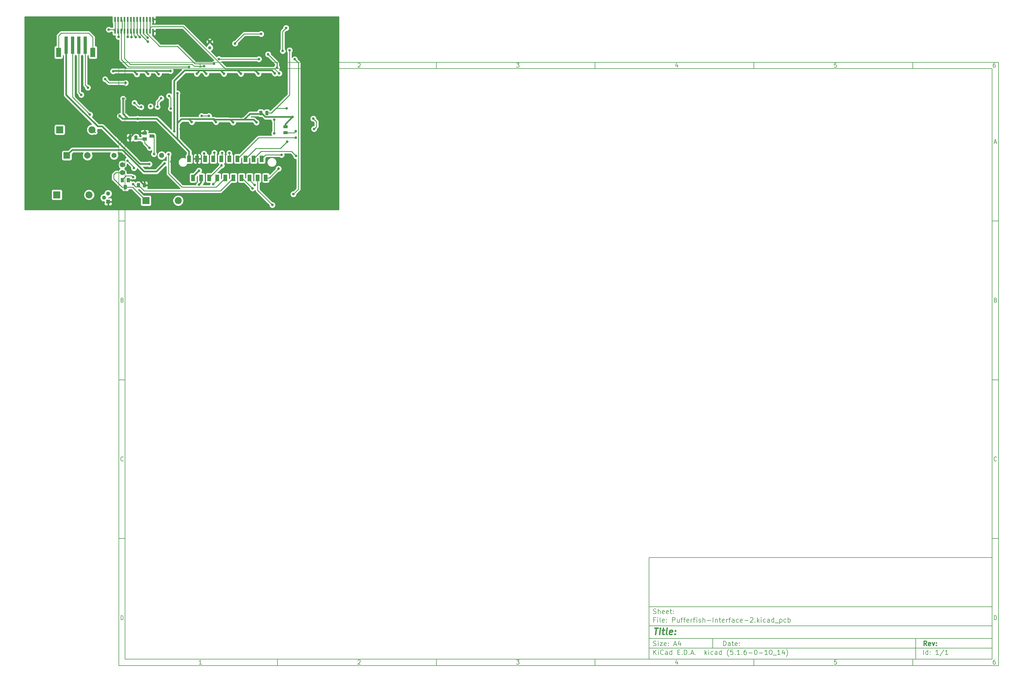
<source format=gbr>
G04 #@! TF.GenerationSoftware,KiCad,Pcbnew,(5.1.6-0-10_14)*
G04 #@! TF.CreationDate,2020-09-30T22:45:02-04:00*
G04 #@! TF.ProjectId,Pufferfish-Interface-2,50756666-6572-4666-9973-682d496e7465,rev?*
G04 #@! TF.SameCoordinates,Original*
G04 #@! TF.FileFunction,Copper,L2,Bot*
G04 #@! TF.FilePolarity,Positive*
%FSLAX46Y46*%
G04 Gerber Fmt 4.6, Leading zero omitted, Abs format (unit mm)*
G04 Created by KiCad (PCBNEW (5.1.6-0-10_14)) date 2020-09-30 22:45:02*
%MOMM*%
%LPD*%
G01*
G04 APERTURE LIST*
%ADD10C,0.100000*%
%ADD11C,0.150000*%
%ADD12C,0.300000*%
%ADD13C,0.400000*%
G04 #@! TA.AperFunction,SMDPad,CuDef*
%ADD14R,0.600000X1.650000*%
G04 #@! TD*
G04 #@! TA.AperFunction,SMDPad,CuDef*
%ADD15R,1.193800X2.006600*%
G04 #@! TD*
G04 #@! TA.AperFunction,ComponentPad*
%ADD16C,1.600000*%
G04 #@! TD*
G04 #@! TA.AperFunction,ComponentPad*
%ADD17C,6.350000*%
G04 #@! TD*
G04 #@! TA.AperFunction,ComponentPad*
%ADD18O,2.200000X2.200000*%
G04 #@! TD*
G04 #@! TA.AperFunction,ComponentPad*
%ADD19R,2.200000X2.200000*%
G04 #@! TD*
G04 #@! TA.AperFunction,ComponentPad*
%ADD20R,2.000000X2.000000*%
G04 #@! TD*
G04 #@! TA.AperFunction,ComponentPad*
%ADD21C,2.000000*%
G04 #@! TD*
G04 #@! TA.AperFunction,ComponentPad*
%ADD22C,1.010000*%
G04 #@! TD*
G04 #@! TA.AperFunction,ComponentPad*
%ADD23R,1.300000X1.300000*%
G04 #@! TD*
G04 #@! TA.AperFunction,ComponentPad*
%ADD24C,1.300000*%
G04 #@! TD*
G04 #@! TA.AperFunction,SMDPad,CuDef*
%ADD25R,1.400000X1.000000*%
G04 #@! TD*
G04 #@! TA.AperFunction,SMDPad,CuDef*
%ADD26R,1.000000X1.400000*%
G04 #@! TD*
G04 #@! TA.AperFunction,SMDPad,CuDef*
%ADD27R,1.000000X5.500000*%
G04 #@! TD*
G04 #@! TA.AperFunction,SMDPad,CuDef*
%ADD28R,1.600000X3.000000*%
G04 #@! TD*
G04 #@! TA.AperFunction,ViaPad*
%ADD29C,0.800000*%
G04 #@! TD*
G04 #@! TA.AperFunction,Conductor*
%ADD30C,0.250000*%
G04 #@! TD*
G04 #@! TA.AperFunction,Conductor*
%ADD31C,0.508000*%
G04 #@! TD*
G04 #@! TA.AperFunction,Conductor*
%ADD32C,0.254000*%
G04 #@! TD*
G04 APERTURE END LIST*
D10*
D11*
X177002200Y-166007200D02*
X177002200Y-198007200D01*
X285002200Y-198007200D01*
X285002200Y-166007200D01*
X177002200Y-166007200D01*
D10*
D11*
X10000000Y-10000000D02*
X10000000Y-200007200D01*
X287002200Y-200007200D01*
X287002200Y-10000000D01*
X10000000Y-10000000D01*
D10*
D11*
X12000000Y-12000000D02*
X12000000Y-198007200D01*
X285002200Y-198007200D01*
X285002200Y-12000000D01*
X12000000Y-12000000D01*
D10*
D11*
X60000000Y-12000000D02*
X60000000Y-10000000D01*
D10*
D11*
X110000000Y-12000000D02*
X110000000Y-10000000D01*
D10*
D11*
X160000000Y-12000000D02*
X160000000Y-10000000D01*
D10*
D11*
X210000000Y-12000000D02*
X210000000Y-10000000D01*
D10*
D11*
X260000000Y-12000000D02*
X260000000Y-10000000D01*
D10*
D11*
X36065476Y-11588095D02*
X35322619Y-11588095D01*
X35694047Y-11588095D02*
X35694047Y-10288095D01*
X35570238Y-10473809D01*
X35446428Y-10597619D01*
X35322619Y-10659523D01*
D10*
D11*
X85322619Y-10411904D02*
X85384523Y-10350000D01*
X85508333Y-10288095D01*
X85817857Y-10288095D01*
X85941666Y-10350000D01*
X86003571Y-10411904D01*
X86065476Y-10535714D01*
X86065476Y-10659523D01*
X86003571Y-10845238D01*
X85260714Y-11588095D01*
X86065476Y-11588095D01*
D10*
D11*
X135260714Y-10288095D02*
X136065476Y-10288095D01*
X135632142Y-10783333D01*
X135817857Y-10783333D01*
X135941666Y-10845238D01*
X136003571Y-10907142D01*
X136065476Y-11030952D01*
X136065476Y-11340476D01*
X136003571Y-11464285D01*
X135941666Y-11526190D01*
X135817857Y-11588095D01*
X135446428Y-11588095D01*
X135322619Y-11526190D01*
X135260714Y-11464285D01*
D10*
D11*
X185941666Y-10721428D02*
X185941666Y-11588095D01*
X185632142Y-10226190D02*
X185322619Y-11154761D01*
X186127380Y-11154761D01*
D10*
D11*
X236003571Y-10288095D02*
X235384523Y-10288095D01*
X235322619Y-10907142D01*
X235384523Y-10845238D01*
X235508333Y-10783333D01*
X235817857Y-10783333D01*
X235941666Y-10845238D01*
X236003571Y-10907142D01*
X236065476Y-11030952D01*
X236065476Y-11340476D01*
X236003571Y-11464285D01*
X235941666Y-11526190D01*
X235817857Y-11588095D01*
X235508333Y-11588095D01*
X235384523Y-11526190D01*
X235322619Y-11464285D01*
D10*
D11*
X285941666Y-10288095D02*
X285694047Y-10288095D01*
X285570238Y-10350000D01*
X285508333Y-10411904D01*
X285384523Y-10597619D01*
X285322619Y-10845238D01*
X285322619Y-11340476D01*
X285384523Y-11464285D01*
X285446428Y-11526190D01*
X285570238Y-11588095D01*
X285817857Y-11588095D01*
X285941666Y-11526190D01*
X286003571Y-11464285D01*
X286065476Y-11340476D01*
X286065476Y-11030952D01*
X286003571Y-10907142D01*
X285941666Y-10845238D01*
X285817857Y-10783333D01*
X285570238Y-10783333D01*
X285446428Y-10845238D01*
X285384523Y-10907142D01*
X285322619Y-11030952D01*
D10*
D11*
X60000000Y-198007200D02*
X60000000Y-200007200D01*
D10*
D11*
X110000000Y-198007200D02*
X110000000Y-200007200D01*
D10*
D11*
X160000000Y-198007200D02*
X160000000Y-200007200D01*
D10*
D11*
X210000000Y-198007200D02*
X210000000Y-200007200D01*
D10*
D11*
X260000000Y-198007200D02*
X260000000Y-200007200D01*
D10*
D11*
X36065476Y-199595295D02*
X35322619Y-199595295D01*
X35694047Y-199595295D02*
X35694047Y-198295295D01*
X35570238Y-198481009D01*
X35446428Y-198604819D01*
X35322619Y-198666723D01*
D10*
D11*
X85322619Y-198419104D02*
X85384523Y-198357200D01*
X85508333Y-198295295D01*
X85817857Y-198295295D01*
X85941666Y-198357200D01*
X86003571Y-198419104D01*
X86065476Y-198542914D01*
X86065476Y-198666723D01*
X86003571Y-198852438D01*
X85260714Y-199595295D01*
X86065476Y-199595295D01*
D10*
D11*
X135260714Y-198295295D02*
X136065476Y-198295295D01*
X135632142Y-198790533D01*
X135817857Y-198790533D01*
X135941666Y-198852438D01*
X136003571Y-198914342D01*
X136065476Y-199038152D01*
X136065476Y-199347676D01*
X136003571Y-199471485D01*
X135941666Y-199533390D01*
X135817857Y-199595295D01*
X135446428Y-199595295D01*
X135322619Y-199533390D01*
X135260714Y-199471485D01*
D10*
D11*
X185941666Y-198728628D02*
X185941666Y-199595295D01*
X185632142Y-198233390D02*
X185322619Y-199161961D01*
X186127380Y-199161961D01*
D10*
D11*
X236003571Y-198295295D02*
X235384523Y-198295295D01*
X235322619Y-198914342D01*
X235384523Y-198852438D01*
X235508333Y-198790533D01*
X235817857Y-198790533D01*
X235941666Y-198852438D01*
X236003571Y-198914342D01*
X236065476Y-199038152D01*
X236065476Y-199347676D01*
X236003571Y-199471485D01*
X235941666Y-199533390D01*
X235817857Y-199595295D01*
X235508333Y-199595295D01*
X235384523Y-199533390D01*
X235322619Y-199471485D01*
D10*
D11*
X285941666Y-198295295D02*
X285694047Y-198295295D01*
X285570238Y-198357200D01*
X285508333Y-198419104D01*
X285384523Y-198604819D01*
X285322619Y-198852438D01*
X285322619Y-199347676D01*
X285384523Y-199471485D01*
X285446428Y-199533390D01*
X285570238Y-199595295D01*
X285817857Y-199595295D01*
X285941666Y-199533390D01*
X286003571Y-199471485D01*
X286065476Y-199347676D01*
X286065476Y-199038152D01*
X286003571Y-198914342D01*
X285941666Y-198852438D01*
X285817857Y-198790533D01*
X285570238Y-198790533D01*
X285446428Y-198852438D01*
X285384523Y-198914342D01*
X285322619Y-199038152D01*
D10*
D11*
X10000000Y-60000000D02*
X12000000Y-60000000D01*
D10*
D11*
X10000000Y-110000000D02*
X12000000Y-110000000D01*
D10*
D11*
X10000000Y-160000000D02*
X12000000Y-160000000D01*
D10*
D11*
X10690476Y-35216666D02*
X11309523Y-35216666D01*
X10566666Y-35588095D02*
X11000000Y-34288095D01*
X11433333Y-35588095D01*
D10*
D11*
X11092857Y-84907142D02*
X11278571Y-84969047D01*
X11340476Y-85030952D01*
X11402380Y-85154761D01*
X11402380Y-85340476D01*
X11340476Y-85464285D01*
X11278571Y-85526190D01*
X11154761Y-85588095D01*
X10659523Y-85588095D01*
X10659523Y-84288095D01*
X11092857Y-84288095D01*
X11216666Y-84350000D01*
X11278571Y-84411904D01*
X11340476Y-84535714D01*
X11340476Y-84659523D01*
X11278571Y-84783333D01*
X11216666Y-84845238D01*
X11092857Y-84907142D01*
X10659523Y-84907142D01*
D10*
D11*
X11402380Y-135464285D02*
X11340476Y-135526190D01*
X11154761Y-135588095D01*
X11030952Y-135588095D01*
X10845238Y-135526190D01*
X10721428Y-135402380D01*
X10659523Y-135278571D01*
X10597619Y-135030952D01*
X10597619Y-134845238D01*
X10659523Y-134597619D01*
X10721428Y-134473809D01*
X10845238Y-134350000D01*
X11030952Y-134288095D01*
X11154761Y-134288095D01*
X11340476Y-134350000D01*
X11402380Y-134411904D01*
D10*
D11*
X10659523Y-185588095D02*
X10659523Y-184288095D01*
X10969047Y-184288095D01*
X11154761Y-184350000D01*
X11278571Y-184473809D01*
X11340476Y-184597619D01*
X11402380Y-184845238D01*
X11402380Y-185030952D01*
X11340476Y-185278571D01*
X11278571Y-185402380D01*
X11154761Y-185526190D01*
X10969047Y-185588095D01*
X10659523Y-185588095D01*
D10*
D11*
X287002200Y-60000000D02*
X285002200Y-60000000D01*
D10*
D11*
X287002200Y-110000000D02*
X285002200Y-110000000D01*
D10*
D11*
X287002200Y-160000000D02*
X285002200Y-160000000D01*
D10*
D11*
X285692676Y-35216666D02*
X286311723Y-35216666D01*
X285568866Y-35588095D02*
X286002200Y-34288095D01*
X286435533Y-35588095D01*
D10*
D11*
X286095057Y-84907142D02*
X286280771Y-84969047D01*
X286342676Y-85030952D01*
X286404580Y-85154761D01*
X286404580Y-85340476D01*
X286342676Y-85464285D01*
X286280771Y-85526190D01*
X286156961Y-85588095D01*
X285661723Y-85588095D01*
X285661723Y-84288095D01*
X286095057Y-84288095D01*
X286218866Y-84350000D01*
X286280771Y-84411904D01*
X286342676Y-84535714D01*
X286342676Y-84659523D01*
X286280771Y-84783333D01*
X286218866Y-84845238D01*
X286095057Y-84907142D01*
X285661723Y-84907142D01*
D10*
D11*
X286404580Y-135464285D02*
X286342676Y-135526190D01*
X286156961Y-135588095D01*
X286033152Y-135588095D01*
X285847438Y-135526190D01*
X285723628Y-135402380D01*
X285661723Y-135278571D01*
X285599819Y-135030952D01*
X285599819Y-134845238D01*
X285661723Y-134597619D01*
X285723628Y-134473809D01*
X285847438Y-134350000D01*
X286033152Y-134288095D01*
X286156961Y-134288095D01*
X286342676Y-134350000D01*
X286404580Y-134411904D01*
D10*
D11*
X285661723Y-185588095D02*
X285661723Y-184288095D01*
X285971247Y-184288095D01*
X286156961Y-184350000D01*
X286280771Y-184473809D01*
X286342676Y-184597619D01*
X286404580Y-184845238D01*
X286404580Y-185030952D01*
X286342676Y-185278571D01*
X286280771Y-185402380D01*
X286156961Y-185526190D01*
X285971247Y-185588095D01*
X285661723Y-185588095D01*
D10*
D11*
X200434342Y-193785771D02*
X200434342Y-192285771D01*
X200791485Y-192285771D01*
X201005771Y-192357200D01*
X201148628Y-192500057D01*
X201220057Y-192642914D01*
X201291485Y-192928628D01*
X201291485Y-193142914D01*
X201220057Y-193428628D01*
X201148628Y-193571485D01*
X201005771Y-193714342D01*
X200791485Y-193785771D01*
X200434342Y-193785771D01*
X202577200Y-193785771D02*
X202577200Y-193000057D01*
X202505771Y-192857200D01*
X202362914Y-192785771D01*
X202077200Y-192785771D01*
X201934342Y-192857200D01*
X202577200Y-193714342D02*
X202434342Y-193785771D01*
X202077200Y-193785771D01*
X201934342Y-193714342D01*
X201862914Y-193571485D01*
X201862914Y-193428628D01*
X201934342Y-193285771D01*
X202077200Y-193214342D01*
X202434342Y-193214342D01*
X202577200Y-193142914D01*
X203077200Y-192785771D02*
X203648628Y-192785771D01*
X203291485Y-192285771D02*
X203291485Y-193571485D01*
X203362914Y-193714342D01*
X203505771Y-193785771D01*
X203648628Y-193785771D01*
X204720057Y-193714342D02*
X204577200Y-193785771D01*
X204291485Y-193785771D01*
X204148628Y-193714342D01*
X204077200Y-193571485D01*
X204077200Y-193000057D01*
X204148628Y-192857200D01*
X204291485Y-192785771D01*
X204577200Y-192785771D01*
X204720057Y-192857200D01*
X204791485Y-193000057D01*
X204791485Y-193142914D01*
X204077200Y-193285771D01*
X205434342Y-193642914D02*
X205505771Y-193714342D01*
X205434342Y-193785771D01*
X205362914Y-193714342D01*
X205434342Y-193642914D01*
X205434342Y-193785771D01*
X205434342Y-192857200D02*
X205505771Y-192928628D01*
X205434342Y-193000057D01*
X205362914Y-192928628D01*
X205434342Y-192857200D01*
X205434342Y-193000057D01*
D10*
D11*
X177002200Y-194507200D02*
X285002200Y-194507200D01*
D10*
D11*
X178434342Y-196585771D02*
X178434342Y-195085771D01*
X179291485Y-196585771D02*
X178648628Y-195728628D01*
X179291485Y-195085771D02*
X178434342Y-195942914D01*
X179934342Y-196585771D02*
X179934342Y-195585771D01*
X179934342Y-195085771D02*
X179862914Y-195157200D01*
X179934342Y-195228628D01*
X180005771Y-195157200D01*
X179934342Y-195085771D01*
X179934342Y-195228628D01*
X181505771Y-196442914D02*
X181434342Y-196514342D01*
X181220057Y-196585771D01*
X181077200Y-196585771D01*
X180862914Y-196514342D01*
X180720057Y-196371485D01*
X180648628Y-196228628D01*
X180577200Y-195942914D01*
X180577200Y-195728628D01*
X180648628Y-195442914D01*
X180720057Y-195300057D01*
X180862914Y-195157200D01*
X181077200Y-195085771D01*
X181220057Y-195085771D01*
X181434342Y-195157200D01*
X181505771Y-195228628D01*
X182791485Y-196585771D02*
X182791485Y-195800057D01*
X182720057Y-195657200D01*
X182577200Y-195585771D01*
X182291485Y-195585771D01*
X182148628Y-195657200D01*
X182791485Y-196514342D02*
X182648628Y-196585771D01*
X182291485Y-196585771D01*
X182148628Y-196514342D01*
X182077200Y-196371485D01*
X182077200Y-196228628D01*
X182148628Y-196085771D01*
X182291485Y-196014342D01*
X182648628Y-196014342D01*
X182791485Y-195942914D01*
X184148628Y-196585771D02*
X184148628Y-195085771D01*
X184148628Y-196514342D02*
X184005771Y-196585771D01*
X183720057Y-196585771D01*
X183577200Y-196514342D01*
X183505771Y-196442914D01*
X183434342Y-196300057D01*
X183434342Y-195871485D01*
X183505771Y-195728628D01*
X183577200Y-195657200D01*
X183720057Y-195585771D01*
X184005771Y-195585771D01*
X184148628Y-195657200D01*
X186005771Y-195800057D02*
X186505771Y-195800057D01*
X186720057Y-196585771D02*
X186005771Y-196585771D01*
X186005771Y-195085771D01*
X186720057Y-195085771D01*
X187362914Y-196442914D02*
X187434342Y-196514342D01*
X187362914Y-196585771D01*
X187291485Y-196514342D01*
X187362914Y-196442914D01*
X187362914Y-196585771D01*
X188077200Y-196585771D02*
X188077200Y-195085771D01*
X188434342Y-195085771D01*
X188648628Y-195157200D01*
X188791485Y-195300057D01*
X188862914Y-195442914D01*
X188934342Y-195728628D01*
X188934342Y-195942914D01*
X188862914Y-196228628D01*
X188791485Y-196371485D01*
X188648628Y-196514342D01*
X188434342Y-196585771D01*
X188077200Y-196585771D01*
X189577200Y-196442914D02*
X189648628Y-196514342D01*
X189577200Y-196585771D01*
X189505771Y-196514342D01*
X189577200Y-196442914D01*
X189577200Y-196585771D01*
X190220057Y-196157200D02*
X190934342Y-196157200D01*
X190077200Y-196585771D02*
X190577200Y-195085771D01*
X191077200Y-196585771D01*
X191577200Y-196442914D02*
X191648628Y-196514342D01*
X191577200Y-196585771D01*
X191505771Y-196514342D01*
X191577200Y-196442914D01*
X191577200Y-196585771D01*
X194577200Y-196585771D02*
X194577200Y-195085771D01*
X194720057Y-196014342D02*
X195148628Y-196585771D01*
X195148628Y-195585771D02*
X194577200Y-196157200D01*
X195791485Y-196585771D02*
X195791485Y-195585771D01*
X195791485Y-195085771D02*
X195720057Y-195157200D01*
X195791485Y-195228628D01*
X195862914Y-195157200D01*
X195791485Y-195085771D01*
X195791485Y-195228628D01*
X197148628Y-196514342D02*
X197005771Y-196585771D01*
X196720057Y-196585771D01*
X196577200Y-196514342D01*
X196505771Y-196442914D01*
X196434342Y-196300057D01*
X196434342Y-195871485D01*
X196505771Y-195728628D01*
X196577200Y-195657200D01*
X196720057Y-195585771D01*
X197005771Y-195585771D01*
X197148628Y-195657200D01*
X198434342Y-196585771D02*
X198434342Y-195800057D01*
X198362914Y-195657200D01*
X198220057Y-195585771D01*
X197934342Y-195585771D01*
X197791485Y-195657200D01*
X198434342Y-196514342D02*
X198291485Y-196585771D01*
X197934342Y-196585771D01*
X197791485Y-196514342D01*
X197720057Y-196371485D01*
X197720057Y-196228628D01*
X197791485Y-196085771D01*
X197934342Y-196014342D01*
X198291485Y-196014342D01*
X198434342Y-195942914D01*
X199791485Y-196585771D02*
X199791485Y-195085771D01*
X199791485Y-196514342D02*
X199648628Y-196585771D01*
X199362914Y-196585771D01*
X199220057Y-196514342D01*
X199148628Y-196442914D01*
X199077200Y-196300057D01*
X199077200Y-195871485D01*
X199148628Y-195728628D01*
X199220057Y-195657200D01*
X199362914Y-195585771D01*
X199648628Y-195585771D01*
X199791485Y-195657200D01*
X202077200Y-197157200D02*
X202005771Y-197085771D01*
X201862914Y-196871485D01*
X201791485Y-196728628D01*
X201720057Y-196514342D01*
X201648628Y-196157200D01*
X201648628Y-195871485D01*
X201720057Y-195514342D01*
X201791485Y-195300057D01*
X201862914Y-195157200D01*
X202005771Y-194942914D01*
X202077200Y-194871485D01*
X203362914Y-195085771D02*
X202648628Y-195085771D01*
X202577200Y-195800057D01*
X202648628Y-195728628D01*
X202791485Y-195657200D01*
X203148628Y-195657200D01*
X203291485Y-195728628D01*
X203362914Y-195800057D01*
X203434342Y-195942914D01*
X203434342Y-196300057D01*
X203362914Y-196442914D01*
X203291485Y-196514342D01*
X203148628Y-196585771D01*
X202791485Y-196585771D01*
X202648628Y-196514342D01*
X202577200Y-196442914D01*
X204077200Y-196442914D02*
X204148628Y-196514342D01*
X204077200Y-196585771D01*
X204005771Y-196514342D01*
X204077200Y-196442914D01*
X204077200Y-196585771D01*
X205577200Y-196585771D02*
X204720057Y-196585771D01*
X205148628Y-196585771D02*
X205148628Y-195085771D01*
X205005771Y-195300057D01*
X204862914Y-195442914D01*
X204720057Y-195514342D01*
X206220057Y-196442914D02*
X206291485Y-196514342D01*
X206220057Y-196585771D01*
X206148628Y-196514342D01*
X206220057Y-196442914D01*
X206220057Y-196585771D01*
X207577200Y-195085771D02*
X207291485Y-195085771D01*
X207148628Y-195157200D01*
X207077200Y-195228628D01*
X206934342Y-195442914D01*
X206862914Y-195728628D01*
X206862914Y-196300057D01*
X206934342Y-196442914D01*
X207005771Y-196514342D01*
X207148628Y-196585771D01*
X207434342Y-196585771D01*
X207577200Y-196514342D01*
X207648628Y-196442914D01*
X207720057Y-196300057D01*
X207720057Y-195942914D01*
X207648628Y-195800057D01*
X207577200Y-195728628D01*
X207434342Y-195657200D01*
X207148628Y-195657200D01*
X207005771Y-195728628D01*
X206934342Y-195800057D01*
X206862914Y-195942914D01*
X208362914Y-196014342D02*
X209505771Y-196014342D01*
X210505771Y-195085771D02*
X210648628Y-195085771D01*
X210791485Y-195157200D01*
X210862914Y-195228628D01*
X210934342Y-195371485D01*
X211005771Y-195657200D01*
X211005771Y-196014342D01*
X210934342Y-196300057D01*
X210862914Y-196442914D01*
X210791485Y-196514342D01*
X210648628Y-196585771D01*
X210505771Y-196585771D01*
X210362914Y-196514342D01*
X210291485Y-196442914D01*
X210220057Y-196300057D01*
X210148628Y-196014342D01*
X210148628Y-195657200D01*
X210220057Y-195371485D01*
X210291485Y-195228628D01*
X210362914Y-195157200D01*
X210505771Y-195085771D01*
X211648628Y-196014342D02*
X212791485Y-196014342D01*
X214291485Y-196585771D02*
X213434342Y-196585771D01*
X213862914Y-196585771D02*
X213862914Y-195085771D01*
X213720057Y-195300057D01*
X213577200Y-195442914D01*
X213434342Y-195514342D01*
X215220057Y-195085771D02*
X215362914Y-195085771D01*
X215505771Y-195157200D01*
X215577200Y-195228628D01*
X215648628Y-195371485D01*
X215720057Y-195657200D01*
X215720057Y-196014342D01*
X215648628Y-196300057D01*
X215577200Y-196442914D01*
X215505771Y-196514342D01*
X215362914Y-196585771D01*
X215220057Y-196585771D01*
X215077200Y-196514342D01*
X215005771Y-196442914D01*
X214934342Y-196300057D01*
X214862914Y-196014342D01*
X214862914Y-195657200D01*
X214934342Y-195371485D01*
X215005771Y-195228628D01*
X215077200Y-195157200D01*
X215220057Y-195085771D01*
X216005771Y-196728628D02*
X217148628Y-196728628D01*
X218291485Y-196585771D02*
X217434342Y-196585771D01*
X217862914Y-196585771D02*
X217862914Y-195085771D01*
X217720057Y-195300057D01*
X217577200Y-195442914D01*
X217434342Y-195514342D01*
X219577200Y-195585771D02*
X219577200Y-196585771D01*
X219220057Y-195014342D02*
X218862914Y-196085771D01*
X219791485Y-196085771D01*
X220220057Y-197157200D02*
X220291485Y-197085771D01*
X220434342Y-196871485D01*
X220505771Y-196728628D01*
X220577200Y-196514342D01*
X220648628Y-196157200D01*
X220648628Y-195871485D01*
X220577200Y-195514342D01*
X220505771Y-195300057D01*
X220434342Y-195157200D01*
X220291485Y-194942914D01*
X220220057Y-194871485D01*
D10*
D11*
X177002200Y-191507200D02*
X285002200Y-191507200D01*
D10*
D12*
X264411485Y-193785771D02*
X263911485Y-193071485D01*
X263554342Y-193785771D02*
X263554342Y-192285771D01*
X264125771Y-192285771D01*
X264268628Y-192357200D01*
X264340057Y-192428628D01*
X264411485Y-192571485D01*
X264411485Y-192785771D01*
X264340057Y-192928628D01*
X264268628Y-193000057D01*
X264125771Y-193071485D01*
X263554342Y-193071485D01*
X265625771Y-193714342D02*
X265482914Y-193785771D01*
X265197200Y-193785771D01*
X265054342Y-193714342D01*
X264982914Y-193571485D01*
X264982914Y-193000057D01*
X265054342Y-192857200D01*
X265197200Y-192785771D01*
X265482914Y-192785771D01*
X265625771Y-192857200D01*
X265697200Y-193000057D01*
X265697200Y-193142914D01*
X264982914Y-193285771D01*
X266197200Y-192785771D02*
X266554342Y-193785771D01*
X266911485Y-192785771D01*
X267482914Y-193642914D02*
X267554342Y-193714342D01*
X267482914Y-193785771D01*
X267411485Y-193714342D01*
X267482914Y-193642914D01*
X267482914Y-193785771D01*
X267482914Y-192857200D02*
X267554342Y-192928628D01*
X267482914Y-193000057D01*
X267411485Y-192928628D01*
X267482914Y-192857200D01*
X267482914Y-193000057D01*
D10*
D11*
X178362914Y-193714342D02*
X178577200Y-193785771D01*
X178934342Y-193785771D01*
X179077200Y-193714342D01*
X179148628Y-193642914D01*
X179220057Y-193500057D01*
X179220057Y-193357200D01*
X179148628Y-193214342D01*
X179077200Y-193142914D01*
X178934342Y-193071485D01*
X178648628Y-193000057D01*
X178505771Y-192928628D01*
X178434342Y-192857200D01*
X178362914Y-192714342D01*
X178362914Y-192571485D01*
X178434342Y-192428628D01*
X178505771Y-192357200D01*
X178648628Y-192285771D01*
X179005771Y-192285771D01*
X179220057Y-192357200D01*
X179862914Y-193785771D02*
X179862914Y-192785771D01*
X179862914Y-192285771D02*
X179791485Y-192357200D01*
X179862914Y-192428628D01*
X179934342Y-192357200D01*
X179862914Y-192285771D01*
X179862914Y-192428628D01*
X180434342Y-192785771D02*
X181220057Y-192785771D01*
X180434342Y-193785771D01*
X181220057Y-193785771D01*
X182362914Y-193714342D02*
X182220057Y-193785771D01*
X181934342Y-193785771D01*
X181791485Y-193714342D01*
X181720057Y-193571485D01*
X181720057Y-193000057D01*
X181791485Y-192857200D01*
X181934342Y-192785771D01*
X182220057Y-192785771D01*
X182362914Y-192857200D01*
X182434342Y-193000057D01*
X182434342Y-193142914D01*
X181720057Y-193285771D01*
X183077200Y-193642914D02*
X183148628Y-193714342D01*
X183077200Y-193785771D01*
X183005771Y-193714342D01*
X183077200Y-193642914D01*
X183077200Y-193785771D01*
X183077200Y-192857200D02*
X183148628Y-192928628D01*
X183077200Y-193000057D01*
X183005771Y-192928628D01*
X183077200Y-192857200D01*
X183077200Y-193000057D01*
X184862914Y-193357200D02*
X185577200Y-193357200D01*
X184720057Y-193785771D02*
X185220057Y-192285771D01*
X185720057Y-193785771D01*
X186862914Y-192785771D02*
X186862914Y-193785771D01*
X186505771Y-192214342D02*
X186148628Y-193285771D01*
X187077200Y-193285771D01*
D10*
D11*
X263434342Y-196585771D02*
X263434342Y-195085771D01*
X264791485Y-196585771D02*
X264791485Y-195085771D01*
X264791485Y-196514342D02*
X264648628Y-196585771D01*
X264362914Y-196585771D01*
X264220057Y-196514342D01*
X264148628Y-196442914D01*
X264077200Y-196300057D01*
X264077200Y-195871485D01*
X264148628Y-195728628D01*
X264220057Y-195657200D01*
X264362914Y-195585771D01*
X264648628Y-195585771D01*
X264791485Y-195657200D01*
X265505771Y-196442914D02*
X265577200Y-196514342D01*
X265505771Y-196585771D01*
X265434342Y-196514342D01*
X265505771Y-196442914D01*
X265505771Y-196585771D01*
X265505771Y-195657200D02*
X265577200Y-195728628D01*
X265505771Y-195800057D01*
X265434342Y-195728628D01*
X265505771Y-195657200D01*
X265505771Y-195800057D01*
X268148628Y-196585771D02*
X267291485Y-196585771D01*
X267720057Y-196585771D02*
X267720057Y-195085771D01*
X267577200Y-195300057D01*
X267434342Y-195442914D01*
X267291485Y-195514342D01*
X269862914Y-195014342D02*
X268577200Y-196942914D01*
X271148628Y-196585771D02*
X270291485Y-196585771D01*
X270720057Y-196585771D02*
X270720057Y-195085771D01*
X270577200Y-195300057D01*
X270434342Y-195442914D01*
X270291485Y-195514342D01*
D10*
D11*
X177002200Y-187507200D02*
X285002200Y-187507200D01*
D10*
D13*
X178714580Y-188211961D02*
X179857438Y-188211961D01*
X179036009Y-190211961D02*
X179286009Y-188211961D01*
X180274104Y-190211961D02*
X180440771Y-188878628D01*
X180524104Y-188211961D02*
X180416961Y-188307200D01*
X180500295Y-188402438D01*
X180607438Y-188307200D01*
X180524104Y-188211961D01*
X180500295Y-188402438D01*
X181107438Y-188878628D02*
X181869342Y-188878628D01*
X181476485Y-188211961D02*
X181262200Y-189926247D01*
X181333628Y-190116723D01*
X181512200Y-190211961D01*
X181702676Y-190211961D01*
X182655057Y-190211961D02*
X182476485Y-190116723D01*
X182405057Y-189926247D01*
X182619342Y-188211961D01*
X184190771Y-190116723D02*
X183988390Y-190211961D01*
X183607438Y-190211961D01*
X183428866Y-190116723D01*
X183357438Y-189926247D01*
X183452676Y-189164342D01*
X183571723Y-188973866D01*
X183774104Y-188878628D01*
X184155057Y-188878628D01*
X184333628Y-188973866D01*
X184405057Y-189164342D01*
X184381247Y-189354819D01*
X183405057Y-189545295D01*
X185155057Y-190021485D02*
X185238390Y-190116723D01*
X185131247Y-190211961D01*
X185047914Y-190116723D01*
X185155057Y-190021485D01*
X185131247Y-190211961D01*
X185286009Y-188973866D02*
X185369342Y-189069104D01*
X185262200Y-189164342D01*
X185178866Y-189069104D01*
X185286009Y-188973866D01*
X185262200Y-189164342D01*
D10*
D11*
X178934342Y-185600057D02*
X178434342Y-185600057D01*
X178434342Y-186385771D02*
X178434342Y-184885771D01*
X179148628Y-184885771D01*
X179720057Y-186385771D02*
X179720057Y-185385771D01*
X179720057Y-184885771D02*
X179648628Y-184957200D01*
X179720057Y-185028628D01*
X179791485Y-184957200D01*
X179720057Y-184885771D01*
X179720057Y-185028628D01*
X180648628Y-186385771D02*
X180505771Y-186314342D01*
X180434342Y-186171485D01*
X180434342Y-184885771D01*
X181791485Y-186314342D02*
X181648628Y-186385771D01*
X181362914Y-186385771D01*
X181220057Y-186314342D01*
X181148628Y-186171485D01*
X181148628Y-185600057D01*
X181220057Y-185457200D01*
X181362914Y-185385771D01*
X181648628Y-185385771D01*
X181791485Y-185457200D01*
X181862914Y-185600057D01*
X181862914Y-185742914D01*
X181148628Y-185885771D01*
X182505771Y-186242914D02*
X182577200Y-186314342D01*
X182505771Y-186385771D01*
X182434342Y-186314342D01*
X182505771Y-186242914D01*
X182505771Y-186385771D01*
X182505771Y-185457200D02*
X182577200Y-185528628D01*
X182505771Y-185600057D01*
X182434342Y-185528628D01*
X182505771Y-185457200D01*
X182505771Y-185600057D01*
X184362914Y-186385771D02*
X184362914Y-184885771D01*
X184934342Y-184885771D01*
X185077200Y-184957200D01*
X185148628Y-185028628D01*
X185220057Y-185171485D01*
X185220057Y-185385771D01*
X185148628Y-185528628D01*
X185077200Y-185600057D01*
X184934342Y-185671485D01*
X184362914Y-185671485D01*
X186505771Y-185385771D02*
X186505771Y-186385771D01*
X185862914Y-185385771D02*
X185862914Y-186171485D01*
X185934342Y-186314342D01*
X186077200Y-186385771D01*
X186291485Y-186385771D01*
X186434342Y-186314342D01*
X186505771Y-186242914D01*
X187005771Y-185385771D02*
X187577200Y-185385771D01*
X187220057Y-186385771D02*
X187220057Y-185100057D01*
X187291485Y-184957200D01*
X187434342Y-184885771D01*
X187577200Y-184885771D01*
X187862914Y-185385771D02*
X188434342Y-185385771D01*
X188077200Y-186385771D02*
X188077200Y-185100057D01*
X188148628Y-184957200D01*
X188291485Y-184885771D01*
X188434342Y-184885771D01*
X189505771Y-186314342D02*
X189362914Y-186385771D01*
X189077200Y-186385771D01*
X188934342Y-186314342D01*
X188862914Y-186171485D01*
X188862914Y-185600057D01*
X188934342Y-185457200D01*
X189077200Y-185385771D01*
X189362914Y-185385771D01*
X189505771Y-185457200D01*
X189577200Y-185600057D01*
X189577200Y-185742914D01*
X188862914Y-185885771D01*
X190220057Y-186385771D02*
X190220057Y-185385771D01*
X190220057Y-185671485D02*
X190291485Y-185528628D01*
X190362914Y-185457200D01*
X190505771Y-185385771D01*
X190648628Y-185385771D01*
X190934342Y-185385771D02*
X191505771Y-185385771D01*
X191148628Y-186385771D02*
X191148628Y-185100057D01*
X191220057Y-184957200D01*
X191362914Y-184885771D01*
X191505771Y-184885771D01*
X192005771Y-186385771D02*
X192005771Y-185385771D01*
X192005771Y-184885771D02*
X191934342Y-184957200D01*
X192005771Y-185028628D01*
X192077200Y-184957200D01*
X192005771Y-184885771D01*
X192005771Y-185028628D01*
X192648628Y-186314342D02*
X192791485Y-186385771D01*
X193077200Y-186385771D01*
X193220057Y-186314342D01*
X193291485Y-186171485D01*
X193291485Y-186100057D01*
X193220057Y-185957200D01*
X193077200Y-185885771D01*
X192862914Y-185885771D01*
X192720057Y-185814342D01*
X192648628Y-185671485D01*
X192648628Y-185600057D01*
X192720057Y-185457200D01*
X192862914Y-185385771D01*
X193077200Y-185385771D01*
X193220057Y-185457200D01*
X193934342Y-186385771D02*
X193934342Y-184885771D01*
X194577200Y-186385771D02*
X194577200Y-185600057D01*
X194505771Y-185457200D01*
X194362914Y-185385771D01*
X194148628Y-185385771D01*
X194005771Y-185457200D01*
X193934342Y-185528628D01*
X195291485Y-185814342D02*
X196434342Y-185814342D01*
X197148628Y-186385771D02*
X197148628Y-184885771D01*
X197862914Y-185385771D02*
X197862914Y-186385771D01*
X197862914Y-185528628D02*
X197934342Y-185457200D01*
X198077200Y-185385771D01*
X198291485Y-185385771D01*
X198434342Y-185457200D01*
X198505771Y-185600057D01*
X198505771Y-186385771D01*
X199005771Y-185385771D02*
X199577200Y-185385771D01*
X199220057Y-184885771D02*
X199220057Y-186171485D01*
X199291485Y-186314342D01*
X199434342Y-186385771D01*
X199577200Y-186385771D01*
X200648628Y-186314342D02*
X200505771Y-186385771D01*
X200220057Y-186385771D01*
X200077200Y-186314342D01*
X200005771Y-186171485D01*
X200005771Y-185600057D01*
X200077200Y-185457200D01*
X200220057Y-185385771D01*
X200505771Y-185385771D01*
X200648628Y-185457200D01*
X200720057Y-185600057D01*
X200720057Y-185742914D01*
X200005771Y-185885771D01*
X201362914Y-186385771D02*
X201362914Y-185385771D01*
X201362914Y-185671485D02*
X201434342Y-185528628D01*
X201505771Y-185457200D01*
X201648628Y-185385771D01*
X201791485Y-185385771D01*
X202077200Y-185385771D02*
X202648628Y-185385771D01*
X202291485Y-186385771D02*
X202291485Y-185100057D01*
X202362914Y-184957200D01*
X202505771Y-184885771D01*
X202648628Y-184885771D01*
X203791485Y-186385771D02*
X203791485Y-185600057D01*
X203720057Y-185457200D01*
X203577200Y-185385771D01*
X203291485Y-185385771D01*
X203148628Y-185457200D01*
X203791485Y-186314342D02*
X203648628Y-186385771D01*
X203291485Y-186385771D01*
X203148628Y-186314342D01*
X203077200Y-186171485D01*
X203077200Y-186028628D01*
X203148628Y-185885771D01*
X203291485Y-185814342D01*
X203648628Y-185814342D01*
X203791485Y-185742914D01*
X205148628Y-186314342D02*
X205005771Y-186385771D01*
X204720057Y-186385771D01*
X204577200Y-186314342D01*
X204505771Y-186242914D01*
X204434342Y-186100057D01*
X204434342Y-185671485D01*
X204505771Y-185528628D01*
X204577200Y-185457200D01*
X204720057Y-185385771D01*
X205005771Y-185385771D01*
X205148628Y-185457200D01*
X206362914Y-186314342D02*
X206220057Y-186385771D01*
X205934342Y-186385771D01*
X205791485Y-186314342D01*
X205720057Y-186171485D01*
X205720057Y-185600057D01*
X205791485Y-185457200D01*
X205934342Y-185385771D01*
X206220057Y-185385771D01*
X206362914Y-185457200D01*
X206434342Y-185600057D01*
X206434342Y-185742914D01*
X205720057Y-185885771D01*
X207077200Y-185814342D02*
X208220057Y-185814342D01*
X208862914Y-185028628D02*
X208934342Y-184957200D01*
X209077200Y-184885771D01*
X209434342Y-184885771D01*
X209577200Y-184957200D01*
X209648628Y-185028628D01*
X209720057Y-185171485D01*
X209720057Y-185314342D01*
X209648628Y-185528628D01*
X208791485Y-186385771D01*
X209720057Y-186385771D01*
X210362914Y-186242914D02*
X210434342Y-186314342D01*
X210362914Y-186385771D01*
X210291485Y-186314342D01*
X210362914Y-186242914D01*
X210362914Y-186385771D01*
X211077200Y-186385771D02*
X211077200Y-184885771D01*
X211220057Y-185814342D02*
X211648628Y-186385771D01*
X211648628Y-185385771D02*
X211077200Y-185957200D01*
X212291485Y-186385771D02*
X212291485Y-185385771D01*
X212291485Y-184885771D02*
X212220057Y-184957200D01*
X212291485Y-185028628D01*
X212362914Y-184957200D01*
X212291485Y-184885771D01*
X212291485Y-185028628D01*
X213648628Y-186314342D02*
X213505771Y-186385771D01*
X213220057Y-186385771D01*
X213077200Y-186314342D01*
X213005771Y-186242914D01*
X212934342Y-186100057D01*
X212934342Y-185671485D01*
X213005771Y-185528628D01*
X213077200Y-185457200D01*
X213220057Y-185385771D01*
X213505771Y-185385771D01*
X213648628Y-185457200D01*
X214934342Y-186385771D02*
X214934342Y-185600057D01*
X214862914Y-185457200D01*
X214720057Y-185385771D01*
X214434342Y-185385771D01*
X214291485Y-185457200D01*
X214934342Y-186314342D02*
X214791485Y-186385771D01*
X214434342Y-186385771D01*
X214291485Y-186314342D01*
X214220057Y-186171485D01*
X214220057Y-186028628D01*
X214291485Y-185885771D01*
X214434342Y-185814342D01*
X214791485Y-185814342D01*
X214934342Y-185742914D01*
X216291485Y-186385771D02*
X216291485Y-184885771D01*
X216291485Y-186314342D02*
X216148628Y-186385771D01*
X215862914Y-186385771D01*
X215720057Y-186314342D01*
X215648628Y-186242914D01*
X215577200Y-186100057D01*
X215577200Y-185671485D01*
X215648628Y-185528628D01*
X215720057Y-185457200D01*
X215862914Y-185385771D01*
X216148628Y-185385771D01*
X216291485Y-185457200D01*
X216648628Y-186528628D02*
X217791485Y-186528628D01*
X218148628Y-185385771D02*
X218148628Y-186885771D01*
X218148628Y-185457200D02*
X218291485Y-185385771D01*
X218577200Y-185385771D01*
X218720057Y-185457200D01*
X218791485Y-185528628D01*
X218862914Y-185671485D01*
X218862914Y-186100057D01*
X218791485Y-186242914D01*
X218720057Y-186314342D01*
X218577200Y-186385771D01*
X218291485Y-186385771D01*
X218148628Y-186314342D01*
X220148628Y-186314342D02*
X220005771Y-186385771D01*
X219720057Y-186385771D01*
X219577200Y-186314342D01*
X219505771Y-186242914D01*
X219434342Y-186100057D01*
X219434342Y-185671485D01*
X219505771Y-185528628D01*
X219577200Y-185457200D01*
X219720057Y-185385771D01*
X220005771Y-185385771D01*
X220148628Y-185457200D01*
X220791485Y-186385771D02*
X220791485Y-184885771D01*
X220791485Y-185457200D02*
X220934342Y-185385771D01*
X221220057Y-185385771D01*
X221362914Y-185457200D01*
X221434342Y-185528628D01*
X221505771Y-185671485D01*
X221505771Y-186100057D01*
X221434342Y-186242914D01*
X221362914Y-186314342D01*
X221220057Y-186385771D01*
X220934342Y-186385771D01*
X220791485Y-186314342D01*
D10*
D11*
X177002200Y-181507200D02*
X285002200Y-181507200D01*
D10*
D11*
X178362914Y-183614342D02*
X178577200Y-183685771D01*
X178934342Y-183685771D01*
X179077200Y-183614342D01*
X179148628Y-183542914D01*
X179220057Y-183400057D01*
X179220057Y-183257200D01*
X179148628Y-183114342D01*
X179077200Y-183042914D01*
X178934342Y-182971485D01*
X178648628Y-182900057D01*
X178505771Y-182828628D01*
X178434342Y-182757200D01*
X178362914Y-182614342D01*
X178362914Y-182471485D01*
X178434342Y-182328628D01*
X178505771Y-182257200D01*
X178648628Y-182185771D01*
X179005771Y-182185771D01*
X179220057Y-182257200D01*
X179862914Y-183685771D02*
X179862914Y-182185771D01*
X180505771Y-183685771D02*
X180505771Y-182900057D01*
X180434342Y-182757200D01*
X180291485Y-182685771D01*
X180077200Y-182685771D01*
X179934342Y-182757200D01*
X179862914Y-182828628D01*
X181791485Y-183614342D02*
X181648628Y-183685771D01*
X181362914Y-183685771D01*
X181220057Y-183614342D01*
X181148628Y-183471485D01*
X181148628Y-182900057D01*
X181220057Y-182757200D01*
X181362914Y-182685771D01*
X181648628Y-182685771D01*
X181791485Y-182757200D01*
X181862914Y-182900057D01*
X181862914Y-183042914D01*
X181148628Y-183185771D01*
X183077200Y-183614342D02*
X182934342Y-183685771D01*
X182648628Y-183685771D01*
X182505771Y-183614342D01*
X182434342Y-183471485D01*
X182434342Y-182900057D01*
X182505771Y-182757200D01*
X182648628Y-182685771D01*
X182934342Y-182685771D01*
X183077200Y-182757200D01*
X183148628Y-182900057D01*
X183148628Y-183042914D01*
X182434342Y-183185771D01*
X183577200Y-182685771D02*
X184148628Y-182685771D01*
X183791485Y-182185771D02*
X183791485Y-183471485D01*
X183862914Y-183614342D01*
X184005771Y-183685771D01*
X184148628Y-183685771D01*
X184648628Y-183542914D02*
X184720057Y-183614342D01*
X184648628Y-183685771D01*
X184577200Y-183614342D01*
X184648628Y-183542914D01*
X184648628Y-183685771D01*
X184648628Y-182757200D02*
X184720057Y-182828628D01*
X184648628Y-182900057D01*
X184577200Y-182828628D01*
X184648628Y-182757200D01*
X184648628Y-182900057D01*
D10*
D11*
X197002200Y-191507200D02*
X197002200Y-194507200D01*
D10*
D11*
X261002200Y-191507200D02*
X261002200Y-198007200D01*
D14*
X8795000Y-209640D03*
X14795000Y-209640D03*
X10795000Y-209640D03*
X18795000Y-209640D03*
X16795000Y-209640D03*
X12795000Y-209640D03*
X11795000Y-209640D03*
X19795000Y-209640D03*
X20795000Y-209640D03*
X13795000Y-209640D03*
X17795000Y-209640D03*
X15795000Y-209640D03*
X9795000Y-209640D03*
X8795000Y3515360D03*
X9795000Y3515360D03*
X13795000Y3515360D03*
X11795000Y3515360D03*
X12795000Y3515360D03*
X10795000Y3515360D03*
X20795000Y3515360D03*
X19795000Y3515360D03*
X18795000Y3515360D03*
X17795000Y3515360D03*
X16795000Y3515360D03*
X15795000Y3515360D03*
X14795000Y3515360D03*
D15*
X56276240Y-46408340D03*
X55006240Y-40413940D03*
X53736240Y-46408340D03*
X52466240Y-40413940D03*
X51196240Y-46408340D03*
X49926240Y-40413940D03*
X48656240Y-46408340D03*
X47386240Y-40413940D03*
X46116240Y-46408340D03*
X44846240Y-40413940D03*
X43576240Y-46408340D03*
X42306240Y-40413940D03*
X41036240Y-46408340D03*
X39766240Y-40413940D03*
X38496240Y-46408340D03*
X37226240Y-40413940D03*
X35956240Y-46408340D03*
X34686240Y-40413940D03*
X33416240Y-46408340D03*
X32146240Y-40413940D03*
D16*
X11102000Y-44770000D03*
X11102000Y-42270000D03*
X8502000Y-39370000D03*
X23502000Y-39370000D03*
G04 #@! TA.AperFunction,SMDPad,CuDef*
G36*
G01*
X62043750Y-31700000D02*
X62956250Y-31700000D01*
G75*
G02*
X63200000Y-31943750I0J-243750D01*
G01*
X63200000Y-32431250D01*
G75*
G02*
X62956250Y-32675000I-243750J0D01*
G01*
X62043750Y-32675000D01*
G75*
G02*
X61800000Y-32431250I0J243750D01*
G01*
X61800000Y-31943750D01*
G75*
G02*
X62043750Y-31700000I243750J0D01*
G01*
G37*
G04 #@! TD.AperFunction*
G04 #@! TA.AperFunction,SMDPad,CuDef*
G36*
G01*
X62043750Y-29825000D02*
X62956250Y-29825000D01*
G75*
G02*
X63200000Y-30068750I0J-243750D01*
G01*
X63200000Y-30556250D01*
G75*
G02*
X62956250Y-30800000I-243750J0D01*
G01*
X62043750Y-30800000D01*
G75*
G02*
X61800000Y-30556250I0J243750D01*
G01*
X61800000Y-30068750D01*
G75*
G02*
X62043750Y-29825000I243750J0D01*
G01*
G37*
G04 #@! TD.AperFunction*
D17*
X76200000Y-50800000D03*
X76200000Y-1270000D03*
X-16510000Y-50800000D03*
X-16510000Y-1270000D03*
D18*
X645380Y-51745980D03*
D19*
X-9514620Y-51745980D03*
D20*
X-6370000Y-39370000D03*
D21*
X130000Y-39370000D03*
D22*
X38650000Y-3550000D03*
X38650000Y-5450000D03*
G04 #@! TA.AperFunction,SMDPad,CuDef*
G36*
G01*
X56137500Y-26456250D02*
X56137500Y-25543750D01*
G75*
G02*
X56381250Y-25300000I243750J0D01*
G01*
X56868750Y-25300000D01*
G75*
G02*
X57112500Y-25543750I0J-243750D01*
G01*
X57112500Y-26456250D01*
G75*
G02*
X56868750Y-26700000I-243750J0D01*
G01*
X56381250Y-26700000D01*
G75*
G02*
X56137500Y-26456250I0J243750D01*
G01*
G37*
G04 #@! TD.AperFunction*
G04 #@! TA.AperFunction,SMDPad,CuDef*
G36*
G01*
X54262500Y-26456250D02*
X54262500Y-25543750D01*
G75*
G02*
X54506250Y-25300000I243750J0D01*
G01*
X54993750Y-25300000D01*
G75*
G02*
X55237500Y-25543750I0J-243750D01*
G01*
X55237500Y-26456250D01*
G75*
G02*
X54993750Y-26700000I-243750J0D01*
G01*
X54506250Y-26700000D01*
G75*
G02*
X54262500Y-26456250I0J243750D01*
G01*
G37*
G04 #@! TD.AperFunction*
D23*
X6630000Y-53920000D03*
D24*
X6630000Y-51380000D03*
X5360000Y-52650000D03*
D25*
X20376060Y-33258760D03*
X18176060Y-32308760D03*
X18176060Y-34208760D03*
D26*
X12070120Y-49355100D03*
X13020120Y-47155100D03*
X11120120Y-47155100D03*
G04 #@! TA.AperFunction,SMDPad,CuDef*
G36*
G01*
X13987600Y-33307970D02*
X13987600Y-34220470D01*
G75*
G02*
X13743850Y-34464220I-243750J0D01*
G01*
X13256350Y-34464220D01*
G75*
G02*
X13012600Y-34220470I0J243750D01*
G01*
X13012600Y-33307970D01*
G75*
G02*
X13256350Y-33064220I243750J0D01*
G01*
X13743850Y-33064220D01*
G75*
G02*
X13987600Y-33307970I0J-243750D01*
G01*
G37*
G04 #@! TD.AperFunction*
G04 #@! TA.AperFunction,SMDPad,CuDef*
G36*
G01*
X15862600Y-33307970D02*
X15862600Y-34220470D01*
G75*
G02*
X15618850Y-34464220I-243750J0D01*
G01*
X15131350Y-34464220D01*
G75*
G02*
X14887600Y-34220470I0J243750D01*
G01*
X14887600Y-33307970D01*
G75*
G02*
X15131350Y-33064220I243750J0D01*
G01*
X15618850Y-33064220D01*
G75*
G02*
X15862600Y-33307970I0J-243750D01*
G01*
G37*
G04 #@! TD.AperFunction*
G04 #@! TA.AperFunction,SMDPad,CuDef*
G36*
G01*
X17574680Y-49191230D02*
X17574680Y-48278730D01*
G75*
G02*
X17818430Y-48034980I243750J0D01*
G01*
X18305930Y-48034980D01*
G75*
G02*
X18549680Y-48278730I0J-243750D01*
G01*
X18549680Y-49191230D01*
G75*
G02*
X18305930Y-49434980I-243750J0D01*
G01*
X17818430Y-49434980D01*
G75*
G02*
X17574680Y-49191230I0J243750D01*
G01*
G37*
G04 #@! TD.AperFunction*
G04 #@! TA.AperFunction,SMDPad,CuDef*
G36*
G01*
X15699680Y-49191230D02*
X15699680Y-48278730D01*
G75*
G02*
X15943430Y-48034980I243750J0D01*
G01*
X16430930Y-48034980D01*
G75*
G02*
X16674680Y-48278730I0J-243750D01*
G01*
X16674680Y-49191230D01*
G75*
G02*
X16430930Y-49434980I-243750J0D01*
G01*
X15943430Y-49434980D01*
G75*
G02*
X15699680Y-49191230I0J243750D01*
G01*
G37*
G04 #@! TD.AperFunction*
D18*
X1550000Y-31250000D03*
D19*
X-8610000Y-31250000D03*
D18*
X28702000Y-53594000D03*
D19*
X18542000Y-53594000D03*
D27*
X-4573780Y-4645660D03*
X-2573780Y-4645660D03*
X-6573780Y-4645660D03*
X-573780Y-4645660D03*
D28*
X-8973780Y-6895660D03*
X1826220Y-6895660D03*
D29*
X12702540Y-40987980D03*
X14734540Y-43299380D03*
X45974000Y-28956000D03*
X53340000Y-28956000D03*
X32992060Y-28821380D03*
X15905480Y-27795220D03*
X40604440Y-28823920D03*
X28430220Y-19766280D03*
X26271220Y-12730480D03*
X15684500Y-13771880D03*
X19235420Y-13708380D03*
X22585680Y-13731240D03*
X8210000Y-12830000D03*
X11350000Y-21460000D03*
X10300000Y-26930000D03*
X64750000Y-27250000D03*
X21066000Y-38934900D03*
X15000000Y-37000000D03*
X42500000Y-25000000D03*
X29500000Y-31000000D03*
X4500000Y-15500000D03*
X7500000Y-14000000D03*
X51000000Y-24403220D03*
X46750000Y-24250000D03*
X48500000Y-27243480D03*
X28500000Y-39000000D03*
X26500000Y-41250000D03*
X35500000Y-23000000D03*
X26250000Y-47500000D03*
X62500000Y-16500000D03*
X70500000Y-7500000D03*
X66500000Y-6500000D03*
X57500000Y-21250000D03*
X24546560Y2473960D03*
X26863040Y99060D03*
X19865340Y-45684440D03*
X52123340Y-49723040D03*
X42392600Y-42504360D03*
X58961020Y-32382460D03*
X58964830Y-28104000D03*
X35265360Y-44135040D03*
X19608800Y-42080180D03*
X27432000Y-31750000D03*
X37531040Y-13634720D03*
X43119040Y-13634720D03*
X48453040Y-13634720D03*
X53947060Y-13634720D03*
X59159140Y-13538200D03*
X34550000Y-13630000D03*
X24420000Y-41890000D03*
X35265360Y-48592740D03*
X39695120Y-48402240D03*
X19702780Y-36974780D03*
X25654000Y-38973760D03*
X14488160Y-46217840D03*
X14488160Y-48407320D03*
X241300Y-17985740D03*
X-1833880Y-20246340D03*
X906780Y-26482040D03*
X36068000Y-26924000D03*
X38358653Y-26919347D03*
X25806400Y-20616080D03*
X26357580Y-24571960D03*
X52763420Y-48686720D03*
X63000000Y-35000000D03*
X62860000Y-24540000D03*
X54800000Y-1080000D03*
X46600000Y-4090000D03*
X63760000Y-6210000D03*
X61610000Y-6440000D03*
X62682653Y802653D03*
X36817300Y-38742620D03*
X40068500Y-38501320D03*
X58341260Y-54955440D03*
X42491660Y-38597840D03*
X44772580Y-38597840D03*
X60294950Y-43517390D03*
X61224160Y-39161720D03*
X65830000Y-39540000D03*
X19161760Y-3502660D03*
X19037300Y-2273300D03*
X40000000Y-10500000D03*
X60500000Y-13500000D03*
X17020540Y-24132540D03*
X14935200Y-22801580D03*
X19987260Y-23881080D03*
X22166580Y-24030940D03*
X23347680Y-21341080D03*
X57000000Y-7500000D03*
X59782347Y-11717653D03*
X65410000Y-9060000D03*
X64980000Y-51540000D03*
X5666740Y-15321280D03*
X12152203Y-16514237D03*
X54090000Y-9020000D03*
X41512653Y-8987347D03*
X6830060Y271780D03*
X9890760Y-2009140D03*
X12768580Y-1960880D03*
X13975080Y-2054860D03*
X32125920Y-11490960D03*
X36839760Y-11257680D03*
X65750000Y-33750000D03*
X15369540Y-2054860D03*
X16624300Y-2059940D03*
X65750000Y-31750000D03*
X71250000Y-27750000D03*
X71500000Y-31000000D03*
D30*
X1768480Y-31250000D02*
X2634240Y-32115760D01*
X1550000Y-31250000D02*
X1768480Y-31250000D01*
X2468880Y-32115760D02*
X2634240Y-32115760D01*
X14734540Y-43019980D02*
X14734540Y-43299380D01*
X12702540Y-40987980D02*
X14734540Y-43019980D01*
D31*
X28448000Y-31496000D02*
X28448000Y-30988000D01*
X28448000Y-34290000D02*
X28448000Y-31496000D01*
X28448000Y-29210000D02*
X29718000Y-27940000D01*
X28448000Y-31496000D02*
X28448000Y-29210000D01*
X29718000Y-27940000D02*
X32004000Y-27940000D01*
X29210000Y-35052000D02*
X28448000Y-34290000D01*
X32110680Y-27940000D02*
X32992060Y-28821380D01*
X29718000Y-27940000D02*
X31912560Y-27940000D01*
X31912560Y-27940000D02*
X32110680Y-27940000D01*
X31912560Y-27940000D02*
X39878000Y-27940000D01*
X39878000Y-27940000D02*
X40065960Y-27940000D01*
X39878000Y-28097480D02*
X40604440Y-28823920D01*
X39878000Y-27940000D02*
X39878000Y-28097480D01*
X21953220Y-27795220D02*
X23461980Y-29303980D01*
X15905480Y-27795220D02*
X21953220Y-27795220D01*
X23461980Y-29303980D02*
X23114000Y-28956000D01*
X29210000Y-35052000D02*
X23461980Y-29303980D01*
X28448000Y-19784060D02*
X28430220Y-19766280D01*
X28448000Y-29210000D02*
X28448000Y-19784060D01*
X14686280Y-12773660D02*
X15684500Y-13771880D01*
X14686280Y-12730480D02*
X14686280Y-12773660D01*
X14686280Y-12730480D02*
X10817860Y-12730480D01*
X18389600Y-12862560D02*
X18389600Y-12730480D01*
X18389600Y-12730480D02*
X14686280Y-12730480D01*
X19235420Y-13708380D02*
X18389600Y-12862560D01*
X21724620Y-12870180D02*
X21724620Y-12730480D01*
X21724620Y-12730480D02*
X18389600Y-12730480D01*
X22585680Y-13731240D02*
X21724620Y-12870180D01*
X26271220Y-12730480D02*
X21724620Y-12730480D01*
X10817860Y-12730480D02*
X8547100Y-12730480D01*
X12915220Y-27795220D02*
X15905480Y-27795220D01*
X11350000Y-26230000D02*
X12915220Y-27795220D01*
X11350000Y-21460000D02*
X11350000Y-26230000D01*
X11165220Y-27795220D02*
X10300000Y-26930000D01*
X12915220Y-27795220D02*
X11165220Y-27795220D01*
X49660000Y-27940000D02*
X51320000Y-26280000D01*
X52481480Y-28097480D02*
X52567000Y-28183000D01*
X52567000Y-28183000D02*
X53340000Y-28956000D01*
X44847480Y-28097480D02*
X52481480Y-28097480D01*
X45115480Y-28097480D02*
X44847480Y-28097480D01*
X45974000Y-28956000D02*
X45115480Y-28097480D01*
X39878000Y-28097480D02*
X44847480Y-28097480D01*
X54470000Y-26280000D02*
X54750000Y-26000000D01*
X51320000Y-26280000D02*
X54470000Y-26280000D01*
X56188218Y-27250000D02*
X54438218Y-25500000D01*
X64750000Y-27250000D02*
X56188218Y-27250000D01*
X54438218Y-25688218D02*
X54750000Y-26000000D01*
X54438218Y-25500000D02*
X54438218Y-25688218D01*
X62500000Y-29500000D02*
X64750000Y-27250000D01*
X62500000Y-30312500D02*
X62500000Y-29500000D01*
X29210000Y-35052000D02*
X29210000Y-35115500D01*
X32146240Y-38051740D02*
X32146240Y-40413940D01*
X29210000Y-35115500D02*
X32146240Y-38051740D01*
D30*
X21066000Y-33020000D02*
X21066000Y-38934900D01*
X8382000Y-45466000D02*
X9078000Y-44770000D01*
X8382000Y-46736000D02*
X8382000Y-45466000D01*
X9078000Y-44770000D02*
X11102000Y-44770000D01*
X11001100Y-49355100D02*
X12070120Y-49355100D01*
X8382000Y-46736000D02*
X11001100Y-49355100D01*
X14303100Y-49355100D02*
X18542000Y-53594000D01*
X12070120Y-49355100D02*
X14303100Y-49355100D01*
D31*
X13482320Y-33782000D02*
X13500100Y-33764220D01*
X14955560Y-32308760D02*
X13500100Y-33764220D01*
X18176060Y-32308760D02*
X14955560Y-32308760D01*
X16482300Y-47155100D02*
X13020120Y-47155100D01*
X18062180Y-48734980D02*
X16482300Y-47155100D01*
X13500100Y-35500100D02*
X15000000Y-37000000D01*
X13500100Y-33764220D02*
X13500100Y-35500100D01*
X5434315Y-14000000D02*
X7500000Y-14000000D01*
X4500000Y-14934315D02*
X5434315Y-14000000D01*
X4500000Y-15500000D02*
X4500000Y-14934315D01*
X50403220Y-25000000D02*
X51000000Y-24403220D01*
X46750000Y-24250000D02*
X47500000Y-25000000D01*
X47500000Y-25000000D02*
X50403220Y-25000000D01*
X42500000Y-25000000D02*
X47500000Y-25000000D01*
X42500000Y-25000000D02*
X44750000Y-27250000D01*
X44756520Y-27243480D02*
X48500000Y-27243480D01*
X44750000Y-27250000D02*
X44756520Y-27243480D01*
X28500000Y-39250000D02*
X26500000Y-41250000D01*
X28500000Y-39000000D02*
X28500000Y-39250000D01*
X37500000Y-25000000D02*
X42500000Y-25000000D01*
X35500000Y-23000000D02*
X37500000Y-25000000D01*
X25015020Y-48734980D02*
X26250000Y-47500000D01*
X18062180Y-48734980D02*
X25015020Y-48734980D01*
X67500000Y-7500000D02*
X66500000Y-6500000D01*
X70500000Y-7500000D02*
X67500000Y-7500000D01*
X56000000Y-18250000D02*
X52750000Y-18250000D01*
X52750000Y-18250000D02*
X46750000Y-24250000D01*
X57500000Y-19750000D02*
X56000000Y-18250000D01*
X57500000Y-21250000D02*
X57500000Y-19750000D01*
X23505160Y3515360D02*
X24546560Y2473960D01*
X20795000Y3515360D02*
X23505160Y3515360D01*
X20795000Y-1541800D02*
X20795000Y-209640D01*
X26863040Y-2131060D02*
X24930100Y-4064000D01*
X23317200Y-4064000D02*
X20795000Y-1541800D01*
X24930100Y-4064000D02*
X23317200Y-4064000D01*
X26863040Y99060D02*
X26863040Y-2131060D01*
D30*
X48808640Y-46408340D02*
X52123340Y-49723040D01*
X48656240Y-46408340D02*
X48808640Y-46408340D01*
X38496240Y-46400720D02*
X42392600Y-42504360D01*
X38496240Y-46408340D02*
X38496240Y-46400720D01*
X58961020Y-28107810D02*
X58964830Y-28104000D01*
X58961020Y-32382460D02*
X58961020Y-28107810D01*
D31*
X-6573780Y-12408762D02*
X-6556301Y-12426241D01*
X-6573780Y-4645660D02*
X-6573780Y-12408762D01*
X-6556301Y-11999521D02*
X-6556301Y-12426241D01*
X-6556301Y-20282881D02*
X-2419591Y-24419591D01*
X-6556301Y-12426241D02*
X-6556301Y-20282881D01*
X-2419591Y-24419591D02*
X3386818Y-30226000D01*
X-2661483Y-24177699D02*
X-2419591Y-24419591D01*
X33416240Y-45984160D02*
X35265360Y-44135040D01*
X33416240Y-46408340D02*
X33416240Y-45984160D01*
X4757276Y-30226000D02*
X4015740Y-30226000D01*
X16611456Y-42080180D02*
X4757276Y-30226000D01*
X19608800Y-42080180D02*
X16611456Y-42080180D01*
X3386818Y-30226000D02*
X4015740Y-30226000D01*
X36515040Y-12618720D02*
X37531040Y-13634720D01*
X35753040Y-12618720D02*
X36515040Y-12618720D01*
X42357040Y-12872720D02*
X43119040Y-13634720D01*
X42357040Y-12618720D02*
X42357040Y-12872720D01*
X35753040Y-12618720D02*
X42357040Y-12618720D01*
X47437040Y-12618720D02*
X48453040Y-13634720D01*
X46929040Y-12618720D02*
X47437040Y-12618720D01*
X42357040Y-12618720D02*
X46929040Y-12618720D01*
X46929040Y-12618720D02*
X48961040Y-12618720D01*
X51356260Y-12618720D02*
X52931060Y-12618720D01*
X52931060Y-12618720D02*
X53947060Y-13634720D01*
X48961040Y-12618720D02*
X51356260Y-12618720D01*
X51356260Y-12618720D02*
X53787040Y-12618720D01*
X58239660Y-12618720D02*
X59159140Y-13538200D01*
X53787040Y-12618720D02*
X58239660Y-12618720D01*
X35278720Y-12901280D02*
X35278720Y-12618720D01*
X34550000Y-13630000D02*
X35278720Y-12901280D01*
X35278720Y-12618720D02*
X35753040Y-12618720D01*
X30721280Y-12618720D02*
X34448720Y-12618720D01*
X27432000Y-15908000D02*
X30721280Y-12618720D01*
X27432000Y-31750000D02*
X27432000Y-15908000D01*
X34448720Y-12618720D02*
X35278720Y-12618720D01*
X34069020Y-12618720D02*
X34448720Y-12618720D01*
X11170000Y-37640000D02*
X-4640000Y-37640000D01*
X17960000Y-44430000D02*
X11170000Y-37640000D01*
X21880000Y-44430000D02*
X17960000Y-44430000D01*
X-4640000Y-37640000D02*
X-6370000Y-39370000D01*
X24420000Y-41890000D02*
X21880000Y-44430000D01*
X35956240Y-47901860D02*
X35265360Y-48592740D01*
X35956240Y-46408340D02*
X35956240Y-47901860D01*
D30*
X41036240Y-47061120D02*
X41036240Y-46408340D01*
X39695120Y-48402240D02*
X41036240Y-47061120D01*
X18088060Y-34020760D02*
X18276060Y-34208760D01*
X18276060Y-34208760D02*
X18276060Y-33823758D01*
X25654000Y-43273980D02*
X25654000Y-43472340D01*
X17731520Y-33764220D02*
X18176060Y-34208760D01*
X15819640Y-34208760D02*
X15375100Y-33764220D01*
X18176060Y-34208760D02*
X15819640Y-34208760D01*
X18176060Y-35448060D02*
X19702780Y-36974780D01*
X18176060Y-34208760D02*
X18176060Y-35448060D01*
X25654000Y-38973760D02*
X25654000Y-43273980D01*
X25654000Y-45090320D02*
X25654000Y-43273980D01*
X29715220Y-49151540D02*
X25654000Y-45090320D01*
X29715220Y-49151540D02*
X29715220Y-49158920D01*
X29874041Y-49317741D02*
X40666839Y-49317741D01*
X40666839Y-49317741D02*
X43576240Y-46408340D01*
X29715220Y-49158920D02*
X29874041Y-49317741D01*
X11120120Y-47155100D02*
X11120120Y-46956980D01*
X16187180Y-48537158D02*
X16187180Y-48734980D01*
X11120120Y-47155100D02*
X11120120Y-46913800D01*
X11120120Y-46913800D02*
X12275820Y-45758100D01*
X12275820Y-45758100D02*
X13662660Y-45758100D01*
X14028420Y-45758100D02*
X14488160Y-46217840D01*
X13662660Y-45758100D02*
X14028420Y-45758100D01*
X14488160Y-48407320D02*
X15336520Y-49255680D01*
X16707880Y-49255680D02*
X17384910Y-49932710D01*
X15336520Y-49255680D02*
X16707880Y-49255680D01*
X16187180Y-48734980D02*
X17384910Y-49932710D01*
X17989021Y-50536821D02*
X41987759Y-50536821D01*
X41987759Y-50536821D02*
X46116240Y-46408340D01*
X17384910Y-49932710D02*
X17989021Y-50536821D01*
X1826220Y-2171660D02*
X1826220Y-6895660D01*
X-8145780Y-835660D02*
X490220Y-835660D01*
X-8973780Y-1663660D02*
X-8145780Y-835660D01*
X490220Y-835660D02*
X1826220Y-2171660D01*
X-8973780Y-6895660D02*
X-8973780Y-1663660D01*
X-573780Y-4645660D02*
X-573780Y-6979660D01*
X-573780Y-4645660D02*
X-573780Y-10589000D01*
X-573780Y-17170660D02*
X241300Y-17985740D01*
X-573780Y-10589000D02*
X-573780Y-17170660D01*
X-2573780Y-11062460D02*
X-2573780Y-19506440D01*
X-2573780Y-4645660D02*
X-2573780Y-11062460D01*
X-2573780Y-19506440D02*
X-1833880Y-20246340D01*
X-2573780Y-11062460D02*
X-2573780Y-11319000D01*
X-4573780Y-4645660D02*
X-4573780Y-7426200D01*
X-4573780Y-7426200D02*
X-4573780Y-8185660D01*
X-4573780Y-11588240D02*
X-4573780Y-21001480D01*
X-4573780Y-21001480D02*
X906780Y-26482040D01*
X-4573780Y-7426200D02*
X-4573780Y-11588240D01*
X-4573780Y-11588240D02*
X-4573780Y-11795000D01*
X38354000Y-26924000D02*
X38358653Y-26919347D01*
X36068000Y-26924000D02*
X38354000Y-26924000D01*
X25806400Y-20616080D02*
X26332180Y-21141860D01*
X26332180Y-21141860D02*
X26332180Y-24524012D01*
X26332180Y-24546560D02*
X26357580Y-24571960D01*
X26332180Y-24524012D02*
X26332180Y-24546560D01*
X51196240Y-47119540D02*
X52763420Y-48686720D01*
X51196240Y-46408340D02*
X51196240Y-47119540D01*
X63000000Y-35000000D02*
X60875000Y-37125000D01*
X53215180Y-37125000D02*
X49926240Y-40413940D01*
X60875000Y-37125000D02*
X53215180Y-37125000D01*
X54800000Y-1080000D02*
X49490000Y-1080000D01*
X46600000Y-3970000D02*
X46600000Y-4090000D01*
X49490000Y-1080000D02*
X46600000Y-3970000D01*
X63760000Y-6210000D02*
X63760000Y-20310000D01*
X58070000Y-26000000D02*
X59035000Y-25035000D01*
X56625000Y-26000000D02*
X58070000Y-26000000D01*
X63760000Y-20310000D02*
X59035000Y-25035000D01*
X58027500Y-25972500D02*
X58027500Y-26042500D01*
X58027500Y-26042500D02*
X59035000Y-25035000D01*
X59460000Y-24540000D02*
X58027500Y-25972500D01*
X62860000Y-24540000D02*
X59460000Y-24540000D01*
X61610000Y-270000D02*
X62682653Y802653D01*
X61610000Y-6440000D02*
X61610000Y-270000D01*
X36817300Y-40005000D02*
X37226240Y-40413940D01*
X36817300Y-38742620D02*
X36817300Y-40005000D01*
X40068500Y-40111680D02*
X39766240Y-40413940D01*
X40068500Y-38501320D02*
X40068500Y-40111680D01*
X53736240Y-50350420D02*
X58341260Y-54955440D01*
X53736240Y-46408340D02*
X53736240Y-50350420D01*
X42491660Y-40228520D02*
X42306240Y-40413940D01*
X42491660Y-38597840D02*
X42491660Y-40228520D01*
X44772580Y-40340280D02*
X44846240Y-40413940D01*
X44772580Y-38597840D02*
X44772580Y-40340280D01*
X56276240Y-46408340D02*
X57404000Y-46408340D01*
X57404000Y-46408340D02*
X60294950Y-43517390D01*
X56258460Y-39161720D02*
X61224160Y-39161720D01*
X55006240Y-40413940D02*
X56258460Y-39161720D01*
X54820180Y-38060000D02*
X52466240Y-40413940D01*
X64350000Y-38060000D02*
X54820180Y-38060000D01*
X65830000Y-39540000D02*
X64350000Y-38060000D01*
X16795000Y-209640D02*
X16795000Y-919642D01*
X16795000Y3515360D02*
X16795000Y-209640D01*
X16795000Y-1135900D02*
X19161760Y-3502660D01*
X16795000Y-209640D02*
X16795000Y-1135900D01*
X17795000Y-209640D02*
X17795000Y865360D01*
X17795000Y3515360D02*
X17795000Y-209640D01*
X17795000Y3515360D02*
X17795000Y2440360D01*
X17795000Y-1031000D02*
X19037300Y-2273300D01*
X17795000Y-209640D02*
X17795000Y-1031000D01*
X40000000Y-10500000D02*
X36725478Y-10500000D01*
X34000000Y-10500000D02*
X40000000Y-10500000D01*
X18795000Y-919642D02*
X18795000Y-209640D01*
X22899518Y-5024160D02*
X18795000Y-919642D01*
X28524160Y-5024160D02*
X22899518Y-5024160D01*
X28420000Y-4920000D02*
X28524160Y-5024160D01*
X28524160Y-5024160D02*
X34000000Y-10500000D01*
X18795000Y3515360D02*
X18795000Y-209640D01*
X58960290Y-12039710D02*
X59000000Y-12000000D01*
X43539710Y-12039710D02*
X58960290Y-12039710D01*
X59000000Y-12000000D02*
X60500000Y-13500000D01*
X19795000Y-209640D02*
X19795000Y699280D01*
X30308740Y1191260D02*
X30729650Y770350D01*
X30729650Y770350D02*
X43539710Y-12039710D01*
X20286980Y1191260D02*
X30308740Y1191260D01*
X30500000Y1000000D02*
X30729650Y770350D01*
X19795000Y699280D02*
X20286980Y1191260D01*
X19795000Y3515360D02*
X19795000Y-209640D01*
X16799560Y-24132540D02*
X17020540Y-24132540D01*
X16291560Y-24132540D02*
X16042640Y-23883620D01*
X17020540Y-24132540D02*
X16291560Y-24132540D01*
X16042640Y-23883620D02*
X16182340Y-24023320D01*
X16266160Y-24132540D02*
X16291560Y-24132540D01*
X14935200Y-22801580D02*
X16266160Y-24132540D01*
X19885660Y-23881080D02*
X19987260Y-23881080D01*
X22166580Y-23964900D02*
X22166580Y-24030940D01*
X22166580Y-22522180D02*
X23347680Y-21341080D01*
X22166580Y-24030940D02*
X22166580Y-22522180D01*
X59782347Y-10282347D02*
X59782347Y-11717653D01*
X57000000Y-7500000D02*
X59782347Y-10282347D01*
X66555001Y-10205001D02*
X66555001Y-49964999D01*
X66555001Y-49964999D02*
X64980000Y-51540000D01*
X65410000Y-9060000D02*
X66555001Y-10205001D01*
X6859697Y-16514237D02*
X12152203Y-16514237D01*
X5666740Y-15321280D02*
X6859697Y-16514237D01*
X46447347Y-8987347D02*
X46480000Y-9020000D01*
X41512653Y-8987347D02*
X46447347Y-8987347D01*
X46480000Y-9020000D02*
X46340000Y-9020000D01*
X54090000Y-9020000D02*
X46480000Y-9020000D01*
X8795000Y684045D02*
X8795000Y-209640D01*
X8795000Y3515360D02*
X8795000Y-209640D01*
X8313580Y271780D02*
X8795000Y-209640D01*
X6830060Y271780D02*
X8313580Y271780D01*
X9890760Y-305400D02*
X9795000Y-209640D01*
X9890760Y-2009140D02*
X9890760Y-305400D01*
X9795000Y3515360D02*
X9795000Y-209640D01*
X12768580Y-236060D02*
X12795000Y-209640D01*
X12768580Y-1960880D02*
X12768580Y-236060D01*
X12795000Y3515360D02*
X12795000Y-209640D01*
X13975080Y-389720D02*
X13795000Y-209640D01*
X13975080Y-2054860D02*
X13975080Y-389720D01*
X13795000Y3515360D02*
X13795000Y-209640D01*
X10795000Y-9146540D02*
X13139420Y-11490960D01*
X10795000Y-209640D02*
X10795000Y-9146540D01*
X21287740Y-11490960D02*
X32125920Y-11490960D01*
X13139420Y-11490960D02*
X21287740Y-11490960D01*
X21001320Y-11490960D02*
X21287740Y-11490960D01*
X10991681Y-12959D02*
X10795000Y-209640D01*
X10991681Y3318679D02*
X10991681Y-12959D01*
X10795000Y3515360D02*
X10991681Y3318679D01*
X11795000Y-209640D02*
X11795000Y-8790180D01*
X11795000Y-8790180D02*
X13596620Y-10591800D01*
X13596620Y-10591800D02*
X33020000Y-10591800D01*
X33020000Y-10591800D02*
X33685880Y-11257680D01*
X33685880Y-11257680D02*
X36839760Y-11257680D01*
X11795000Y3515360D02*
X11795000Y-209640D01*
X47386240Y-40413940D02*
X54050180Y-33750000D01*
X59419740Y-33750000D02*
X65750000Y-33750000D01*
X54050180Y-33750000D02*
X59419740Y-33750000D01*
X58953340Y-33750000D02*
X59419740Y-33750000D01*
X14795000Y-1480320D02*
X14795000Y-209640D01*
X15369540Y-2054860D02*
X14795000Y-1480320D01*
X14795000Y3515360D02*
X14795000Y-209640D01*
X15795000Y-1179840D02*
X15795000Y-209640D01*
X15795000Y-1230640D02*
X16624300Y-2059940D01*
X15795000Y-1179840D02*
X15795000Y-1230640D01*
X15795000Y3515360D02*
X15795000Y-209640D01*
X65312500Y-32187500D02*
X65750000Y-31750000D01*
X62500000Y-32187500D02*
X65312500Y-32187500D01*
X71250000Y-27750000D02*
X72250000Y-28750000D01*
X72250000Y-30250000D02*
X71500000Y-31000000D01*
X72250000Y-28750000D02*
X72250000Y-30250000D01*
D32*
G36*
X7856928Y4340360D02*
G01*
X7856928Y2690360D01*
X7869188Y2565878D01*
X7905498Y2446180D01*
X7964463Y2335866D01*
X8035000Y2249916D01*
X8035001Y1055805D01*
X8015284Y1031780D01*
X7533771Y1031780D01*
X7489834Y1075717D01*
X7320316Y1188985D01*
X7131958Y1267006D01*
X6931999Y1306780D01*
X6728121Y1306780D01*
X6528162Y1267006D01*
X6339804Y1188985D01*
X6170286Y1075717D01*
X6026123Y931554D01*
X5912855Y762036D01*
X5834834Y573678D01*
X5795060Y373719D01*
X5795060Y169841D01*
X5834834Y-30118D01*
X5912855Y-218476D01*
X6026123Y-387994D01*
X6170286Y-532157D01*
X6339804Y-645425D01*
X6528162Y-723446D01*
X6728121Y-763220D01*
X6931999Y-763220D01*
X7131958Y-723446D01*
X7320316Y-645425D01*
X7489834Y-532157D01*
X7533771Y-488220D01*
X7856928Y-488220D01*
X7856928Y-1034640D01*
X7869188Y-1159122D01*
X7905498Y-1278820D01*
X7964463Y-1389134D01*
X8043815Y-1485825D01*
X8140506Y-1565177D01*
X8250820Y-1624142D01*
X8370518Y-1660452D01*
X8495000Y-1672712D01*
X8909837Y-1672712D01*
X8895534Y-1707242D01*
X8855760Y-1907201D01*
X8855760Y-2111079D01*
X8895534Y-2311038D01*
X8973555Y-2499396D01*
X9086823Y-2668914D01*
X9230986Y-2813077D01*
X9400504Y-2926345D01*
X9588862Y-3004366D01*
X9788821Y-3044140D01*
X9992699Y-3044140D01*
X10035000Y-3035726D01*
X10035001Y-9109208D01*
X10031324Y-9146540D01*
X10045998Y-9295525D01*
X10089454Y-9438786D01*
X10160026Y-9570816D01*
X10231201Y-9657542D01*
X10255000Y-9686541D01*
X10283998Y-9710339D01*
X12415138Y-11841480D01*
X8528088Y-11841480D01*
X8511898Y-11834774D01*
X8311939Y-11795000D01*
X8108061Y-11795000D01*
X7908102Y-11834774D01*
X7719744Y-11912795D01*
X7550226Y-12026063D01*
X7406063Y-12170226D01*
X7292795Y-12339744D01*
X7214774Y-12528102D01*
X7175000Y-12728061D01*
X7175000Y-12931939D01*
X7214774Y-13131898D01*
X7292795Y-13320256D01*
X7406063Y-13489774D01*
X7550226Y-13633937D01*
X7719744Y-13747205D01*
X7908102Y-13825226D01*
X8108061Y-13865000D01*
X8311939Y-13865000D01*
X8511898Y-13825226D01*
X8700256Y-13747205D01*
X8869774Y-13633937D01*
X8884231Y-13619480D01*
X14274865Y-13619480D01*
X14679370Y-14023985D01*
X14689274Y-14073778D01*
X14767295Y-14262136D01*
X14880563Y-14431654D01*
X15024726Y-14575817D01*
X15194244Y-14689085D01*
X15382602Y-14767106D01*
X15582561Y-14806880D01*
X15786439Y-14806880D01*
X15986398Y-14767106D01*
X16174756Y-14689085D01*
X16344274Y-14575817D01*
X16488437Y-14431654D01*
X16601705Y-14262136D01*
X16679726Y-14073778D01*
X16719500Y-13873819D01*
X16719500Y-13669941D01*
X16709463Y-13619480D01*
X17889285Y-13619480D01*
X18230290Y-13960485D01*
X18240194Y-14010278D01*
X18318215Y-14198636D01*
X18431483Y-14368154D01*
X18575646Y-14512317D01*
X18745164Y-14625585D01*
X18933522Y-14703606D01*
X19133481Y-14743380D01*
X19337359Y-14743380D01*
X19537318Y-14703606D01*
X19725676Y-14625585D01*
X19895194Y-14512317D01*
X20039357Y-14368154D01*
X20152625Y-14198636D01*
X20230646Y-14010278D01*
X20270420Y-13810319D01*
X20270420Y-13619480D01*
X21216685Y-13619480D01*
X21580550Y-13983345D01*
X21590454Y-14033138D01*
X21668475Y-14221496D01*
X21781743Y-14391014D01*
X21925906Y-14535177D01*
X22095424Y-14648445D01*
X22283782Y-14726466D01*
X22483741Y-14766240D01*
X22687619Y-14766240D01*
X22887578Y-14726466D01*
X23075936Y-14648445D01*
X23245454Y-14535177D01*
X23389617Y-14391014D01*
X23502885Y-14221496D01*
X23580906Y-14033138D01*
X23620680Y-13833179D01*
X23620680Y-13629301D01*
X23618726Y-13619480D01*
X25738752Y-13619480D01*
X25780964Y-13647685D01*
X25969322Y-13725706D01*
X26169281Y-13765480D01*
X26373159Y-13765480D01*
X26573118Y-13725706D01*
X26761476Y-13647685D01*
X26930994Y-13534417D01*
X27075157Y-13390254D01*
X27188425Y-13220736D01*
X27266446Y-13032378D01*
X27306220Y-12832419D01*
X27306220Y-12628541D01*
X27266446Y-12428582D01*
X27192872Y-12250960D01*
X29831805Y-12250960D01*
X26834259Y-15248506D01*
X26800342Y-15276341D01*
X26772507Y-15310258D01*
X26772505Y-15310260D01*
X26689248Y-15411709D01*
X26606698Y-15566148D01*
X26555864Y-15733726D01*
X26538700Y-15908000D01*
X26543001Y-15951670D01*
X26543001Y-19888970D01*
X26466174Y-19812143D01*
X26296656Y-19698875D01*
X26108298Y-19620854D01*
X25908339Y-19581080D01*
X25704461Y-19581080D01*
X25504502Y-19620854D01*
X25316144Y-19698875D01*
X25146626Y-19812143D01*
X25002463Y-19956306D01*
X24889195Y-20125824D01*
X24811174Y-20314182D01*
X24771400Y-20514141D01*
X24771400Y-20718019D01*
X24811174Y-20917978D01*
X24889195Y-21106336D01*
X25002463Y-21275854D01*
X25146626Y-21420017D01*
X25316144Y-21533285D01*
X25504502Y-21611306D01*
X25572180Y-21624768D01*
X25572181Y-23893648D01*
X25553643Y-23912186D01*
X25440375Y-24081704D01*
X25362354Y-24270062D01*
X25322580Y-24470021D01*
X25322580Y-24673899D01*
X25362354Y-24873858D01*
X25440375Y-25062216D01*
X25553643Y-25231734D01*
X25697806Y-25375897D01*
X25867324Y-25489165D01*
X26055682Y-25567186D01*
X26255641Y-25606960D01*
X26459519Y-25606960D01*
X26543000Y-25590355D01*
X26543000Y-31127765D01*
X24121480Y-28706245D01*
X24121475Y-28706239D01*
X22612719Y-27197484D01*
X22584879Y-27163561D01*
X22449511Y-27052467D01*
X22295071Y-26969917D01*
X22127494Y-26919084D01*
X21996887Y-26906220D01*
X21996880Y-26906220D01*
X21953220Y-26901920D01*
X21909560Y-26906220D01*
X16437948Y-26906220D01*
X16395736Y-26878015D01*
X16207378Y-26799994D01*
X16007419Y-26760220D01*
X15803541Y-26760220D01*
X15603582Y-26799994D01*
X15415224Y-26878015D01*
X15373012Y-26906220D01*
X13283455Y-26906220D01*
X12239000Y-25861765D01*
X12239000Y-22699641D01*
X13900200Y-22699641D01*
X13900200Y-22903519D01*
X13939974Y-23103478D01*
X14017995Y-23291836D01*
X14131263Y-23461354D01*
X14275426Y-23605517D01*
X14444944Y-23718785D01*
X14633302Y-23796806D01*
X14833261Y-23836580D01*
X14895399Y-23836580D01*
X15702361Y-24643543D01*
X15726159Y-24672541D01*
X15841884Y-24767514D01*
X15973913Y-24838086D01*
X16117174Y-24881543D01*
X16228827Y-24892540D01*
X16228835Y-24892540D01*
X16266160Y-24896216D01*
X16278860Y-24894965D01*
X16291559Y-24896216D01*
X16317910Y-24893621D01*
X16360766Y-24936477D01*
X16530284Y-25049745D01*
X16718642Y-25127766D01*
X16918601Y-25167540D01*
X17122479Y-25167540D01*
X17322438Y-25127766D01*
X17510796Y-25049745D01*
X17680314Y-24936477D01*
X17824477Y-24792314D01*
X17937745Y-24622796D01*
X18015766Y-24434438D01*
X18055540Y-24234479D01*
X18055540Y-24030601D01*
X18015766Y-23830642D01*
X17994434Y-23779141D01*
X18952260Y-23779141D01*
X18952260Y-23983019D01*
X18992034Y-24182978D01*
X19070055Y-24371336D01*
X19183323Y-24540854D01*
X19327486Y-24685017D01*
X19497004Y-24798285D01*
X19685362Y-24876306D01*
X19885321Y-24916080D01*
X20089199Y-24916080D01*
X20289158Y-24876306D01*
X20477516Y-24798285D01*
X20647034Y-24685017D01*
X20791197Y-24540854D01*
X20904465Y-24371336D01*
X20982486Y-24182978D01*
X21022260Y-23983019D01*
X21022260Y-23929001D01*
X21131580Y-23929001D01*
X21131580Y-24132879D01*
X21171354Y-24332838D01*
X21249375Y-24521196D01*
X21362643Y-24690714D01*
X21506806Y-24834877D01*
X21676324Y-24948145D01*
X21864682Y-25026166D01*
X22064641Y-25065940D01*
X22268519Y-25065940D01*
X22468478Y-25026166D01*
X22656836Y-24948145D01*
X22826354Y-24834877D01*
X22970517Y-24690714D01*
X23083785Y-24521196D01*
X23161806Y-24332838D01*
X23201580Y-24132879D01*
X23201580Y-23929001D01*
X23161806Y-23729042D01*
X23083785Y-23540684D01*
X22970517Y-23371166D01*
X22926580Y-23327229D01*
X22926580Y-22836981D01*
X23387482Y-22376080D01*
X23449619Y-22376080D01*
X23649578Y-22336306D01*
X23837936Y-22258285D01*
X24007454Y-22145017D01*
X24151617Y-22000854D01*
X24264885Y-21831336D01*
X24342906Y-21642978D01*
X24382680Y-21443019D01*
X24382680Y-21239141D01*
X24342906Y-21039182D01*
X24264885Y-20850824D01*
X24151617Y-20681306D01*
X24007454Y-20537143D01*
X23837936Y-20423875D01*
X23649578Y-20345854D01*
X23449619Y-20306080D01*
X23245741Y-20306080D01*
X23045782Y-20345854D01*
X22857424Y-20423875D01*
X22687906Y-20537143D01*
X22543743Y-20681306D01*
X22430475Y-20850824D01*
X22352454Y-21039182D01*
X22312680Y-21239141D01*
X22312680Y-21301278D01*
X21655578Y-21958381D01*
X21626580Y-21982179D01*
X21602782Y-22011177D01*
X21602781Y-22011178D01*
X21531606Y-22097904D01*
X21461034Y-22229934D01*
X21451435Y-22261579D01*
X21417578Y-22373194D01*
X21406581Y-22484847D01*
X21402904Y-22522180D01*
X21406581Y-22559512D01*
X21406580Y-23327229D01*
X21362643Y-23371166D01*
X21249375Y-23540684D01*
X21171354Y-23729042D01*
X21131580Y-23929001D01*
X21022260Y-23929001D01*
X21022260Y-23779141D01*
X20982486Y-23579182D01*
X20904465Y-23390824D01*
X20791197Y-23221306D01*
X20647034Y-23077143D01*
X20477516Y-22963875D01*
X20289158Y-22885854D01*
X20089199Y-22846080D01*
X19885321Y-22846080D01*
X19685362Y-22885854D01*
X19497004Y-22963875D01*
X19327486Y-23077143D01*
X19183323Y-23221306D01*
X19070055Y-23390824D01*
X18992034Y-23579182D01*
X18952260Y-23779141D01*
X17994434Y-23779141D01*
X17937745Y-23642284D01*
X17824477Y-23472766D01*
X17680314Y-23328603D01*
X17510796Y-23215335D01*
X17322438Y-23137314D01*
X17122479Y-23097540D01*
X16918601Y-23097540D01*
X16718642Y-23137314D01*
X16530284Y-23215335D01*
X16472981Y-23253624D01*
X16466916Y-23248646D01*
X16445759Y-23237337D01*
X15970200Y-22761779D01*
X15970200Y-22699641D01*
X15930426Y-22499682D01*
X15852405Y-22311324D01*
X15739137Y-22141806D01*
X15594974Y-21997643D01*
X15425456Y-21884375D01*
X15237098Y-21806354D01*
X15037139Y-21766580D01*
X14833261Y-21766580D01*
X14633302Y-21806354D01*
X14444944Y-21884375D01*
X14275426Y-21997643D01*
X14131263Y-22141806D01*
X14017995Y-22311324D01*
X13939974Y-22499682D01*
X13900200Y-22699641D01*
X12239000Y-22699641D01*
X12239000Y-21992468D01*
X12267205Y-21950256D01*
X12345226Y-21761898D01*
X12385000Y-21561939D01*
X12385000Y-21358061D01*
X12345226Y-21158102D01*
X12267205Y-20969744D01*
X12153937Y-20800226D01*
X12009774Y-20656063D01*
X11840256Y-20542795D01*
X11651898Y-20464774D01*
X11451939Y-20425000D01*
X11248061Y-20425000D01*
X11048102Y-20464774D01*
X10859744Y-20542795D01*
X10690226Y-20656063D01*
X10546063Y-20800226D01*
X10432795Y-20969744D01*
X10354774Y-21158102D01*
X10315000Y-21358061D01*
X10315000Y-21561939D01*
X10354774Y-21761898D01*
X10432795Y-21950256D01*
X10461000Y-21992468D01*
X10461001Y-25906748D01*
X10401939Y-25895000D01*
X10198061Y-25895000D01*
X9998102Y-25934774D01*
X9809744Y-26012795D01*
X9640226Y-26126063D01*
X9496063Y-26270226D01*
X9382795Y-26439744D01*
X9304774Y-26628102D01*
X9265000Y-26828061D01*
X9265000Y-27031939D01*
X9304774Y-27231898D01*
X9382795Y-27420256D01*
X9496063Y-27589774D01*
X9640226Y-27733937D01*
X9809744Y-27847205D01*
X9998102Y-27925226D01*
X10047895Y-27935130D01*
X10505724Y-28392960D01*
X10533561Y-28426879D01*
X10668929Y-28537973D01*
X10823369Y-28620523D01*
X10902363Y-28644485D01*
X10990945Y-28671356D01*
X11007545Y-28672991D01*
X11121553Y-28684220D01*
X11121560Y-28684220D01*
X11165220Y-28688520D01*
X11208880Y-28684220D01*
X12871559Y-28684220D01*
X12915219Y-28688520D01*
X12958879Y-28684220D01*
X15373012Y-28684220D01*
X15415224Y-28712425D01*
X15603582Y-28790446D01*
X15803541Y-28830220D01*
X16007419Y-28830220D01*
X16207378Y-28790446D01*
X16395736Y-28712425D01*
X16437948Y-28684220D01*
X21584985Y-28684220D01*
X22864239Y-29963475D01*
X22864245Y-29963480D01*
X27788506Y-34887742D01*
X27816341Y-34921659D01*
X27850259Y-34949495D01*
X28415221Y-35514457D01*
X28467247Y-35611791D01*
X28578341Y-35747159D01*
X28612263Y-35774998D01*
X31257240Y-38419976D01*
X31257240Y-38846752D01*
X31194846Y-38880103D01*
X31098155Y-38959455D01*
X31018803Y-39056146D01*
X30959838Y-39166460D01*
X30923528Y-39286158D01*
X30911268Y-39410640D01*
X30911268Y-40158376D01*
X30656670Y-40052918D01*
X30364690Y-39994840D01*
X30066990Y-39994840D01*
X29775010Y-40052918D01*
X29499971Y-40166843D01*
X29252442Y-40332236D01*
X29041936Y-40542742D01*
X28876543Y-40790271D01*
X28762618Y-41065310D01*
X28704540Y-41357290D01*
X28704540Y-41654990D01*
X28762618Y-41946970D01*
X28876543Y-42222009D01*
X29041936Y-42469538D01*
X29252442Y-42680044D01*
X29499971Y-42845437D01*
X29775010Y-42959362D01*
X30066990Y-43017440D01*
X30364690Y-43017440D01*
X30656670Y-42959362D01*
X30931709Y-42845437D01*
X31179238Y-42680044D01*
X31389744Y-42469538D01*
X31555137Y-42222009D01*
X31624185Y-42055312D01*
X32743140Y-42055312D01*
X32867622Y-42043052D01*
X32987320Y-42006742D01*
X33097634Y-41947777D01*
X33194325Y-41868425D01*
X33273677Y-41771734D01*
X33332642Y-41661420D01*
X33368952Y-41541722D01*
X33381212Y-41417240D01*
X33451268Y-41417240D01*
X33463528Y-41541722D01*
X33499838Y-41661420D01*
X33558803Y-41771734D01*
X33638155Y-41868425D01*
X33734846Y-41947777D01*
X33845160Y-42006742D01*
X33964858Y-42043052D01*
X34089340Y-42055312D01*
X34400490Y-42052240D01*
X34559240Y-41893490D01*
X34559240Y-40540940D01*
X34813240Y-40540940D01*
X34813240Y-41893490D01*
X34971990Y-42052240D01*
X35283140Y-42055312D01*
X35407622Y-42043052D01*
X35527320Y-42006742D01*
X35637634Y-41947777D01*
X35734325Y-41868425D01*
X35813677Y-41771734D01*
X35872642Y-41661420D01*
X35908952Y-41541722D01*
X35921212Y-41417240D01*
X35918140Y-40699690D01*
X35759390Y-40540940D01*
X34813240Y-40540940D01*
X34559240Y-40540940D01*
X33613090Y-40540940D01*
X33454340Y-40699690D01*
X33451268Y-41417240D01*
X33381212Y-41417240D01*
X33381212Y-39410640D01*
X33451268Y-39410640D01*
X33454340Y-40128190D01*
X33613090Y-40286940D01*
X34559240Y-40286940D01*
X34559240Y-38934390D01*
X34813240Y-38934390D01*
X34813240Y-40286940D01*
X35759390Y-40286940D01*
X35918140Y-40128190D01*
X35921212Y-39410640D01*
X35908952Y-39286158D01*
X35872800Y-39166980D01*
X35900095Y-39232876D01*
X35994814Y-39374634D01*
X35991268Y-39410640D01*
X35991268Y-41417240D01*
X36003528Y-41541722D01*
X36039838Y-41661420D01*
X36098803Y-41771734D01*
X36178155Y-41868425D01*
X36274846Y-41947777D01*
X36385160Y-42006742D01*
X36504858Y-42043052D01*
X36629340Y-42055312D01*
X37823140Y-42055312D01*
X37947622Y-42043052D01*
X38067320Y-42006742D01*
X38177634Y-41947777D01*
X38274325Y-41868425D01*
X38353677Y-41771734D01*
X38412642Y-41661420D01*
X38448952Y-41541722D01*
X38461212Y-41417240D01*
X38461212Y-39410640D01*
X38531268Y-39410640D01*
X38531268Y-41417240D01*
X38543528Y-41541722D01*
X38579838Y-41661420D01*
X38638803Y-41771734D01*
X38718155Y-41868425D01*
X38814846Y-41947777D01*
X38925160Y-42006742D01*
X39044858Y-42043052D01*
X39169340Y-42055312D01*
X40363140Y-42055312D01*
X40487622Y-42043052D01*
X40607320Y-42006742D01*
X40717634Y-41947777D01*
X40814325Y-41868425D01*
X40893677Y-41771734D01*
X40952642Y-41661420D01*
X40988952Y-41541722D01*
X41001212Y-41417240D01*
X41001212Y-39410640D01*
X40988952Y-39286158D01*
X40952642Y-39166460D01*
X40915403Y-39096791D01*
X40985705Y-38991576D01*
X41063726Y-38803218D01*
X41103500Y-38603259D01*
X41103500Y-38399381D01*
X41063726Y-38199422D01*
X40985705Y-38011064D01*
X40872437Y-37841546D01*
X40728274Y-37697383D01*
X40558756Y-37584115D01*
X40370398Y-37506094D01*
X40170439Y-37466320D01*
X39966561Y-37466320D01*
X39766602Y-37506094D01*
X39578244Y-37584115D01*
X39408726Y-37697383D01*
X39264563Y-37841546D01*
X39151295Y-38011064D01*
X39073274Y-38199422D01*
X39033500Y-38399381D01*
X39033500Y-38603259D01*
X39069140Y-38782436D01*
X39044858Y-38784828D01*
X38925160Y-38821138D01*
X38814846Y-38880103D01*
X38718155Y-38959455D01*
X38638803Y-39056146D01*
X38579838Y-39166460D01*
X38543528Y-39286158D01*
X38531268Y-39410640D01*
X38461212Y-39410640D01*
X38448952Y-39286158D01*
X38412642Y-39166460D01*
X38353677Y-39056146D01*
X38274325Y-38959455D01*
X38177634Y-38880103D01*
X38067320Y-38821138D01*
X37947622Y-38784828D01*
X37852300Y-38775440D01*
X37852300Y-38640681D01*
X37812526Y-38440722D01*
X37734505Y-38252364D01*
X37621237Y-38082846D01*
X37477074Y-37938683D01*
X37307556Y-37825415D01*
X37119198Y-37747394D01*
X36919239Y-37707620D01*
X36715361Y-37707620D01*
X36515402Y-37747394D01*
X36327044Y-37825415D01*
X36157526Y-37938683D01*
X36013363Y-38082846D01*
X35900095Y-38252364D01*
X35822074Y-38440722D01*
X35782300Y-38640681D01*
X35782300Y-38844559D01*
X35822074Y-39044518D01*
X35872386Y-39165981D01*
X35813677Y-39056146D01*
X35734325Y-38959455D01*
X35637634Y-38880103D01*
X35527320Y-38821138D01*
X35407622Y-38784828D01*
X35283140Y-38772568D01*
X34971990Y-38775640D01*
X34813240Y-38934390D01*
X34559240Y-38934390D01*
X34400490Y-38775640D01*
X34089340Y-38772568D01*
X33964858Y-38784828D01*
X33845160Y-38821138D01*
X33734846Y-38880103D01*
X33638155Y-38959455D01*
X33558803Y-39056146D01*
X33499838Y-39166460D01*
X33463528Y-39286158D01*
X33451268Y-39410640D01*
X33381212Y-39410640D01*
X33368952Y-39286158D01*
X33332642Y-39166460D01*
X33273677Y-39056146D01*
X33194325Y-38959455D01*
X33097634Y-38880103D01*
X33035240Y-38846752D01*
X33035240Y-38095399D01*
X33039540Y-38051739D01*
X33035240Y-38008074D01*
X33035240Y-38008073D01*
X33024586Y-37899900D01*
X33022376Y-37877464D01*
X32989096Y-37767754D01*
X32971543Y-37709889D01*
X32888993Y-37555449D01*
X32777899Y-37420081D01*
X32743983Y-37392247D01*
X30004780Y-34653045D01*
X29952753Y-34555709D01*
X29841659Y-34420341D01*
X29807741Y-34392505D01*
X29337000Y-33921764D01*
X29337000Y-29578235D01*
X30086236Y-28829000D01*
X31742445Y-28829000D01*
X31986930Y-29073485D01*
X31996834Y-29123278D01*
X32074855Y-29311636D01*
X32188123Y-29481154D01*
X32332286Y-29625317D01*
X32501804Y-29738585D01*
X32690162Y-29816606D01*
X32890121Y-29856380D01*
X33093999Y-29856380D01*
X33293958Y-29816606D01*
X33482316Y-29738585D01*
X33651834Y-29625317D01*
X33795997Y-29481154D01*
X33909265Y-29311636D01*
X33987286Y-29123278D01*
X34027060Y-28923319D01*
X34027060Y-28829000D01*
X39352285Y-28829000D01*
X39599310Y-29076025D01*
X39609214Y-29125818D01*
X39687235Y-29314176D01*
X39800503Y-29483694D01*
X39944666Y-29627857D01*
X40114184Y-29741125D01*
X40302542Y-29819146D01*
X40502501Y-29858920D01*
X40706379Y-29858920D01*
X40906338Y-29819146D01*
X41094696Y-29741125D01*
X41264214Y-29627857D01*
X41408377Y-29483694D01*
X41521645Y-29314176D01*
X41599666Y-29125818D01*
X41627382Y-28986480D01*
X44747245Y-28986480D01*
X44968870Y-29208105D01*
X44978774Y-29257898D01*
X45056795Y-29446256D01*
X45170063Y-29615774D01*
X45314226Y-29759937D01*
X45483744Y-29873205D01*
X45672102Y-29951226D01*
X45872061Y-29991000D01*
X46075939Y-29991000D01*
X46275898Y-29951226D01*
X46464256Y-29873205D01*
X46633774Y-29759937D01*
X46777937Y-29615774D01*
X46891205Y-29446256D01*
X46969226Y-29257898D01*
X47009000Y-29057939D01*
X47009000Y-28986480D01*
X52113245Y-28986480D01*
X52334870Y-29208105D01*
X52344774Y-29257898D01*
X52422795Y-29446256D01*
X52536063Y-29615774D01*
X52680226Y-29759937D01*
X52849744Y-29873205D01*
X53038102Y-29951226D01*
X53238061Y-29991000D01*
X53441939Y-29991000D01*
X53641898Y-29951226D01*
X53830256Y-29873205D01*
X53999774Y-29759937D01*
X54143937Y-29615774D01*
X54257205Y-29446256D01*
X54335226Y-29257898D01*
X54375000Y-29057939D01*
X54375000Y-28854061D01*
X54335226Y-28654102D01*
X54257205Y-28465744D01*
X54143937Y-28296226D01*
X53999774Y-28152063D01*
X53830256Y-28038795D01*
X53641898Y-27960774D01*
X53592105Y-27950870D01*
X53140979Y-27499744D01*
X53113139Y-27465821D01*
X52977771Y-27354727D01*
X52823331Y-27272177D01*
X52655754Y-27221344D01*
X52525147Y-27208480D01*
X52525140Y-27208480D01*
X52481480Y-27204180D01*
X52437820Y-27208480D01*
X51648756Y-27208480D01*
X51688236Y-27169000D01*
X53991408Y-27169000D01*
X54016336Y-27189458D01*
X54168791Y-27270947D01*
X54334215Y-27321128D01*
X54506250Y-27338072D01*
X54993750Y-27338072D01*
X55016786Y-27335803D01*
X55528723Y-27847741D01*
X55556559Y-27881659D01*
X55691927Y-27992753D01*
X55846367Y-28075303D01*
X55953530Y-28107810D01*
X56013943Y-28126136D01*
X56030543Y-28127771D01*
X56144551Y-28139000D01*
X56144558Y-28139000D01*
X56188218Y-28143300D01*
X56231878Y-28139000D01*
X57929830Y-28139000D01*
X57929830Y-28205939D01*
X57969604Y-28405898D01*
X58047625Y-28594256D01*
X58160893Y-28763774D01*
X58201021Y-28803902D01*
X58201020Y-31678749D01*
X58157083Y-31722686D01*
X58043815Y-31892204D01*
X57965794Y-32080562D01*
X57926020Y-32280521D01*
X57926020Y-32484399D01*
X57965794Y-32684358D01*
X58043815Y-32872716D01*
X58122181Y-32990000D01*
X54087502Y-32990000D01*
X54050179Y-32986324D01*
X54012856Y-32990000D01*
X54012847Y-32990000D01*
X53901194Y-33000997D01*
X53757933Y-33044454D01*
X53625904Y-33115026D01*
X53510179Y-33209999D01*
X53486381Y-33238997D01*
X47952811Y-38772568D01*
X46789340Y-38772568D01*
X46664858Y-38784828D01*
X46545160Y-38821138D01*
X46434846Y-38880103D01*
X46338155Y-38959455D01*
X46258803Y-39056146D01*
X46199838Y-39166460D01*
X46163528Y-39286158D01*
X46151268Y-39410640D01*
X46151268Y-41417240D01*
X46163528Y-41541722D01*
X46199838Y-41661420D01*
X46258803Y-41771734D01*
X46338155Y-41868425D01*
X46434846Y-41947777D01*
X46545160Y-42006742D01*
X46664858Y-42043052D01*
X46789340Y-42055312D01*
X47983140Y-42055312D01*
X48107622Y-42043052D01*
X48227320Y-42006742D01*
X48337634Y-41947777D01*
X48434325Y-41868425D01*
X48513677Y-41771734D01*
X48572642Y-41661420D01*
X48608952Y-41541722D01*
X48621212Y-41417240D01*
X48621212Y-40253769D01*
X48691268Y-40183713D01*
X48691268Y-41417240D01*
X48703528Y-41541722D01*
X48739838Y-41661420D01*
X48798803Y-41771734D01*
X48878155Y-41868425D01*
X48974846Y-41947777D01*
X49085160Y-42006742D01*
X49204858Y-42043052D01*
X49329340Y-42055312D01*
X50523140Y-42055312D01*
X50647622Y-42043052D01*
X50767320Y-42006742D01*
X50877634Y-41947777D01*
X50974325Y-41868425D01*
X51053677Y-41771734D01*
X51112642Y-41661420D01*
X51148952Y-41541722D01*
X51161212Y-41417240D01*
X51161212Y-40253769D01*
X51231268Y-40183713D01*
X51231268Y-41417240D01*
X51243528Y-41541722D01*
X51279838Y-41661420D01*
X51338803Y-41771734D01*
X51418155Y-41868425D01*
X51514846Y-41947777D01*
X51625160Y-42006742D01*
X51744858Y-42043052D01*
X51869340Y-42055312D01*
X53063140Y-42055312D01*
X53187622Y-42043052D01*
X53307320Y-42006742D01*
X53417634Y-41947777D01*
X53514325Y-41868425D01*
X53593677Y-41771734D01*
X53652642Y-41661420D01*
X53688952Y-41541722D01*
X53701212Y-41417240D01*
X53701212Y-40253769D01*
X53771268Y-40183713D01*
X53771268Y-41417240D01*
X53783528Y-41541722D01*
X53819838Y-41661420D01*
X53878803Y-41771734D01*
X53958155Y-41868425D01*
X54054846Y-41947777D01*
X54165160Y-42006742D01*
X54284858Y-42043052D01*
X54409340Y-42055312D01*
X55603140Y-42055312D01*
X55727622Y-42043052D01*
X55847320Y-42006742D01*
X55957634Y-41947777D01*
X56054325Y-41868425D01*
X56133677Y-41771734D01*
X56192642Y-41661420D01*
X56228952Y-41541722D01*
X56241212Y-41417240D01*
X56241212Y-41357290D01*
X56695340Y-41357290D01*
X56695340Y-41654990D01*
X56753418Y-41946970D01*
X56867343Y-42222009D01*
X57032736Y-42469538D01*
X57243242Y-42680044D01*
X57490771Y-42845437D01*
X57765810Y-42959362D01*
X58057790Y-43017440D01*
X58355490Y-43017440D01*
X58647470Y-42959362D01*
X58922509Y-42845437D01*
X59170038Y-42680044D01*
X59380544Y-42469538D01*
X59545937Y-42222009D01*
X59659862Y-41946970D01*
X59717940Y-41654990D01*
X59717940Y-41357290D01*
X59659862Y-41065310D01*
X59545937Y-40790271D01*
X59380544Y-40542742D01*
X59170038Y-40332236D01*
X58922509Y-40166843D01*
X58647470Y-40052918D01*
X58355490Y-39994840D01*
X58057790Y-39994840D01*
X57765810Y-40052918D01*
X57490771Y-40166843D01*
X57243242Y-40332236D01*
X57032736Y-40542742D01*
X56867343Y-40790271D01*
X56753418Y-41065310D01*
X56695340Y-41357290D01*
X56241212Y-41357290D01*
X56241212Y-40253770D01*
X56573262Y-39921720D01*
X60520449Y-39921720D01*
X60564386Y-39965657D01*
X60733904Y-40078925D01*
X60922262Y-40156946D01*
X61122221Y-40196720D01*
X61326099Y-40196720D01*
X61526058Y-40156946D01*
X61714416Y-40078925D01*
X61883934Y-39965657D01*
X62028097Y-39821494D01*
X62141365Y-39651976D01*
X62219386Y-39463618D01*
X62259160Y-39263659D01*
X62259160Y-39059781D01*
X62219386Y-38859822D01*
X62202891Y-38820000D01*
X64035199Y-38820000D01*
X64795000Y-39579802D01*
X64795000Y-39641939D01*
X64834774Y-39841898D01*
X64912795Y-40030256D01*
X65026063Y-40199774D01*
X65170226Y-40343937D01*
X65339744Y-40457205D01*
X65528102Y-40535226D01*
X65728061Y-40575000D01*
X65795002Y-40575000D01*
X65795002Y-49650196D01*
X64940199Y-50505000D01*
X64878061Y-50505000D01*
X64678102Y-50544774D01*
X64489744Y-50622795D01*
X64320226Y-50736063D01*
X64176063Y-50880226D01*
X64062795Y-51049744D01*
X63984774Y-51238102D01*
X63945000Y-51438061D01*
X63945000Y-51641939D01*
X63984774Y-51841898D01*
X64062795Y-52030256D01*
X64176063Y-52199774D01*
X64320226Y-52343937D01*
X64489744Y-52457205D01*
X64678102Y-52535226D01*
X64878061Y-52575000D01*
X65081939Y-52575000D01*
X65281898Y-52535226D01*
X65470256Y-52457205D01*
X65639774Y-52343937D01*
X65783937Y-52199774D01*
X65897205Y-52030256D01*
X65975226Y-51841898D01*
X66015000Y-51641939D01*
X66015000Y-51579801D01*
X67066004Y-50528798D01*
X67095002Y-50505000D01*
X67189975Y-50389275D01*
X67260547Y-50257246D01*
X67304004Y-50113985D01*
X67315001Y-50002332D01*
X67315001Y-50002324D01*
X67318677Y-49964999D01*
X67315001Y-49927674D01*
X67315001Y-27648061D01*
X70215000Y-27648061D01*
X70215000Y-27851939D01*
X70254774Y-28051898D01*
X70332795Y-28240256D01*
X70446063Y-28409774D01*
X70590226Y-28553937D01*
X70759744Y-28667205D01*
X70948102Y-28745226D01*
X71148061Y-28785000D01*
X71210199Y-28785000D01*
X71490000Y-29064802D01*
X71490001Y-29935198D01*
X71460198Y-29965000D01*
X71398061Y-29965000D01*
X71198102Y-30004774D01*
X71009744Y-30082795D01*
X70840226Y-30196063D01*
X70696063Y-30340226D01*
X70582795Y-30509744D01*
X70504774Y-30698102D01*
X70465000Y-30898061D01*
X70465000Y-31101939D01*
X70504774Y-31301898D01*
X70582795Y-31490256D01*
X70696063Y-31659774D01*
X70840226Y-31803937D01*
X71009744Y-31917205D01*
X71198102Y-31995226D01*
X71398061Y-32035000D01*
X71601939Y-32035000D01*
X71801898Y-31995226D01*
X71990256Y-31917205D01*
X72159774Y-31803937D01*
X72303937Y-31659774D01*
X72417205Y-31490256D01*
X72495226Y-31301898D01*
X72535000Y-31101939D01*
X72535000Y-31039802D01*
X72761002Y-30813799D01*
X72790001Y-30790001D01*
X72884974Y-30674276D01*
X72955546Y-30542247D01*
X72999003Y-30398986D01*
X73010000Y-30287333D01*
X73010000Y-30287324D01*
X73013676Y-30250001D01*
X73010000Y-30212678D01*
X73010000Y-28787333D01*
X73013677Y-28750000D01*
X72999003Y-28601014D01*
X72955546Y-28457753D01*
X72884974Y-28325724D01*
X72813799Y-28238997D01*
X72790001Y-28209999D01*
X72761004Y-28186202D01*
X72285000Y-27710199D01*
X72285000Y-27648061D01*
X72245226Y-27448102D01*
X72167205Y-27259744D01*
X72053937Y-27090226D01*
X71909774Y-26946063D01*
X71740256Y-26832795D01*
X71551898Y-26754774D01*
X71351939Y-26715000D01*
X71148061Y-26715000D01*
X70948102Y-26754774D01*
X70759744Y-26832795D01*
X70590226Y-26946063D01*
X70446063Y-27090226D01*
X70332795Y-27259744D01*
X70254774Y-27448102D01*
X70215000Y-27648061D01*
X67315001Y-27648061D01*
X67315001Y-10242324D01*
X67318677Y-10205001D01*
X67315001Y-10167678D01*
X67315001Y-10167668D01*
X67304004Y-10056015D01*
X67260547Y-9912754D01*
X67244886Y-9883454D01*
X67189975Y-9780724D01*
X67118800Y-9693998D01*
X67095002Y-9665000D01*
X67066005Y-9641203D01*
X66445000Y-9020199D01*
X66445000Y-8958061D01*
X66405226Y-8758102D01*
X66327205Y-8569744D01*
X66213937Y-8400226D01*
X66069774Y-8256063D01*
X65900256Y-8142795D01*
X65711898Y-8064774D01*
X65511939Y-8025000D01*
X65308061Y-8025000D01*
X65108102Y-8064774D01*
X64919744Y-8142795D01*
X64750226Y-8256063D01*
X64606063Y-8400226D01*
X64520000Y-8529029D01*
X64520000Y-6913711D01*
X64563937Y-6869774D01*
X64677205Y-6700256D01*
X64755226Y-6511898D01*
X64795000Y-6311939D01*
X64795000Y-6108061D01*
X64755226Y-5908102D01*
X64677205Y-5719744D01*
X64563937Y-5550226D01*
X64419774Y-5406063D01*
X64250256Y-5292795D01*
X64061898Y-5214774D01*
X63861939Y-5175000D01*
X63658061Y-5175000D01*
X63458102Y-5214774D01*
X63269744Y-5292795D01*
X63100226Y-5406063D01*
X62956063Y-5550226D01*
X62842795Y-5719744D01*
X62764774Y-5908102D01*
X62725000Y-6108061D01*
X62725000Y-6311939D01*
X62764774Y-6511898D01*
X62842795Y-6700256D01*
X62956063Y-6869774D01*
X63000000Y-6913711D01*
X63000001Y-19995197D01*
X59152697Y-23842501D01*
X59035723Y-23905026D01*
X59008256Y-23927568D01*
X58919999Y-23999999D01*
X58896201Y-24028997D01*
X57691700Y-25233499D01*
X57683447Y-25206291D01*
X57601958Y-25053836D01*
X57492292Y-24920208D01*
X57358664Y-24810542D01*
X57206209Y-24729053D01*
X57040785Y-24678872D01*
X56868750Y-24661928D01*
X56381250Y-24661928D01*
X56209215Y-24678872D01*
X56043791Y-24729053D01*
X55891336Y-24810542D01*
X55757708Y-24920208D01*
X55687500Y-25005756D01*
X55617292Y-24920208D01*
X55483664Y-24810542D01*
X55331209Y-24729053D01*
X55165785Y-24678872D01*
X54993750Y-24661928D01*
X54737973Y-24661928D01*
X54685459Y-24645998D01*
X54612492Y-24623864D01*
X54596866Y-24622325D01*
X54438218Y-24606699D01*
X54263944Y-24623864D01*
X54096367Y-24674697D01*
X53941927Y-24757247D01*
X53806559Y-24868341D01*
X53695465Y-25003710D01*
X53612915Y-25158150D01*
X53607812Y-25174974D01*
X53565976Y-25312891D01*
X53562082Y-25325727D01*
X53555653Y-25391000D01*
X51363668Y-25391000D01*
X51320000Y-25386699D01*
X51145725Y-25403864D01*
X51094892Y-25419284D01*
X50978149Y-25454697D01*
X50823709Y-25537247D01*
X50823707Y-25537248D01*
X50823708Y-25537248D01*
X50725039Y-25618224D01*
X50688341Y-25648341D01*
X50660506Y-25682258D01*
X49134285Y-27208480D01*
X45159140Y-27208480D01*
X45115480Y-27204180D01*
X45071820Y-27208480D01*
X40575938Y-27208480D01*
X40562251Y-27197247D01*
X40407811Y-27114697D01*
X40240234Y-27063864D01*
X40109627Y-27051000D01*
X39921667Y-27051000D01*
X39878000Y-27046699D01*
X39834333Y-27051000D01*
X39387743Y-27051000D01*
X39393653Y-27021286D01*
X39393653Y-26817408D01*
X39353879Y-26617449D01*
X39275858Y-26429091D01*
X39162590Y-26259573D01*
X39018427Y-26115410D01*
X38848909Y-26002142D01*
X38660551Y-25924121D01*
X38460592Y-25884347D01*
X38256714Y-25884347D01*
X38056755Y-25924121D01*
X37868397Y-26002142D01*
X37698879Y-26115410D01*
X37650289Y-26164000D01*
X36771711Y-26164000D01*
X36727774Y-26120063D01*
X36558256Y-26006795D01*
X36369898Y-25928774D01*
X36169939Y-25889000D01*
X35966061Y-25889000D01*
X35766102Y-25928774D01*
X35577744Y-26006795D01*
X35408226Y-26120063D01*
X35264063Y-26264226D01*
X35150795Y-26433744D01*
X35072774Y-26622102D01*
X35033000Y-26822061D01*
X35033000Y-27025939D01*
X35037985Y-27051000D01*
X32154340Y-27051000D01*
X32110680Y-27046700D01*
X32067020Y-27051000D01*
X29761659Y-27051000D01*
X29717999Y-27046700D01*
X29674339Y-27051000D01*
X29674333Y-27051000D01*
X29576924Y-27060594D01*
X29543724Y-27063864D01*
X29442058Y-27094704D01*
X29376149Y-27114697D01*
X29337000Y-27135623D01*
X29337000Y-20272138D01*
X29347425Y-20256536D01*
X29425446Y-20068178D01*
X29465220Y-19868219D01*
X29465220Y-19664341D01*
X29425446Y-19464382D01*
X29347425Y-19276024D01*
X29234157Y-19106506D01*
X29089994Y-18962343D01*
X28920476Y-18849075D01*
X28732118Y-18771054D01*
X28532159Y-18731280D01*
X28328281Y-18731280D01*
X28321000Y-18732728D01*
X28321000Y-16276235D01*
X31089515Y-13507720D01*
X33519046Y-13507720D01*
X33515000Y-13528061D01*
X33515000Y-13731939D01*
X33554774Y-13931898D01*
X33632795Y-14120256D01*
X33746063Y-14289774D01*
X33890226Y-14433937D01*
X34059744Y-14547205D01*
X34248102Y-14625226D01*
X34448061Y-14665000D01*
X34651939Y-14665000D01*
X34851898Y-14625226D01*
X35040256Y-14547205D01*
X35209774Y-14433937D01*
X35353937Y-14289774D01*
X35467205Y-14120256D01*
X35545226Y-13931898D01*
X35555130Y-13882105D01*
X35876462Y-13560773D01*
X35910379Y-13532939D01*
X35931076Y-13507720D01*
X36146805Y-13507720D01*
X36525910Y-13886825D01*
X36535814Y-13936618D01*
X36613835Y-14124976D01*
X36727103Y-14294494D01*
X36871266Y-14438657D01*
X37040784Y-14551925D01*
X37229142Y-14629946D01*
X37429101Y-14669720D01*
X37632979Y-14669720D01*
X37832938Y-14629946D01*
X38021296Y-14551925D01*
X38190814Y-14438657D01*
X38334977Y-14294494D01*
X38448245Y-14124976D01*
X38526266Y-13936618D01*
X38566040Y-13736659D01*
X38566040Y-13532781D01*
X38561055Y-13507720D01*
X41729452Y-13507720D01*
X41759302Y-13532217D01*
X42113910Y-13886825D01*
X42123814Y-13936618D01*
X42201835Y-14124976D01*
X42315103Y-14294494D01*
X42459266Y-14438657D01*
X42628784Y-14551925D01*
X42817142Y-14629946D01*
X43017101Y-14669720D01*
X43220979Y-14669720D01*
X43420938Y-14629946D01*
X43609296Y-14551925D01*
X43778814Y-14438657D01*
X43922977Y-14294494D01*
X44036245Y-14124976D01*
X44114266Y-13936618D01*
X44154040Y-13736659D01*
X44154040Y-13532781D01*
X44149055Y-13507720D01*
X47068805Y-13507720D01*
X47447910Y-13886825D01*
X47457814Y-13936618D01*
X47535835Y-14124976D01*
X47649103Y-14294494D01*
X47793266Y-14438657D01*
X47962784Y-14551925D01*
X48151142Y-14629946D01*
X48351101Y-14669720D01*
X48554979Y-14669720D01*
X48754938Y-14629946D01*
X48943296Y-14551925D01*
X49112814Y-14438657D01*
X49256977Y-14294494D01*
X49370245Y-14124976D01*
X49448266Y-13936618D01*
X49488040Y-13736659D01*
X49488040Y-13532781D01*
X49483055Y-13507720D01*
X52562825Y-13507720D01*
X52941930Y-13886825D01*
X52951834Y-13936618D01*
X53029855Y-14124976D01*
X53143123Y-14294494D01*
X53287286Y-14438657D01*
X53456804Y-14551925D01*
X53645162Y-14629946D01*
X53845121Y-14669720D01*
X54048999Y-14669720D01*
X54248958Y-14629946D01*
X54437316Y-14551925D01*
X54606834Y-14438657D01*
X54750997Y-14294494D01*
X54864265Y-14124976D01*
X54942286Y-13936618D01*
X54982060Y-13736659D01*
X54982060Y-13532781D01*
X54977075Y-13507720D01*
X57871425Y-13507720D01*
X58154010Y-13790305D01*
X58163914Y-13840098D01*
X58241935Y-14028456D01*
X58355203Y-14197974D01*
X58499366Y-14342137D01*
X58668884Y-14455405D01*
X58857242Y-14533426D01*
X59057201Y-14573200D01*
X59261079Y-14573200D01*
X59461038Y-14533426D01*
X59649396Y-14455405D01*
X59818914Y-14342137D01*
X59850350Y-14310701D01*
X60009744Y-14417205D01*
X60198102Y-14495226D01*
X60398061Y-14535000D01*
X60601939Y-14535000D01*
X60801898Y-14495226D01*
X60990256Y-14417205D01*
X61159774Y-14303937D01*
X61303937Y-14159774D01*
X61417205Y-13990256D01*
X61495226Y-13801898D01*
X61535000Y-13601939D01*
X61535000Y-13398061D01*
X61495226Y-13198102D01*
X61417205Y-13009744D01*
X61303937Y-12840226D01*
X61159774Y-12696063D01*
X60990256Y-12582795D01*
X60801898Y-12504774D01*
X60601939Y-12465000D01*
X60539802Y-12465000D01*
X60519256Y-12444455D01*
X60586284Y-12377427D01*
X60699552Y-12207909D01*
X60777573Y-12019551D01*
X60817347Y-11819592D01*
X60817347Y-11615714D01*
X60777573Y-11415755D01*
X60699552Y-11227397D01*
X60586284Y-11057879D01*
X60542347Y-11013942D01*
X60542347Y-10319670D01*
X60546023Y-10282347D01*
X60542347Y-10245024D01*
X60542347Y-10245014D01*
X60531350Y-10133361D01*
X60487893Y-9990100D01*
X60417321Y-9858071D01*
X60322348Y-9742346D01*
X60293351Y-9718549D01*
X58035000Y-7460199D01*
X58035000Y-7398061D01*
X57995226Y-7198102D01*
X57917205Y-7009744D01*
X57803937Y-6840226D01*
X57659774Y-6696063D01*
X57490256Y-6582795D01*
X57301898Y-6504774D01*
X57101939Y-6465000D01*
X56898061Y-6465000D01*
X56698102Y-6504774D01*
X56509744Y-6582795D01*
X56340226Y-6696063D01*
X56196063Y-6840226D01*
X56082795Y-7009744D01*
X56004774Y-7198102D01*
X55965000Y-7398061D01*
X55965000Y-7601939D01*
X56004774Y-7801898D01*
X56082795Y-7990256D01*
X56196063Y-8159774D01*
X56340226Y-8303937D01*
X56509744Y-8417205D01*
X56698102Y-8495226D01*
X56898061Y-8535000D01*
X56960199Y-8535000D01*
X59022347Y-10597149D01*
X59022348Y-11013941D01*
X58978410Y-11057879D01*
X58865142Y-11227397D01*
X58855551Y-11250551D01*
X58851014Y-11250998D01*
X58821338Y-11260000D01*
X58756360Y-11279710D01*
X43854512Y-11279710D01*
X42322149Y-9747347D01*
X46119623Y-9747347D01*
X46191014Y-9769003D01*
X46302667Y-9780000D01*
X46442677Y-9780000D01*
X46479999Y-9783676D01*
X46517322Y-9780000D01*
X53386289Y-9780000D01*
X53430226Y-9823937D01*
X53599744Y-9937205D01*
X53788102Y-10015226D01*
X53988061Y-10055000D01*
X54191939Y-10055000D01*
X54391898Y-10015226D01*
X54580256Y-9937205D01*
X54749774Y-9823937D01*
X54893937Y-9679774D01*
X55007205Y-9510256D01*
X55085226Y-9321898D01*
X55125000Y-9121939D01*
X55125000Y-8918061D01*
X55085226Y-8718102D01*
X55007205Y-8529744D01*
X54893937Y-8360226D01*
X54749774Y-8216063D01*
X54580256Y-8102795D01*
X54391898Y-8024774D01*
X54191939Y-7985000D01*
X53988061Y-7985000D01*
X53788102Y-8024774D01*
X53599744Y-8102795D01*
X53430226Y-8216063D01*
X53386289Y-8260000D01*
X46667724Y-8260000D01*
X46596333Y-8238344D01*
X46484680Y-8227347D01*
X46484669Y-8227347D01*
X46447347Y-8223671D01*
X46410025Y-8227347D01*
X42216364Y-8227347D01*
X42172427Y-8183410D01*
X42002909Y-8070142D01*
X41814551Y-7992121D01*
X41614592Y-7952347D01*
X41410714Y-7952347D01*
X41210755Y-7992121D01*
X41022397Y-8070142D01*
X40852879Y-8183410D01*
X40805545Y-8230744D01*
X39080436Y-6505635D01*
X39189993Y-6460255D01*
X39372869Y-6338061D01*
X60575000Y-6338061D01*
X60575000Y-6541939D01*
X60614774Y-6741898D01*
X60692795Y-6930256D01*
X60806063Y-7099774D01*
X60950226Y-7243937D01*
X61119744Y-7357205D01*
X61308102Y-7435226D01*
X61508061Y-7475000D01*
X61711939Y-7475000D01*
X61911898Y-7435226D01*
X62100256Y-7357205D01*
X62269774Y-7243937D01*
X62413937Y-7099774D01*
X62527205Y-6930256D01*
X62605226Y-6741898D01*
X62645000Y-6541939D01*
X62645000Y-6338061D01*
X62605226Y-6138102D01*
X62527205Y-5949744D01*
X62413937Y-5780226D01*
X62370000Y-5736289D01*
X62370000Y-584801D01*
X62722455Y-232347D01*
X62784592Y-232347D01*
X62984551Y-192573D01*
X63172909Y-114552D01*
X63342427Y-1284D01*
X63486590Y142879D01*
X63599858Y312397D01*
X63677879Y500755D01*
X63717653Y700714D01*
X63717653Y904592D01*
X63677879Y1104551D01*
X63599858Y1292909D01*
X63486590Y1462427D01*
X63342427Y1606590D01*
X63172909Y1719858D01*
X62984551Y1797879D01*
X62784592Y1837653D01*
X62580714Y1837653D01*
X62380755Y1797879D01*
X62192397Y1719858D01*
X62022879Y1606590D01*
X61878716Y1462427D01*
X61765448Y1292909D01*
X61687427Y1104551D01*
X61647653Y904592D01*
X61647653Y842455D01*
X61098998Y293799D01*
X61070000Y270001D01*
X61046202Y241003D01*
X61046201Y241002D01*
X60975026Y154276D01*
X60904454Y22246D01*
X60875871Y-71984D01*
X60860998Y-121014D01*
X60857511Y-156414D01*
X60846324Y-270000D01*
X60850001Y-307332D01*
X60850000Y-5736289D01*
X60806063Y-5780226D01*
X60692795Y-5949744D01*
X60614774Y-6138102D01*
X60575000Y-6338061D01*
X39372869Y-6338061D01*
X39376708Y-6335496D01*
X39535496Y-6176708D01*
X39660255Y-5989993D01*
X39746190Y-5782526D01*
X39790000Y-5562280D01*
X39790000Y-5337720D01*
X39746190Y-5117474D01*
X39660255Y-4910007D01*
X39535496Y-4723292D01*
X39376708Y-4564504D01*
X39229682Y-4466264D01*
X39252143Y-4331748D01*
X38650000Y-3729605D01*
X38047857Y-4331748D01*
X38070318Y-4466264D01*
X37923292Y-4564504D01*
X37764504Y-4723292D01*
X37639745Y-4910007D01*
X37594365Y-5019564D01*
X36207008Y-3632207D01*
X37507438Y-3632207D01*
X37545430Y-3853530D01*
X37625870Y-4063189D01*
X37654322Y-4116422D01*
X37868252Y-4152143D01*
X38470395Y-3550000D01*
X38829605Y-3550000D01*
X39431748Y-4152143D01*
X39645678Y-4116422D01*
X39702853Y-3988061D01*
X45565000Y-3988061D01*
X45565000Y-4191939D01*
X45604774Y-4391898D01*
X45682795Y-4580256D01*
X45796063Y-4749774D01*
X45940226Y-4893937D01*
X46109744Y-5007205D01*
X46298102Y-5085226D01*
X46498061Y-5125000D01*
X46701939Y-5125000D01*
X46901898Y-5085226D01*
X47090256Y-5007205D01*
X47259774Y-4893937D01*
X47403937Y-4749774D01*
X47517205Y-4580256D01*
X47595226Y-4391898D01*
X47635000Y-4191939D01*
X47635000Y-4009801D01*
X49804802Y-1840000D01*
X54096289Y-1840000D01*
X54140226Y-1883937D01*
X54309744Y-1997205D01*
X54498102Y-2075226D01*
X54698061Y-2115000D01*
X54901939Y-2115000D01*
X55101898Y-2075226D01*
X55290256Y-1997205D01*
X55459774Y-1883937D01*
X55603937Y-1739774D01*
X55717205Y-1570256D01*
X55795226Y-1381898D01*
X55835000Y-1181939D01*
X55835000Y-978061D01*
X55795226Y-778102D01*
X55717205Y-589744D01*
X55603937Y-420226D01*
X55459774Y-276063D01*
X55290256Y-162795D01*
X55101898Y-84774D01*
X54901939Y-45000D01*
X54698061Y-45000D01*
X54498102Y-84774D01*
X54309744Y-162795D01*
X54140226Y-276063D01*
X54096289Y-320000D01*
X49527322Y-320000D01*
X49489999Y-316324D01*
X49452676Y-320000D01*
X49452667Y-320000D01*
X49341014Y-330997D01*
X49197753Y-374454D01*
X49065724Y-445026D01*
X48949999Y-539999D01*
X48926201Y-568997D01*
X46425832Y-3069367D01*
X46298102Y-3094774D01*
X46109744Y-3172795D01*
X45940226Y-3286063D01*
X45796063Y-3430226D01*
X45682795Y-3599744D01*
X45604774Y-3788102D01*
X45565000Y-3988061D01*
X39702853Y-3988061D01*
X39737049Y-3911291D01*
X39786646Y-3692276D01*
X39792562Y-3467793D01*
X39754570Y-3246470D01*
X39674130Y-3036811D01*
X39645678Y-2983578D01*
X39431748Y-2947857D01*
X38829605Y-3550000D01*
X38470395Y-3550000D01*
X37868252Y-2947857D01*
X37654322Y-2983578D01*
X37562951Y-3188709D01*
X37513354Y-3407724D01*
X37507438Y-3632207D01*
X36207008Y-3632207D01*
X35343053Y-2768252D01*
X38047857Y-2768252D01*
X38650000Y-3370395D01*
X39252143Y-2768252D01*
X39216422Y-2554322D01*
X39011291Y-2462951D01*
X38792276Y-2413354D01*
X38567793Y-2407438D01*
X38346470Y-2445430D01*
X38136811Y-2525870D01*
X38083578Y-2554322D01*
X38047857Y-2768252D01*
X35343053Y-2768252D01*
X30872544Y1702257D01*
X30848741Y1731261D01*
X30733016Y1826234D01*
X30600987Y1896806D01*
X30457726Y1940263D01*
X30346073Y1951260D01*
X30346062Y1951260D01*
X30308740Y1954936D01*
X30271418Y1951260D01*
X20555000Y1951260D01*
X20555000Y2101110D01*
X20668000Y2214110D01*
X20668000Y2415307D01*
X20684502Y2446180D01*
X20720812Y2565878D01*
X20733072Y2690360D01*
X20733072Y3388360D01*
X20922000Y3388360D01*
X20922000Y2214110D01*
X21080750Y2055360D01*
X21095000Y2052288D01*
X21219482Y2064548D01*
X21339180Y2100858D01*
X21449494Y2159823D01*
X21546185Y2239175D01*
X21625537Y2335866D01*
X21684502Y2446180D01*
X21720812Y2565878D01*
X21733072Y2690360D01*
X21730000Y3229610D01*
X21571250Y3388360D01*
X20922000Y3388360D01*
X20733072Y3388360D01*
X20733072Y3662360D01*
X20922000Y3662360D01*
X20922000Y3642360D01*
X21571250Y3642360D01*
X21730000Y3801110D01*
X21733072Y4340360D01*
X21730153Y4370000D01*
X79300001Y4370000D01*
X79300000Y-56440000D01*
X-19610000Y-56440000D01*
X-19610000Y-50645980D01*
X-11252692Y-50645980D01*
X-11252692Y-52845980D01*
X-11240432Y-52970462D01*
X-11204122Y-53090160D01*
X-11145157Y-53200474D01*
X-11065805Y-53297165D01*
X-10969114Y-53376517D01*
X-10858800Y-53435482D01*
X-10739102Y-53471792D01*
X-10614620Y-53484052D01*
X-8414620Y-53484052D01*
X-8290138Y-53471792D01*
X-8170440Y-53435482D01*
X-8060126Y-53376517D01*
X-7963435Y-53297165D01*
X-7884083Y-53200474D01*
X-7825118Y-53090160D01*
X-7788808Y-52970462D01*
X-7776548Y-52845980D01*
X-7776548Y-51575097D01*
X-1089620Y-51575097D01*
X-1089620Y-51916863D01*
X-1022945Y-52252061D01*
X-892157Y-52567811D01*
X-702283Y-52851978D01*
X-460618Y-53093643D01*
X-176451Y-53283517D01*
X139299Y-53414305D01*
X474497Y-53480980D01*
X816263Y-53480980D01*
X1151461Y-53414305D01*
X1467211Y-53283517D01*
X1751378Y-53093643D01*
X1993043Y-52851978D01*
X2182917Y-52567811D01*
X2201296Y-52523439D01*
X4075000Y-52523439D01*
X4075000Y-52776561D01*
X4124381Y-53024821D01*
X4221247Y-53258676D01*
X4361875Y-53469140D01*
X4540860Y-53648125D01*
X4751324Y-53788753D01*
X4985179Y-53885619D01*
X5233439Y-53935000D01*
X5345000Y-53935000D01*
X5345000Y-54047002D01*
X5503748Y-54047002D01*
X5345000Y-54205750D01*
X5341928Y-54570000D01*
X5354188Y-54694482D01*
X5390498Y-54814180D01*
X5449463Y-54924494D01*
X5528815Y-55021185D01*
X5625506Y-55100537D01*
X5735820Y-55159502D01*
X5855518Y-55195812D01*
X5980000Y-55208072D01*
X6344250Y-55205000D01*
X6503000Y-55046250D01*
X6503000Y-54047000D01*
X6757000Y-54047000D01*
X6757000Y-55046250D01*
X6915750Y-55205000D01*
X7280000Y-55208072D01*
X7404482Y-55195812D01*
X7524180Y-55159502D01*
X7634494Y-55100537D01*
X7731185Y-55021185D01*
X7810537Y-54924494D01*
X7869502Y-54814180D01*
X7905812Y-54694482D01*
X7918072Y-54570000D01*
X7915000Y-54205750D01*
X7756250Y-54047000D01*
X6757000Y-54047000D01*
X6503000Y-54047000D01*
X6483000Y-54047000D01*
X6483000Y-53793000D01*
X6503000Y-53793000D01*
X6503000Y-53773000D01*
X6757000Y-53773000D01*
X6757000Y-53793000D01*
X7756250Y-53793000D01*
X7915000Y-53634250D01*
X7918072Y-53270000D01*
X7905812Y-53145518D01*
X7869502Y-53025820D01*
X7810537Y-52915506D01*
X7731185Y-52818815D01*
X7634494Y-52739463D01*
X7524180Y-52680498D01*
X7404482Y-52644188D01*
X7280000Y-52631928D01*
X6915750Y-52635000D01*
X6757002Y-52793748D01*
X6757002Y-52664912D01*
X7004821Y-52615619D01*
X7238676Y-52518753D01*
X7449140Y-52378125D01*
X7628125Y-52199140D01*
X7768753Y-51988676D01*
X7865619Y-51754821D01*
X7915000Y-51506561D01*
X7915000Y-51253439D01*
X7865619Y-51005179D01*
X7768753Y-50771324D01*
X7628125Y-50560860D01*
X7449140Y-50381875D01*
X7238676Y-50241247D01*
X7004821Y-50144381D01*
X6756561Y-50095000D01*
X6503439Y-50095000D01*
X6255179Y-50144381D01*
X6021324Y-50241247D01*
X5810860Y-50381875D01*
X5631875Y-50560860D01*
X5491247Y-50771324D01*
X5394381Y-51005179D01*
X5345000Y-51253439D01*
X5345000Y-51365000D01*
X5233439Y-51365000D01*
X4985179Y-51414381D01*
X4751324Y-51511247D01*
X4540860Y-51651875D01*
X4361875Y-51830860D01*
X4221247Y-52041324D01*
X4124381Y-52275179D01*
X4075000Y-52523439D01*
X2201296Y-52523439D01*
X2313705Y-52252061D01*
X2380380Y-51916863D01*
X2380380Y-51575097D01*
X2313705Y-51239899D01*
X2182917Y-50924149D01*
X1993043Y-50639982D01*
X1751378Y-50398317D01*
X1467211Y-50208443D01*
X1151461Y-50077655D01*
X816263Y-50010980D01*
X474497Y-50010980D01*
X139299Y-50077655D01*
X-176451Y-50208443D01*
X-460618Y-50398317D01*
X-702283Y-50639982D01*
X-892157Y-50924149D01*
X-1022945Y-51239899D01*
X-1089620Y-51575097D01*
X-7776548Y-51575097D01*
X-7776548Y-50645980D01*
X-7788808Y-50521498D01*
X-7825118Y-50401800D01*
X-7884083Y-50291486D01*
X-7963435Y-50194795D01*
X-8060126Y-50115443D01*
X-8170440Y-50056478D01*
X-8290138Y-50020168D01*
X-8414620Y-50007908D01*
X-10614620Y-50007908D01*
X-10739102Y-50020168D01*
X-10858800Y-50056478D01*
X-10969114Y-50115443D01*
X-11065805Y-50194795D01*
X-11145157Y-50291486D01*
X-11204122Y-50401800D01*
X-11240432Y-50521498D01*
X-11252692Y-50645980D01*
X-19610000Y-50645980D01*
X-19610000Y-30150000D01*
X-10348072Y-30150000D01*
X-10348072Y-32350000D01*
X-10335812Y-32474482D01*
X-10299502Y-32594180D01*
X-10240537Y-32704494D01*
X-10161185Y-32801185D01*
X-10064494Y-32880537D01*
X-9954180Y-32939502D01*
X-9834482Y-32975812D01*
X-9710000Y-32988072D01*
X-7510000Y-32988072D01*
X-7385518Y-32975812D01*
X-7265820Y-32939502D01*
X-7155506Y-32880537D01*
X-7058815Y-32801185D01*
X-6979463Y-32704494D01*
X-6920498Y-32594180D01*
X-6884188Y-32474482D01*
X-6871928Y-32350000D01*
X-6871928Y-30150000D01*
X-6884188Y-30025518D01*
X-6920498Y-29905820D01*
X-6979463Y-29795506D01*
X-7058815Y-29698815D01*
X-7155506Y-29619463D01*
X-7265820Y-29560498D01*
X-7385518Y-29524188D01*
X-7510000Y-29511928D01*
X-9710000Y-29511928D01*
X-9834482Y-29524188D01*
X-9954180Y-29560498D01*
X-10064494Y-29619463D01*
X-10161185Y-29698815D01*
X-10240537Y-29795506D01*
X-10299502Y-29905820D01*
X-10335812Y-30025518D01*
X-10348072Y-30150000D01*
X-19610000Y-30150000D01*
X-19610000Y-5395660D01*
X-10411852Y-5395660D01*
X-10411852Y-8395660D01*
X-10399592Y-8520142D01*
X-10363282Y-8639840D01*
X-10304317Y-8750154D01*
X-10224965Y-8846845D01*
X-10128274Y-8926197D01*
X-10017960Y-8985162D01*
X-9898262Y-9021472D01*
X-9773780Y-9033732D01*
X-8173780Y-9033732D01*
X-8049298Y-9021472D01*
X-7929600Y-8985162D01*
X-7819286Y-8926197D01*
X-7722595Y-8846845D01*
X-7643243Y-8750154D01*
X-7584278Y-8639840D01*
X-7547968Y-8520142D01*
X-7535708Y-8395660D01*
X-7535708Y-7833755D01*
X-7524965Y-7846845D01*
X-7462780Y-7897879D01*
X-7462779Y-12365092D01*
X-7467080Y-12408762D01*
X-7449916Y-12583036D01*
X-7445301Y-12598250D01*
X-7445300Y-20239211D01*
X-7449601Y-20282881D01*
X-7432437Y-20457155D01*
X-7381603Y-20624733D01*
X-7299053Y-20779172D01*
X-7241243Y-20849613D01*
X-7187959Y-20914540D01*
X-7154042Y-20942375D01*
X1418583Y-29515000D01*
X1379117Y-29515000D01*
X1043919Y-29581675D01*
X728169Y-29712463D01*
X444002Y-29902337D01*
X202337Y-30144002D01*
X12463Y-30428169D01*
X-118325Y-30743919D01*
X-185000Y-31079117D01*
X-185000Y-31420883D01*
X-118325Y-31756081D01*
X12463Y-32071831D01*
X202337Y-32355998D01*
X444002Y-32597663D01*
X728169Y-32787537D01*
X1043919Y-32918325D01*
X1379117Y-32985000D01*
X1720883Y-32985000D01*
X2056081Y-32918325D01*
X2242251Y-32841211D01*
X2319894Y-32864763D01*
X2431547Y-32875760D01*
X2596907Y-32875760D01*
X2634240Y-32879437D01*
X2783226Y-32864763D01*
X2926487Y-32821306D01*
X3058516Y-32750734D01*
X3174241Y-32655761D01*
X3269214Y-32540036D01*
X3339786Y-32408007D01*
X3383243Y-32264746D01*
X3397917Y-32115760D01*
X3383243Y-31966774D01*
X3339786Y-31823513D01*
X3269214Y-31691484D01*
X3238595Y-31654175D01*
X3285000Y-31420883D01*
X3285000Y-31109272D01*
X3343151Y-31115000D01*
X3343157Y-31115000D01*
X3386817Y-31119300D01*
X3430477Y-31115000D01*
X4389041Y-31115000D01*
X10025041Y-36751000D01*
X-4596341Y-36751000D01*
X-4640001Y-36746700D01*
X-4683661Y-36751000D01*
X-4683667Y-36751000D01*
X-4781076Y-36760594D01*
X-4814276Y-36763864D01*
X-4915942Y-36794704D01*
X-4981851Y-36814697D01*
X-5136291Y-36897247D01*
X-5271659Y-37008341D01*
X-5299494Y-37042258D01*
X-5989164Y-37731928D01*
X-7370000Y-37731928D01*
X-7494482Y-37744188D01*
X-7614180Y-37780498D01*
X-7724494Y-37839463D01*
X-7821185Y-37918815D01*
X-7900537Y-38015506D01*
X-7959502Y-38125820D01*
X-7995812Y-38245518D01*
X-8008072Y-38370000D01*
X-8008072Y-40370000D01*
X-7995812Y-40494482D01*
X-7959502Y-40614180D01*
X-7900537Y-40724494D01*
X-7821185Y-40821185D01*
X-7724494Y-40900537D01*
X-7614180Y-40959502D01*
X-7494482Y-40995812D01*
X-7370000Y-41008072D01*
X-5370000Y-41008072D01*
X-5245518Y-40995812D01*
X-5125820Y-40959502D01*
X-5015506Y-40900537D01*
X-4918815Y-40821185D01*
X-4839463Y-40724494D01*
X-4780498Y-40614180D01*
X-4744188Y-40494482D01*
X-4731928Y-40370000D01*
X-4731928Y-38989164D01*
X-4271764Y-38529000D01*
X-1274459Y-38529000D01*
X-1318918Y-38595537D01*
X-1442168Y-38893088D01*
X-1505000Y-39208967D01*
X-1505000Y-39531033D01*
X-1442168Y-39846912D01*
X-1318918Y-40144463D01*
X-1139987Y-40412252D01*
X-912252Y-40639987D01*
X-644463Y-40818918D01*
X-346912Y-40942168D01*
X-31033Y-41005000D01*
X291033Y-41005000D01*
X606912Y-40942168D01*
X904463Y-40818918D01*
X1172252Y-40639987D01*
X1399987Y-40412252D01*
X1578918Y-40144463D01*
X1702168Y-39846912D01*
X1765000Y-39531033D01*
X1765000Y-39208967D01*
X1702168Y-38893088D01*
X1578918Y-38595537D01*
X1534459Y-38529000D01*
X7338079Y-38529000D01*
X7230320Y-38690273D01*
X7122147Y-38951426D01*
X7067000Y-39228665D01*
X7067000Y-39511335D01*
X7122147Y-39788574D01*
X7230320Y-40049727D01*
X7387363Y-40284759D01*
X7587241Y-40484637D01*
X7822273Y-40641680D01*
X8083426Y-40749853D01*
X8360665Y-40805000D01*
X8643335Y-40805000D01*
X8920574Y-40749853D01*
X9181727Y-40641680D01*
X9416759Y-40484637D01*
X9616637Y-40284759D01*
X9773680Y-40049727D01*
X9881853Y-39788574D01*
X9937000Y-39511335D01*
X9937000Y-39228665D01*
X9881853Y-38951426D01*
X9773680Y-38690273D01*
X9665921Y-38529000D01*
X10801765Y-38529000D01*
X12305096Y-40032331D01*
X12212284Y-40070775D01*
X12042766Y-40184043D01*
X11898603Y-40328206D01*
X11785335Y-40497724D01*
X11707314Y-40686082D01*
X11667540Y-40886041D01*
X11667540Y-40951022D01*
X11520574Y-40890147D01*
X11243335Y-40835000D01*
X10960665Y-40835000D01*
X10683426Y-40890147D01*
X10422273Y-40998320D01*
X10187241Y-41155363D01*
X9987363Y-41355241D01*
X9830320Y-41590273D01*
X9722147Y-41851426D01*
X9667000Y-42128665D01*
X9667000Y-42411335D01*
X9722147Y-42688574D01*
X9830320Y-42949727D01*
X9987363Y-43184759D01*
X10187241Y-43384637D01*
X10389827Y-43520000D01*
X10187241Y-43655363D01*
X9987363Y-43855241D01*
X9883957Y-44010000D01*
X9115325Y-44010000D01*
X9078000Y-44006324D01*
X9040675Y-44010000D01*
X9040667Y-44010000D01*
X8929014Y-44020997D01*
X8785753Y-44064454D01*
X8653724Y-44135026D01*
X8537999Y-44229999D01*
X8514201Y-44258998D01*
X7870998Y-44902201D01*
X7842000Y-44925999D01*
X7818202Y-44954997D01*
X7818201Y-44954998D01*
X7747026Y-45041724D01*
X7676454Y-45173754D01*
X7646180Y-45273558D01*
X7635126Y-45310001D01*
X7632998Y-45317015D01*
X7618324Y-45466000D01*
X7622001Y-45503332D01*
X7622000Y-46698677D01*
X7618324Y-46736000D01*
X7622000Y-46773322D01*
X7622000Y-46773332D01*
X7632997Y-46884985D01*
X7674492Y-47021777D01*
X7676454Y-47028246D01*
X7747026Y-47160276D01*
X7756662Y-47172017D01*
X7841999Y-47276001D01*
X7871003Y-47299804D01*
X10437300Y-49866102D01*
X10461099Y-49895101D01*
X10576824Y-49990074D01*
X10708853Y-50060646D01*
X10852114Y-50104103D01*
X10937704Y-50112533D01*
X10944308Y-50179582D01*
X10980618Y-50299280D01*
X11039583Y-50409594D01*
X11118935Y-50506285D01*
X11215626Y-50585637D01*
X11325940Y-50644602D01*
X11445638Y-50680912D01*
X11570120Y-50693172D01*
X12570120Y-50693172D01*
X12694602Y-50680912D01*
X12814300Y-50644602D01*
X12924614Y-50585637D01*
X13021305Y-50506285D01*
X13100657Y-50409594D01*
X13159622Y-50299280D01*
X13195932Y-50179582D01*
X13202283Y-50115100D01*
X13988299Y-50115100D01*
X16803928Y-52930730D01*
X16803928Y-54694000D01*
X16816188Y-54818482D01*
X16852498Y-54938180D01*
X16911463Y-55048494D01*
X16990815Y-55145185D01*
X17087506Y-55224537D01*
X17197820Y-55283502D01*
X17317518Y-55319812D01*
X17442000Y-55332072D01*
X19642000Y-55332072D01*
X19766482Y-55319812D01*
X19886180Y-55283502D01*
X19996494Y-55224537D01*
X20093185Y-55145185D01*
X20172537Y-55048494D01*
X20231502Y-54938180D01*
X20267812Y-54818482D01*
X20280072Y-54694000D01*
X20280072Y-53423117D01*
X26967000Y-53423117D01*
X26967000Y-53764883D01*
X27033675Y-54100081D01*
X27164463Y-54415831D01*
X27354337Y-54699998D01*
X27596002Y-54941663D01*
X27880169Y-55131537D01*
X28195919Y-55262325D01*
X28531117Y-55329000D01*
X28872883Y-55329000D01*
X29208081Y-55262325D01*
X29523831Y-55131537D01*
X29807998Y-54941663D01*
X30049663Y-54699998D01*
X30239537Y-54415831D01*
X30370325Y-54100081D01*
X30437000Y-53764883D01*
X30437000Y-53423117D01*
X30370325Y-53087919D01*
X30239537Y-52772169D01*
X30049663Y-52488002D01*
X29807998Y-52246337D01*
X29523831Y-52056463D01*
X29208081Y-51925675D01*
X28872883Y-51859000D01*
X28531117Y-51859000D01*
X28195919Y-51925675D01*
X27880169Y-52056463D01*
X27596002Y-52246337D01*
X27354337Y-52488002D01*
X27164463Y-52772169D01*
X27033675Y-53087919D01*
X26967000Y-53423117D01*
X20280072Y-53423117D01*
X20280072Y-52494000D01*
X20267812Y-52369518D01*
X20231502Y-52249820D01*
X20172537Y-52139506D01*
X20093185Y-52042815D01*
X19996494Y-51963463D01*
X19886180Y-51904498D01*
X19766482Y-51868188D01*
X19642000Y-51855928D01*
X17878730Y-51855928D01*
X16095853Y-50073052D01*
X16430930Y-50073052D01*
X16448700Y-50071302D01*
X16873907Y-50496509D01*
X16873912Y-50496513D01*
X17425221Y-51047823D01*
X17449020Y-51076822D01*
X17478018Y-51100620D01*
X17564744Y-51171795D01*
X17688795Y-51238102D01*
X17696774Y-51242367D01*
X17840035Y-51285824D01*
X17951688Y-51296821D01*
X17951698Y-51296821D01*
X17989021Y-51300497D01*
X18026344Y-51296821D01*
X41950437Y-51296821D01*
X41987759Y-51300497D01*
X42025081Y-51296821D01*
X42025092Y-51296821D01*
X42136745Y-51285824D01*
X42280006Y-51242367D01*
X42412035Y-51171795D01*
X42527760Y-51076822D01*
X42551563Y-51047818D01*
X45549670Y-48049712D01*
X46713140Y-48049712D01*
X46837622Y-48037452D01*
X46957320Y-48001142D01*
X47067634Y-47942177D01*
X47164325Y-47862825D01*
X47243677Y-47766134D01*
X47302642Y-47655820D01*
X47338952Y-47536122D01*
X47351212Y-47411640D01*
X47351212Y-45405040D01*
X47421268Y-45405040D01*
X47421268Y-47411640D01*
X47433528Y-47536122D01*
X47469838Y-47655820D01*
X47528803Y-47766134D01*
X47608155Y-47862825D01*
X47704846Y-47942177D01*
X47815160Y-48001142D01*
X47934858Y-48037452D01*
X48059340Y-48049712D01*
X49253140Y-48049712D01*
X49364266Y-48038767D01*
X51088340Y-49762842D01*
X51088340Y-49824979D01*
X51128114Y-50024938D01*
X51206135Y-50213296D01*
X51319403Y-50382814D01*
X51463566Y-50526977D01*
X51633084Y-50640245D01*
X51821442Y-50718266D01*
X52021401Y-50758040D01*
X52225279Y-50758040D01*
X52425238Y-50718266D01*
X52613596Y-50640245D01*
X52783114Y-50526977D01*
X52927277Y-50382814D01*
X52976241Y-50309534D01*
X52976241Y-50313088D01*
X52972564Y-50350420D01*
X52976241Y-50387753D01*
X52987238Y-50499406D01*
X52998588Y-50536821D01*
X53030694Y-50642666D01*
X53101266Y-50774696D01*
X53172441Y-50861422D01*
X53196240Y-50890421D01*
X53225238Y-50914219D01*
X57306260Y-54995242D01*
X57306260Y-55057379D01*
X57346034Y-55257338D01*
X57424055Y-55445696D01*
X57537323Y-55615214D01*
X57681486Y-55759377D01*
X57851004Y-55872645D01*
X58039362Y-55950666D01*
X58239321Y-55990440D01*
X58443199Y-55990440D01*
X58643158Y-55950666D01*
X58831516Y-55872645D01*
X59001034Y-55759377D01*
X59145197Y-55615214D01*
X59258465Y-55445696D01*
X59336486Y-55257338D01*
X59376260Y-55057379D01*
X59376260Y-54853501D01*
X59336486Y-54653542D01*
X59258465Y-54465184D01*
X59145197Y-54295666D01*
X59001034Y-54151503D01*
X58831516Y-54038235D01*
X58643158Y-53960214D01*
X58443199Y-53920440D01*
X58381062Y-53920440D01*
X54496240Y-50035619D01*
X54496240Y-48025737D01*
X54577320Y-48001142D01*
X54687634Y-47942177D01*
X54784325Y-47862825D01*
X54863677Y-47766134D01*
X54922642Y-47655820D01*
X54958952Y-47536122D01*
X54971212Y-47411640D01*
X54971212Y-45405040D01*
X55041268Y-45405040D01*
X55041268Y-47411640D01*
X55053528Y-47536122D01*
X55089838Y-47655820D01*
X55148803Y-47766134D01*
X55228155Y-47862825D01*
X55324846Y-47942177D01*
X55435160Y-48001142D01*
X55554858Y-48037452D01*
X55679340Y-48049712D01*
X56873140Y-48049712D01*
X56997622Y-48037452D01*
X57117320Y-48001142D01*
X57227634Y-47942177D01*
X57324325Y-47862825D01*
X57403677Y-47766134D01*
X57462642Y-47655820D01*
X57498952Y-47536122D01*
X57511212Y-47411640D01*
X57511212Y-47161457D01*
X57552986Y-47157343D01*
X57696247Y-47113886D01*
X57828276Y-47043314D01*
X57944001Y-46948341D01*
X57967804Y-46919337D01*
X60334752Y-44552390D01*
X60396889Y-44552390D01*
X60596848Y-44512616D01*
X60785206Y-44434595D01*
X60954724Y-44321327D01*
X61098887Y-44177164D01*
X61212155Y-44007646D01*
X61290176Y-43819288D01*
X61329950Y-43619329D01*
X61329950Y-43415451D01*
X61290176Y-43215492D01*
X61212155Y-43027134D01*
X61098887Y-42857616D01*
X60954724Y-42713453D01*
X60785206Y-42600185D01*
X60596848Y-42522164D01*
X60396889Y-42482390D01*
X60193011Y-42482390D01*
X59993052Y-42522164D01*
X59804694Y-42600185D01*
X59635176Y-42713453D01*
X59491013Y-42857616D01*
X59377745Y-43027134D01*
X59299724Y-43215492D01*
X59259950Y-43415451D01*
X59259950Y-43477588D01*
X57489183Y-45248355D01*
X57462642Y-45160860D01*
X57403677Y-45050546D01*
X57324325Y-44953855D01*
X57227634Y-44874503D01*
X57117320Y-44815538D01*
X56997622Y-44779228D01*
X56873140Y-44766968D01*
X55679340Y-44766968D01*
X55554858Y-44779228D01*
X55435160Y-44815538D01*
X55324846Y-44874503D01*
X55228155Y-44953855D01*
X55148803Y-45050546D01*
X55089838Y-45160860D01*
X55053528Y-45280558D01*
X55041268Y-45405040D01*
X54971212Y-45405040D01*
X54958952Y-45280558D01*
X54922642Y-45160860D01*
X54863677Y-45050546D01*
X54784325Y-44953855D01*
X54687634Y-44874503D01*
X54577320Y-44815538D01*
X54457622Y-44779228D01*
X54333140Y-44766968D01*
X53139340Y-44766968D01*
X53014858Y-44779228D01*
X52895160Y-44815538D01*
X52784846Y-44874503D01*
X52688155Y-44953855D01*
X52608803Y-45050546D01*
X52549838Y-45160860D01*
X52513528Y-45280558D01*
X52501268Y-45405040D01*
X52501268Y-47349767D01*
X52431212Y-47279711D01*
X52431212Y-45405040D01*
X52418952Y-45280558D01*
X52382642Y-45160860D01*
X52323677Y-45050546D01*
X52244325Y-44953855D01*
X52147634Y-44874503D01*
X52037320Y-44815538D01*
X51917622Y-44779228D01*
X51793140Y-44766968D01*
X50599340Y-44766968D01*
X50474858Y-44779228D01*
X50355160Y-44815538D01*
X50244846Y-44874503D01*
X50148155Y-44953855D01*
X50068803Y-45050546D01*
X50009838Y-45160860D01*
X49973528Y-45280558D01*
X49961268Y-45405040D01*
X49961268Y-46486167D01*
X49891212Y-46416111D01*
X49891212Y-45405040D01*
X49878952Y-45280558D01*
X49842642Y-45160860D01*
X49783677Y-45050546D01*
X49704325Y-44953855D01*
X49607634Y-44874503D01*
X49497320Y-44815538D01*
X49377622Y-44779228D01*
X49253140Y-44766968D01*
X48059340Y-44766968D01*
X47934858Y-44779228D01*
X47815160Y-44815538D01*
X47704846Y-44874503D01*
X47608155Y-44953855D01*
X47528803Y-45050546D01*
X47469838Y-45160860D01*
X47433528Y-45280558D01*
X47421268Y-45405040D01*
X47351212Y-45405040D01*
X47338952Y-45280558D01*
X47302642Y-45160860D01*
X47243677Y-45050546D01*
X47164325Y-44953855D01*
X47067634Y-44874503D01*
X46957320Y-44815538D01*
X46837622Y-44779228D01*
X46713140Y-44766968D01*
X45519340Y-44766968D01*
X45394858Y-44779228D01*
X45275160Y-44815538D01*
X45164846Y-44874503D01*
X45068155Y-44953855D01*
X44988803Y-45050546D01*
X44929838Y-45160860D01*
X44893528Y-45280558D01*
X44881268Y-45405040D01*
X44881268Y-46568510D01*
X44811212Y-46638566D01*
X44811212Y-45405040D01*
X44798952Y-45280558D01*
X44762642Y-45160860D01*
X44703677Y-45050546D01*
X44624325Y-44953855D01*
X44527634Y-44874503D01*
X44417320Y-44815538D01*
X44297622Y-44779228D01*
X44173140Y-44766968D01*
X42979340Y-44766968D01*
X42854858Y-44779228D01*
X42735160Y-44815538D01*
X42624846Y-44874503D01*
X42528155Y-44953855D01*
X42448803Y-45050546D01*
X42389838Y-45160860D01*
X42353528Y-45280558D01*
X42341268Y-45405040D01*
X42341268Y-46568510D01*
X42271212Y-46638566D01*
X42271212Y-45405040D01*
X42258952Y-45280558D01*
X42222642Y-45160860D01*
X42163677Y-45050546D01*
X42084325Y-44953855D01*
X41987634Y-44874503D01*
X41877320Y-44815538D01*
X41757622Y-44779228D01*
X41633140Y-44766968D01*
X41204794Y-44766968D01*
X42432402Y-43539360D01*
X42494539Y-43539360D01*
X42694498Y-43499586D01*
X42882856Y-43421565D01*
X43052374Y-43308297D01*
X43196537Y-43164134D01*
X43309805Y-42994616D01*
X43387826Y-42806258D01*
X43427600Y-42606299D01*
X43427600Y-42402421D01*
X43387826Y-42202462D01*
X43309805Y-42014104D01*
X43262706Y-41943615D01*
X43354325Y-41868425D01*
X43433677Y-41771734D01*
X43492642Y-41661420D01*
X43528952Y-41541722D01*
X43541212Y-41417240D01*
X43541212Y-39410640D01*
X43611268Y-39410640D01*
X43611268Y-41417240D01*
X43623528Y-41541722D01*
X43659838Y-41661420D01*
X43718803Y-41771734D01*
X43798155Y-41868425D01*
X43894846Y-41947777D01*
X44005160Y-42006742D01*
X44124858Y-42043052D01*
X44249340Y-42055312D01*
X45443140Y-42055312D01*
X45567622Y-42043052D01*
X45687320Y-42006742D01*
X45797634Y-41947777D01*
X45894325Y-41868425D01*
X45973677Y-41771734D01*
X46032642Y-41661420D01*
X46068952Y-41541722D01*
X46081212Y-41417240D01*
X46081212Y-39410640D01*
X46068952Y-39286158D01*
X46032642Y-39166460D01*
X45973677Y-39056146D01*
X45894325Y-38959455D01*
X45797634Y-38880103D01*
X45774203Y-38867579D01*
X45807580Y-38699779D01*
X45807580Y-38495901D01*
X45767806Y-38295942D01*
X45689785Y-38107584D01*
X45576517Y-37938066D01*
X45432354Y-37793903D01*
X45262836Y-37680635D01*
X45074478Y-37602614D01*
X44874519Y-37562840D01*
X44670641Y-37562840D01*
X44470682Y-37602614D01*
X44282324Y-37680635D01*
X44112806Y-37793903D01*
X43968643Y-37938066D01*
X43855375Y-38107584D01*
X43777354Y-38295942D01*
X43737580Y-38495901D01*
X43737580Y-38699779D01*
X43777354Y-38899738D01*
X43801092Y-38957045D01*
X43798155Y-38959455D01*
X43718803Y-39056146D01*
X43659838Y-39166460D01*
X43623528Y-39286158D01*
X43611268Y-39410640D01*
X43541212Y-39410640D01*
X43528952Y-39286158D01*
X43492642Y-39166460D01*
X43433677Y-39056146D01*
X43425983Y-39046770D01*
X43486886Y-38899738D01*
X43526660Y-38699779D01*
X43526660Y-38495901D01*
X43486886Y-38295942D01*
X43408865Y-38107584D01*
X43295597Y-37938066D01*
X43151434Y-37793903D01*
X42981916Y-37680635D01*
X42793558Y-37602614D01*
X42593599Y-37562840D01*
X42389721Y-37562840D01*
X42189762Y-37602614D01*
X42001404Y-37680635D01*
X41831886Y-37793903D01*
X41687723Y-37938066D01*
X41574455Y-38107584D01*
X41496434Y-38295942D01*
X41456660Y-38495901D01*
X41456660Y-38699779D01*
X41479910Y-38816664D01*
X41465160Y-38821138D01*
X41354846Y-38880103D01*
X41258155Y-38959455D01*
X41178803Y-39056146D01*
X41119838Y-39166460D01*
X41083528Y-39286158D01*
X41071268Y-39410640D01*
X41071268Y-41417240D01*
X41083528Y-41541722D01*
X41119838Y-41661420D01*
X41178803Y-41771734D01*
X41258155Y-41868425D01*
X41354846Y-41947777D01*
X41465160Y-42006742D01*
X41477760Y-42010564D01*
X41475395Y-42014104D01*
X41397374Y-42202462D01*
X41357600Y-42402421D01*
X41357600Y-42464558D01*
X39055191Y-44766968D01*
X37899340Y-44766968D01*
X37774858Y-44779228D01*
X37655160Y-44815538D01*
X37544846Y-44874503D01*
X37448155Y-44953855D01*
X37368803Y-45050546D01*
X37309838Y-45160860D01*
X37273528Y-45280558D01*
X37261268Y-45405040D01*
X37261268Y-47411640D01*
X37273528Y-47536122D01*
X37309838Y-47655820D01*
X37368803Y-47766134D01*
X37448155Y-47862825D01*
X37544846Y-47942177D01*
X37655160Y-48001142D01*
X37774858Y-48037452D01*
X37899340Y-48049712D01*
X38720866Y-48049712D01*
X38699894Y-48100342D01*
X38660120Y-48300301D01*
X38660120Y-48504179D01*
X38670774Y-48557741D01*
X36558385Y-48557741D01*
X36587899Y-48533519D01*
X36698993Y-48398151D01*
X36781543Y-48243711D01*
X36810242Y-48149102D01*
X36832376Y-48076135D01*
X36836429Y-48034980D01*
X36842121Y-47977195D01*
X36907634Y-47942177D01*
X37004325Y-47862825D01*
X37083677Y-47766134D01*
X37142642Y-47655820D01*
X37178952Y-47536122D01*
X37191212Y-47411640D01*
X37191212Y-45405040D01*
X37178952Y-45280558D01*
X37142642Y-45160860D01*
X37083677Y-45050546D01*
X37004325Y-44953855D01*
X36907634Y-44874503D01*
X36797320Y-44815538D01*
X36677622Y-44779228D01*
X36553140Y-44766968D01*
X36087903Y-44766968D01*
X36182565Y-44625296D01*
X36260586Y-44436938D01*
X36300360Y-44236979D01*
X36300360Y-44033101D01*
X36260586Y-43833142D01*
X36182565Y-43644784D01*
X36069297Y-43475266D01*
X35925134Y-43331103D01*
X35755616Y-43217835D01*
X35567258Y-43139814D01*
X35367299Y-43100040D01*
X35163421Y-43100040D01*
X34963462Y-43139814D01*
X34775104Y-43217835D01*
X34605586Y-43331103D01*
X34461423Y-43475266D01*
X34348155Y-43644784D01*
X34270134Y-43833142D01*
X34260230Y-43882934D01*
X33376197Y-44766968D01*
X32819340Y-44766968D01*
X32694858Y-44779228D01*
X32575160Y-44815538D01*
X32464846Y-44874503D01*
X32368155Y-44953855D01*
X32288803Y-45050546D01*
X32229838Y-45160860D01*
X32193528Y-45280558D01*
X32181268Y-45405040D01*
X32181268Y-47411640D01*
X32193528Y-47536122D01*
X32229838Y-47655820D01*
X32288803Y-47766134D01*
X32368155Y-47862825D01*
X32464846Y-47942177D01*
X32575160Y-48001142D01*
X32694858Y-48037452D01*
X32819340Y-48049712D01*
X34013140Y-48049712D01*
X34137622Y-48037452D01*
X34257320Y-48001142D01*
X34367634Y-47942177D01*
X34464325Y-47862825D01*
X34543677Y-47766134D01*
X34602642Y-47655820D01*
X34638952Y-47536122D01*
X34651212Y-47411640D01*
X34651212Y-46006423D01*
X34721268Y-45936367D01*
X34721268Y-47411640D01*
X34733528Y-47536122D01*
X34769838Y-47655820D01*
X34779420Y-47673747D01*
X34775104Y-47675535D01*
X34605586Y-47788803D01*
X34461423Y-47932966D01*
X34348155Y-48102484D01*
X34270134Y-48290842D01*
X34230360Y-48490801D01*
X34230360Y-48557741D01*
X30196224Y-48557741D01*
X26414000Y-44775519D01*
X26414000Y-39677471D01*
X26457937Y-39633534D01*
X26571205Y-39464016D01*
X26649226Y-39275658D01*
X26689000Y-39075699D01*
X26689000Y-38871821D01*
X26649226Y-38671862D01*
X26571205Y-38483504D01*
X26457937Y-38313986D01*
X26313774Y-38169823D01*
X26144256Y-38056555D01*
X25955898Y-37978534D01*
X25755939Y-37938760D01*
X25552061Y-37938760D01*
X25352102Y-37978534D01*
X25163744Y-38056555D01*
X24994226Y-38169823D01*
X24850063Y-38313986D01*
X24736795Y-38483504D01*
X24698039Y-38577068D01*
X24616637Y-38455241D01*
X24416759Y-38255363D01*
X24181727Y-38098320D01*
X23920574Y-37990147D01*
X23643335Y-37935000D01*
X23360665Y-37935000D01*
X23083426Y-37990147D01*
X22822273Y-38098320D01*
X22587241Y-38255363D01*
X22387363Y-38455241D01*
X22230320Y-38690273D01*
X22122147Y-38951426D01*
X22067000Y-39228665D01*
X22067000Y-39511335D01*
X22122147Y-39788574D01*
X22230320Y-40049727D01*
X22387363Y-40284759D01*
X22587241Y-40484637D01*
X22822273Y-40641680D01*
X23083426Y-40749853D01*
X23360665Y-40805000D01*
X23643335Y-40805000D01*
X23920574Y-40749853D01*
X24181727Y-40641680D01*
X24416759Y-40484637D01*
X24616637Y-40284759D01*
X24773680Y-40049727D01*
X24881853Y-39788574D01*
X24894000Y-39727507D01*
X24894000Y-40966062D01*
X24721898Y-40894774D01*
X24521939Y-40855000D01*
X24318061Y-40855000D01*
X24118102Y-40894774D01*
X23929744Y-40972795D01*
X23760226Y-41086063D01*
X23616063Y-41230226D01*
X23502795Y-41399744D01*
X23424774Y-41588102D01*
X23414870Y-41637894D01*
X21511765Y-43541000D01*
X18328236Y-43541000D01*
X17756416Y-42969180D01*
X19076332Y-42969180D01*
X19118544Y-42997385D01*
X19306902Y-43075406D01*
X19506861Y-43115180D01*
X19710739Y-43115180D01*
X19910698Y-43075406D01*
X20099056Y-42997385D01*
X20268574Y-42884117D01*
X20412737Y-42739954D01*
X20526005Y-42570436D01*
X20604026Y-42382078D01*
X20643800Y-42182119D01*
X20643800Y-41978241D01*
X20604026Y-41778282D01*
X20526005Y-41589924D01*
X20412737Y-41420406D01*
X20268574Y-41276243D01*
X20099056Y-41162975D01*
X19910698Y-41084954D01*
X19710739Y-41045180D01*
X19506861Y-41045180D01*
X19306902Y-41084954D01*
X19118544Y-41162975D01*
X19076332Y-41191180D01*
X16979692Y-41191180D01*
X10252732Y-34464220D01*
X12374528Y-34464220D01*
X12386788Y-34588702D01*
X12423098Y-34708400D01*
X12482063Y-34818714D01*
X12561415Y-34915405D01*
X12658106Y-34994757D01*
X12768420Y-35053722D01*
X12888118Y-35090032D01*
X13012600Y-35102292D01*
X13214350Y-35099220D01*
X13373100Y-34940470D01*
X13373100Y-33891220D01*
X12536350Y-33891220D01*
X12377600Y-34049970D01*
X12374528Y-34464220D01*
X10252732Y-34464220D01*
X8852732Y-33064220D01*
X12374528Y-33064220D01*
X12377600Y-33478470D01*
X12536350Y-33637220D01*
X13373100Y-33637220D01*
X13373100Y-32587970D01*
X13627100Y-32587970D01*
X13627100Y-33637220D01*
X13647100Y-33637220D01*
X13647100Y-33891220D01*
X13627100Y-33891220D01*
X13627100Y-34940470D01*
X13785850Y-35099220D01*
X13987600Y-35102292D01*
X14112082Y-35090032D01*
X14231780Y-35053722D01*
X14342094Y-34994757D01*
X14438785Y-34915405D01*
X14502592Y-34837656D01*
X14507808Y-34844012D01*
X14641436Y-34953678D01*
X14793891Y-35035167D01*
X14959315Y-35085348D01*
X15131350Y-35102292D01*
X15618850Y-35102292D01*
X15790885Y-35085348D01*
X15956309Y-35035167D01*
X16080548Y-34968760D01*
X16895014Y-34968760D01*
X16945523Y-35063254D01*
X17024875Y-35159945D01*
X17121566Y-35239297D01*
X17231880Y-35298262D01*
X17351578Y-35334572D01*
X17416061Y-35340923D01*
X17416061Y-35410728D01*
X17412384Y-35448060D01*
X17427058Y-35597045D01*
X17470514Y-35740306D01*
X17541086Y-35872336D01*
X17597276Y-35940803D01*
X17636060Y-35988061D01*
X17665058Y-36011859D01*
X18667780Y-37014582D01*
X18667780Y-37076719D01*
X18707554Y-37276678D01*
X18785575Y-37465036D01*
X18898843Y-37634554D01*
X19043006Y-37778717D01*
X19212524Y-37891985D01*
X19400882Y-37970006D01*
X19600841Y-38009780D01*
X19804719Y-38009780D01*
X20004678Y-37970006D01*
X20193036Y-37891985D01*
X20306001Y-37816505D01*
X20306001Y-38231188D01*
X20262063Y-38275126D01*
X20148795Y-38444644D01*
X20070774Y-38633002D01*
X20031000Y-38832961D01*
X20031000Y-39036839D01*
X20070774Y-39236798D01*
X20148795Y-39425156D01*
X20262063Y-39594674D01*
X20406226Y-39738837D01*
X20575744Y-39852105D01*
X20764102Y-39930126D01*
X20964061Y-39969900D01*
X21167939Y-39969900D01*
X21367898Y-39930126D01*
X21556256Y-39852105D01*
X21725774Y-39738837D01*
X21869937Y-39594674D01*
X21983205Y-39425156D01*
X22061226Y-39236798D01*
X22101000Y-39036839D01*
X22101000Y-38832961D01*
X22061226Y-38633002D01*
X21983205Y-38444644D01*
X21869937Y-38275126D01*
X21826000Y-38231189D01*
X21826000Y-32982667D01*
X21815003Y-32871014D01*
X21771546Y-32727753D01*
X21700974Y-32595724D01*
X21683846Y-32574853D01*
X21665562Y-32514580D01*
X21606597Y-32404266D01*
X21527245Y-32307575D01*
X21430554Y-32228223D01*
X21320240Y-32169258D01*
X21200542Y-32132948D01*
X21076060Y-32120688D01*
X19676060Y-32120688D01*
X19551578Y-32132948D01*
X19431880Y-32169258D01*
X19408495Y-32181758D01*
X19352312Y-32181758D01*
X19511060Y-32023010D01*
X19514132Y-31808760D01*
X19501872Y-31684278D01*
X19465562Y-31564580D01*
X19406597Y-31454266D01*
X19327245Y-31357575D01*
X19230554Y-31278223D01*
X19120240Y-31219258D01*
X19000542Y-31182948D01*
X18876060Y-31170688D01*
X18461810Y-31173760D01*
X18303060Y-31332510D01*
X18303060Y-32181760D01*
X18323060Y-32181760D01*
X18323060Y-32435760D01*
X18303060Y-32435760D01*
X18303060Y-32455760D01*
X18049060Y-32455760D01*
X18049060Y-32435760D01*
X16999810Y-32435760D01*
X16841060Y-32594510D01*
X16837988Y-32808760D01*
X16850248Y-32933242D01*
X16886558Y-33052940D01*
X16945523Y-33163254D01*
X17023902Y-33258760D01*
X16945523Y-33354266D01*
X16895014Y-33448760D01*
X16500672Y-33448760D01*
X16500672Y-33307970D01*
X16483728Y-33135935D01*
X16433547Y-32970511D01*
X16352058Y-32818056D01*
X16242392Y-32684428D01*
X16108764Y-32574762D01*
X15956309Y-32493273D01*
X15790885Y-32443092D01*
X15618850Y-32426148D01*
X15131350Y-32426148D01*
X14959315Y-32443092D01*
X14793891Y-32493273D01*
X14641436Y-32574762D01*
X14507808Y-32684428D01*
X14502592Y-32690784D01*
X14438785Y-32613035D01*
X14342094Y-32533683D01*
X14231780Y-32474718D01*
X14112082Y-32438408D01*
X13987600Y-32426148D01*
X13785850Y-32429220D01*
X13627100Y-32587970D01*
X13373100Y-32587970D01*
X13214350Y-32429220D01*
X13012600Y-32426148D01*
X12888118Y-32438408D01*
X12768420Y-32474718D01*
X12658106Y-32533683D01*
X12561415Y-32613035D01*
X12482063Y-32709726D01*
X12423098Y-32820040D01*
X12386788Y-32939738D01*
X12374528Y-33064220D01*
X8852732Y-33064220D01*
X7597272Y-31808760D01*
X16837988Y-31808760D01*
X16841060Y-32023010D01*
X16999810Y-32181760D01*
X18049060Y-32181760D01*
X18049060Y-31332510D01*
X17890310Y-31173760D01*
X17476060Y-31170688D01*
X17351578Y-31182948D01*
X17231880Y-31219258D01*
X17121566Y-31278223D01*
X17024875Y-31357575D01*
X16945523Y-31454266D01*
X16886558Y-31564580D01*
X16850248Y-31684278D01*
X16837988Y-31808760D01*
X7597272Y-31808760D01*
X5416775Y-29628264D01*
X5388935Y-29594341D01*
X5253567Y-29483247D01*
X5099127Y-29400697D01*
X4931550Y-29349864D01*
X4800943Y-29337000D01*
X4800936Y-29337000D01*
X4757276Y-29332700D01*
X4713616Y-29337000D01*
X3755053Y-29337000D01*
X1635292Y-27217239D01*
X1710717Y-27141814D01*
X1823985Y-26972296D01*
X1902006Y-26783938D01*
X1941780Y-26583979D01*
X1941780Y-26380101D01*
X1902006Y-26180142D01*
X1823985Y-25991784D01*
X1710717Y-25822266D01*
X1566554Y-25678103D01*
X1397036Y-25564835D01*
X1208678Y-25486814D01*
X1008719Y-25447040D01*
X946582Y-25447040D01*
X-3813780Y-20686679D01*
X-3813780Y-7976706D01*
X-3719286Y-7926197D01*
X-3622595Y-7846845D01*
X-3573780Y-7787364D01*
X-3524965Y-7846845D01*
X-3428274Y-7926197D01*
X-3333779Y-7976706D01*
X-3333779Y-11025118D01*
X-3333780Y-11025128D01*
X-3333779Y-19469108D01*
X-3337456Y-19506440D01*
X-3333779Y-19543773D01*
X-3322782Y-19655426D01*
X-3309602Y-19698875D01*
X-3279326Y-19798686D01*
X-3208754Y-19930716D01*
X-3137579Y-20017442D01*
X-3113780Y-20046441D01*
X-3084782Y-20070239D01*
X-2868880Y-20286141D01*
X-2868880Y-20348279D01*
X-2829106Y-20548238D01*
X-2751085Y-20736596D01*
X-2637817Y-20906114D01*
X-2493654Y-21050277D01*
X-2324136Y-21163545D01*
X-2135778Y-21241566D01*
X-1935819Y-21281340D01*
X-1731941Y-21281340D01*
X-1531982Y-21241566D01*
X-1343624Y-21163545D01*
X-1174106Y-21050277D01*
X-1029943Y-20906114D01*
X-916675Y-20736596D01*
X-838654Y-20548238D01*
X-798880Y-20348279D01*
X-798880Y-20144401D01*
X-838654Y-19944442D01*
X-916675Y-19756084D01*
X-1029943Y-19586566D01*
X-1174106Y-19442403D01*
X-1343624Y-19329135D01*
X-1531982Y-19251114D01*
X-1731941Y-19211340D01*
X-1794079Y-19211340D01*
X-1813780Y-19191639D01*
X-1813780Y-7976706D01*
X-1719286Y-7926197D01*
X-1622595Y-7846845D01*
X-1573780Y-7787364D01*
X-1524965Y-7846845D01*
X-1428274Y-7926197D01*
X-1333779Y-7976706D01*
X-1333779Y-10551658D01*
X-1333780Y-10551668D01*
X-1333779Y-17133328D01*
X-1337456Y-17170660D01*
X-1322782Y-17319645D01*
X-1279326Y-17462906D01*
X-1208754Y-17594936D01*
X-1137579Y-17681662D01*
X-1113780Y-17710661D01*
X-1084782Y-17734459D01*
X-793700Y-18025541D01*
X-793700Y-18087679D01*
X-753926Y-18287638D01*
X-675905Y-18475996D01*
X-562637Y-18645514D01*
X-418474Y-18789677D01*
X-248956Y-18902945D01*
X-60598Y-18980966D01*
X139361Y-19020740D01*
X343239Y-19020740D01*
X543198Y-18980966D01*
X731556Y-18902945D01*
X901074Y-18789677D01*
X1045237Y-18645514D01*
X1158505Y-18475996D01*
X1236526Y-18287638D01*
X1276300Y-18087679D01*
X1276300Y-17883801D01*
X1236526Y-17683842D01*
X1158505Y-17495484D01*
X1045237Y-17325966D01*
X901074Y-17181803D01*
X731556Y-17068535D01*
X543198Y-16990514D01*
X343239Y-16950740D01*
X281101Y-16950740D01*
X186220Y-16855859D01*
X186220Y-15219341D01*
X4631740Y-15219341D01*
X4631740Y-15423219D01*
X4671514Y-15623178D01*
X4749535Y-15811536D01*
X4862803Y-15981054D01*
X5006966Y-16125217D01*
X5176484Y-16238485D01*
X5364842Y-16316506D01*
X5564801Y-16356280D01*
X5626939Y-16356280D01*
X6295898Y-17025240D01*
X6319696Y-17054238D01*
X6348694Y-17078036D01*
X6435420Y-17149211D01*
X6496395Y-17181803D01*
X6567450Y-17219783D01*
X6710711Y-17263240D01*
X6822364Y-17274237D01*
X6822374Y-17274237D01*
X6859697Y-17277913D01*
X6897020Y-17274237D01*
X11448492Y-17274237D01*
X11492429Y-17318174D01*
X11661947Y-17431442D01*
X11850305Y-17509463D01*
X12050264Y-17549237D01*
X12254142Y-17549237D01*
X12454101Y-17509463D01*
X12642459Y-17431442D01*
X12811977Y-17318174D01*
X12956140Y-17174011D01*
X13069408Y-17004493D01*
X13147429Y-16816135D01*
X13187203Y-16616176D01*
X13187203Y-16412298D01*
X13147429Y-16212339D01*
X13069408Y-16023981D01*
X12956140Y-15854463D01*
X12811977Y-15710300D01*
X12642459Y-15597032D01*
X12454101Y-15519011D01*
X12254142Y-15479237D01*
X12050264Y-15479237D01*
X11850305Y-15519011D01*
X11661947Y-15597032D01*
X11492429Y-15710300D01*
X11448492Y-15754237D01*
X7174499Y-15754237D01*
X6701740Y-15281479D01*
X6701740Y-15219341D01*
X6661966Y-15019382D01*
X6583945Y-14831024D01*
X6470677Y-14661506D01*
X6326514Y-14517343D01*
X6156996Y-14404075D01*
X5968638Y-14326054D01*
X5768679Y-14286280D01*
X5564801Y-14286280D01*
X5364842Y-14326054D01*
X5176484Y-14404075D01*
X5006966Y-14517343D01*
X4862803Y-14661506D01*
X4749535Y-14831024D01*
X4671514Y-15019382D01*
X4631740Y-15219341D01*
X186220Y-15219341D01*
X186220Y-7976706D01*
X280714Y-7926197D01*
X377405Y-7846845D01*
X388148Y-7833755D01*
X388148Y-8395660D01*
X400408Y-8520142D01*
X436718Y-8639840D01*
X495683Y-8750154D01*
X575035Y-8846845D01*
X671726Y-8926197D01*
X782040Y-8985162D01*
X901738Y-9021472D01*
X1026220Y-9033732D01*
X2626220Y-9033732D01*
X2750702Y-9021472D01*
X2870400Y-8985162D01*
X2980714Y-8926197D01*
X3077405Y-8846845D01*
X3156757Y-8750154D01*
X3215722Y-8639840D01*
X3252032Y-8520142D01*
X3264292Y-8395660D01*
X3264292Y-5395660D01*
X3252032Y-5271178D01*
X3215722Y-5151480D01*
X3156757Y-5041166D01*
X3077405Y-4944475D01*
X2980714Y-4865123D01*
X2870400Y-4806158D01*
X2750702Y-4769848D01*
X2626220Y-4757588D01*
X2586220Y-4757588D01*
X2586220Y-2208982D01*
X2589896Y-2171659D01*
X2586220Y-2134336D01*
X2586220Y-2134327D01*
X2575223Y-2022674D01*
X2531766Y-1879413D01*
X2461194Y-1747384D01*
X2366221Y-1631659D01*
X2337224Y-1607862D01*
X1054024Y-324663D01*
X1030221Y-295659D01*
X914496Y-200686D01*
X782467Y-130114D01*
X639206Y-86657D01*
X527553Y-75660D01*
X527542Y-75660D01*
X490220Y-71984D01*
X452898Y-75660D01*
X-8108457Y-75660D01*
X-8145780Y-71984D01*
X-8183103Y-75660D01*
X-8183113Y-75660D01*
X-8294766Y-86657D01*
X-8438027Y-130114D01*
X-8570056Y-200686D01*
X-8685781Y-295659D01*
X-8709579Y-324658D01*
X-9484782Y-1099861D01*
X-9513780Y-1123659D01*
X-9537578Y-1152657D01*
X-9537579Y-1152658D01*
X-9608754Y-1239384D01*
X-9679326Y-1371414D01*
X-9701488Y-1444475D01*
X-9722782Y-1514674D01*
X-9731591Y-1604115D01*
X-9737456Y-1663660D01*
X-9733779Y-1700992D01*
X-9733780Y-4757588D01*
X-9773780Y-4757588D01*
X-9898262Y-4769848D01*
X-10017960Y-4806158D01*
X-10128274Y-4865123D01*
X-10224965Y-4944475D01*
X-10304317Y-5041166D01*
X-10363282Y-5151480D01*
X-10399592Y-5271178D01*
X-10411852Y-5395660D01*
X-19610000Y-5395660D01*
X-19610000Y4370000D01*
X7859847Y4370000D01*
X7856928Y4340360D01*
G37*
X7856928Y4340360D02*
X7856928Y2690360D01*
X7869188Y2565878D01*
X7905498Y2446180D01*
X7964463Y2335866D01*
X8035000Y2249916D01*
X8035001Y1055805D01*
X8015284Y1031780D01*
X7533771Y1031780D01*
X7489834Y1075717D01*
X7320316Y1188985D01*
X7131958Y1267006D01*
X6931999Y1306780D01*
X6728121Y1306780D01*
X6528162Y1267006D01*
X6339804Y1188985D01*
X6170286Y1075717D01*
X6026123Y931554D01*
X5912855Y762036D01*
X5834834Y573678D01*
X5795060Y373719D01*
X5795060Y169841D01*
X5834834Y-30118D01*
X5912855Y-218476D01*
X6026123Y-387994D01*
X6170286Y-532157D01*
X6339804Y-645425D01*
X6528162Y-723446D01*
X6728121Y-763220D01*
X6931999Y-763220D01*
X7131958Y-723446D01*
X7320316Y-645425D01*
X7489834Y-532157D01*
X7533771Y-488220D01*
X7856928Y-488220D01*
X7856928Y-1034640D01*
X7869188Y-1159122D01*
X7905498Y-1278820D01*
X7964463Y-1389134D01*
X8043815Y-1485825D01*
X8140506Y-1565177D01*
X8250820Y-1624142D01*
X8370518Y-1660452D01*
X8495000Y-1672712D01*
X8909837Y-1672712D01*
X8895534Y-1707242D01*
X8855760Y-1907201D01*
X8855760Y-2111079D01*
X8895534Y-2311038D01*
X8973555Y-2499396D01*
X9086823Y-2668914D01*
X9230986Y-2813077D01*
X9400504Y-2926345D01*
X9588862Y-3004366D01*
X9788821Y-3044140D01*
X9992699Y-3044140D01*
X10035000Y-3035726D01*
X10035001Y-9109208D01*
X10031324Y-9146540D01*
X10045998Y-9295525D01*
X10089454Y-9438786D01*
X10160026Y-9570816D01*
X10231201Y-9657542D01*
X10255000Y-9686541D01*
X10283998Y-9710339D01*
X12415138Y-11841480D01*
X8528088Y-11841480D01*
X8511898Y-11834774D01*
X8311939Y-11795000D01*
X8108061Y-11795000D01*
X7908102Y-11834774D01*
X7719744Y-11912795D01*
X7550226Y-12026063D01*
X7406063Y-12170226D01*
X7292795Y-12339744D01*
X7214774Y-12528102D01*
X7175000Y-12728061D01*
X7175000Y-12931939D01*
X7214774Y-13131898D01*
X7292795Y-13320256D01*
X7406063Y-13489774D01*
X7550226Y-13633937D01*
X7719744Y-13747205D01*
X7908102Y-13825226D01*
X8108061Y-13865000D01*
X8311939Y-13865000D01*
X8511898Y-13825226D01*
X8700256Y-13747205D01*
X8869774Y-13633937D01*
X8884231Y-13619480D01*
X14274865Y-13619480D01*
X14679370Y-14023985D01*
X14689274Y-14073778D01*
X14767295Y-14262136D01*
X14880563Y-14431654D01*
X15024726Y-14575817D01*
X15194244Y-14689085D01*
X15382602Y-14767106D01*
X15582561Y-14806880D01*
X15786439Y-14806880D01*
X15986398Y-14767106D01*
X16174756Y-14689085D01*
X16344274Y-14575817D01*
X16488437Y-14431654D01*
X16601705Y-14262136D01*
X16679726Y-14073778D01*
X16719500Y-13873819D01*
X16719500Y-13669941D01*
X16709463Y-13619480D01*
X17889285Y-13619480D01*
X18230290Y-13960485D01*
X18240194Y-14010278D01*
X18318215Y-14198636D01*
X18431483Y-14368154D01*
X18575646Y-14512317D01*
X18745164Y-14625585D01*
X18933522Y-14703606D01*
X19133481Y-14743380D01*
X19337359Y-14743380D01*
X19537318Y-14703606D01*
X19725676Y-14625585D01*
X19895194Y-14512317D01*
X20039357Y-14368154D01*
X20152625Y-14198636D01*
X20230646Y-14010278D01*
X20270420Y-13810319D01*
X20270420Y-13619480D01*
X21216685Y-13619480D01*
X21580550Y-13983345D01*
X21590454Y-14033138D01*
X21668475Y-14221496D01*
X21781743Y-14391014D01*
X21925906Y-14535177D01*
X22095424Y-14648445D01*
X22283782Y-14726466D01*
X22483741Y-14766240D01*
X22687619Y-14766240D01*
X22887578Y-14726466D01*
X23075936Y-14648445D01*
X23245454Y-14535177D01*
X23389617Y-14391014D01*
X23502885Y-14221496D01*
X23580906Y-14033138D01*
X23620680Y-13833179D01*
X23620680Y-13629301D01*
X23618726Y-13619480D01*
X25738752Y-13619480D01*
X25780964Y-13647685D01*
X25969322Y-13725706D01*
X26169281Y-13765480D01*
X26373159Y-13765480D01*
X26573118Y-13725706D01*
X26761476Y-13647685D01*
X26930994Y-13534417D01*
X27075157Y-13390254D01*
X27188425Y-13220736D01*
X27266446Y-13032378D01*
X27306220Y-12832419D01*
X27306220Y-12628541D01*
X27266446Y-12428582D01*
X27192872Y-12250960D01*
X29831805Y-12250960D01*
X26834259Y-15248506D01*
X26800342Y-15276341D01*
X26772507Y-15310258D01*
X26772505Y-15310260D01*
X26689248Y-15411709D01*
X26606698Y-15566148D01*
X26555864Y-15733726D01*
X26538700Y-15908000D01*
X26543001Y-15951670D01*
X26543001Y-19888970D01*
X26466174Y-19812143D01*
X26296656Y-19698875D01*
X26108298Y-19620854D01*
X25908339Y-19581080D01*
X25704461Y-19581080D01*
X25504502Y-19620854D01*
X25316144Y-19698875D01*
X25146626Y-19812143D01*
X25002463Y-19956306D01*
X24889195Y-20125824D01*
X24811174Y-20314182D01*
X24771400Y-20514141D01*
X24771400Y-20718019D01*
X24811174Y-20917978D01*
X24889195Y-21106336D01*
X25002463Y-21275854D01*
X25146626Y-21420017D01*
X25316144Y-21533285D01*
X25504502Y-21611306D01*
X25572180Y-21624768D01*
X25572181Y-23893648D01*
X25553643Y-23912186D01*
X25440375Y-24081704D01*
X25362354Y-24270062D01*
X25322580Y-24470021D01*
X25322580Y-24673899D01*
X25362354Y-24873858D01*
X25440375Y-25062216D01*
X25553643Y-25231734D01*
X25697806Y-25375897D01*
X25867324Y-25489165D01*
X26055682Y-25567186D01*
X26255641Y-25606960D01*
X26459519Y-25606960D01*
X26543000Y-25590355D01*
X26543000Y-31127765D01*
X24121480Y-28706245D01*
X24121475Y-28706239D01*
X22612719Y-27197484D01*
X22584879Y-27163561D01*
X22449511Y-27052467D01*
X22295071Y-26969917D01*
X22127494Y-26919084D01*
X21996887Y-26906220D01*
X21996880Y-26906220D01*
X21953220Y-26901920D01*
X21909560Y-26906220D01*
X16437948Y-26906220D01*
X16395736Y-26878015D01*
X16207378Y-26799994D01*
X16007419Y-26760220D01*
X15803541Y-26760220D01*
X15603582Y-26799994D01*
X15415224Y-26878015D01*
X15373012Y-26906220D01*
X13283455Y-26906220D01*
X12239000Y-25861765D01*
X12239000Y-22699641D01*
X13900200Y-22699641D01*
X13900200Y-22903519D01*
X13939974Y-23103478D01*
X14017995Y-23291836D01*
X14131263Y-23461354D01*
X14275426Y-23605517D01*
X14444944Y-23718785D01*
X14633302Y-23796806D01*
X14833261Y-23836580D01*
X14895399Y-23836580D01*
X15702361Y-24643543D01*
X15726159Y-24672541D01*
X15841884Y-24767514D01*
X15973913Y-24838086D01*
X16117174Y-24881543D01*
X16228827Y-24892540D01*
X16228835Y-24892540D01*
X16266160Y-24896216D01*
X16278860Y-24894965D01*
X16291559Y-24896216D01*
X16317910Y-24893621D01*
X16360766Y-24936477D01*
X16530284Y-25049745D01*
X16718642Y-25127766D01*
X16918601Y-25167540D01*
X17122479Y-25167540D01*
X17322438Y-25127766D01*
X17510796Y-25049745D01*
X17680314Y-24936477D01*
X17824477Y-24792314D01*
X17937745Y-24622796D01*
X18015766Y-24434438D01*
X18055540Y-24234479D01*
X18055540Y-24030601D01*
X18015766Y-23830642D01*
X17994434Y-23779141D01*
X18952260Y-23779141D01*
X18952260Y-23983019D01*
X18992034Y-24182978D01*
X19070055Y-24371336D01*
X19183323Y-24540854D01*
X19327486Y-24685017D01*
X19497004Y-24798285D01*
X19685362Y-24876306D01*
X19885321Y-24916080D01*
X20089199Y-24916080D01*
X20289158Y-24876306D01*
X20477516Y-24798285D01*
X20647034Y-24685017D01*
X20791197Y-24540854D01*
X20904465Y-24371336D01*
X20982486Y-24182978D01*
X21022260Y-23983019D01*
X21022260Y-23929001D01*
X21131580Y-23929001D01*
X21131580Y-24132879D01*
X21171354Y-24332838D01*
X21249375Y-24521196D01*
X21362643Y-24690714D01*
X21506806Y-24834877D01*
X21676324Y-24948145D01*
X21864682Y-25026166D01*
X22064641Y-25065940D01*
X22268519Y-25065940D01*
X22468478Y-25026166D01*
X22656836Y-24948145D01*
X22826354Y-24834877D01*
X22970517Y-24690714D01*
X23083785Y-24521196D01*
X23161806Y-24332838D01*
X23201580Y-24132879D01*
X23201580Y-23929001D01*
X23161806Y-23729042D01*
X23083785Y-23540684D01*
X22970517Y-23371166D01*
X22926580Y-23327229D01*
X22926580Y-22836981D01*
X23387482Y-22376080D01*
X23449619Y-22376080D01*
X23649578Y-22336306D01*
X23837936Y-22258285D01*
X24007454Y-22145017D01*
X24151617Y-22000854D01*
X24264885Y-21831336D01*
X24342906Y-21642978D01*
X24382680Y-21443019D01*
X24382680Y-21239141D01*
X24342906Y-21039182D01*
X24264885Y-20850824D01*
X24151617Y-20681306D01*
X24007454Y-20537143D01*
X23837936Y-20423875D01*
X23649578Y-20345854D01*
X23449619Y-20306080D01*
X23245741Y-20306080D01*
X23045782Y-20345854D01*
X22857424Y-20423875D01*
X22687906Y-20537143D01*
X22543743Y-20681306D01*
X22430475Y-20850824D01*
X22352454Y-21039182D01*
X22312680Y-21239141D01*
X22312680Y-21301278D01*
X21655578Y-21958381D01*
X21626580Y-21982179D01*
X21602782Y-22011177D01*
X21602781Y-22011178D01*
X21531606Y-22097904D01*
X21461034Y-22229934D01*
X21451435Y-22261579D01*
X21417578Y-22373194D01*
X21406581Y-22484847D01*
X21402904Y-22522180D01*
X21406581Y-22559512D01*
X21406580Y-23327229D01*
X21362643Y-23371166D01*
X21249375Y-23540684D01*
X21171354Y-23729042D01*
X21131580Y-23929001D01*
X21022260Y-23929001D01*
X21022260Y-23779141D01*
X20982486Y-23579182D01*
X20904465Y-23390824D01*
X20791197Y-23221306D01*
X20647034Y-23077143D01*
X20477516Y-22963875D01*
X20289158Y-22885854D01*
X20089199Y-22846080D01*
X19885321Y-22846080D01*
X19685362Y-22885854D01*
X19497004Y-22963875D01*
X19327486Y-23077143D01*
X19183323Y-23221306D01*
X19070055Y-23390824D01*
X18992034Y-23579182D01*
X18952260Y-23779141D01*
X17994434Y-23779141D01*
X17937745Y-23642284D01*
X17824477Y-23472766D01*
X17680314Y-23328603D01*
X17510796Y-23215335D01*
X17322438Y-23137314D01*
X17122479Y-23097540D01*
X16918601Y-23097540D01*
X16718642Y-23137314D01*
X16530284Y-23215335D01*
X16472981Y-23253624D01*
X16466916Y-23248646D01*
X16445759Y-23237337D01*
X15970200Y-22761779D01*
X15970200Y-22699641D01*
X15930426Y-22499682D01*
X15852405Y-22311324D01*
X15739137Y-22141806D01*
X15594974Y-21997643D01*
X15425456Y-21884375D01*
X15237098Y-21806354D01*
X15037139Y-21766580D01*
X14833261Y-21766580D01*
X14633302Y-21806354D01*
X14444944Y-21884375D01*
X14275426Y-21997643D01*
X14131263Y-22141806D01*
X14017995Y-22311324D01*
X13939974Y-22499682D01*
X13900200Y-22699641D01*
X12239000Y-22699641D01*
X12239000Y-21992468D01*
X12267205Y-21950256D01*
X12345226Y-21761898D01*
X12385000Y-21561939D01*
X12385000Y-21358061D01*
X12345226Y-21158102D01*
X12267205Y-20969744D01*
X12153937Y-20800226D01*
X12009774Y-20656063D01*
X11840256Y-20542795D01*
X11651898Y-20464774D01*
X11451939Y-20425000D01*
X11248061Y-20425000D01*
X11048102Y-20464774D01*
X10859744Y-20542795D01*
X10690226Y-20656063D01*
X10546063Y-20800226D01*
X10432795Y-20969744D01*
X10354774Y-21158102D01*
X10315000Y-21358061D01*
X10315000Y-21561939D01*
X10354774Y-21761898D01*
X10432795Y-21950256D01*
X10461000Y-21992468D01*
X10461001Y-25906748D01*
X10401939Y-25895000D01*
X10198061Y-25895000D01*
X9998102Y-25934774D01*
X9809744Y-26012795D01*
X9640226Y-26126063D01*
X9496063Y-26270226D01*
X9382795Y-26439744D01*
X9304774Y-26628102D01*
X9265000Y-26828061D01*
X9265000Y-27031939D01*
X9304774Y-27231898D01*
X9382795Y-27420256D01*
X9496063Y-27589774D01*
X9640226Y-27733937D01*
X9809744Y-27847205D01*
X9998102Y-27925226D01*
X10047895Y-27935130D01*
X10505724Y-28392960D01*
X10533561Y-28426879D01*
X10668929Y-28537973D01*
X10823369Y-28620523D01*
X10902363Y-28644485D01*
X10990945Y-28671356D01*
X11007545Y-28672991D01*
X11121553Y-28684220D01*
X11121560Y-28684220D01*
X11165220Y-28688520D01*
X11208880Y-28684220D01*
X12871559Y-28684220D01*
X12915219Y-28688520D01*
X12958879Y-28684220D01*
X15373012Y-28684220D01*
X15415224Y-28712425D01*
X15603582Y-28790446D01*
X15803541Y-28830220D01*
X16007419Y-28830220D01*
X16207378Y-28790446D01*
X16395736Y-28712425D01*
X16437948Y-28684220D01*
X21584985Y-28684220D01*
X22864239Y-29963475D01*
X22864245Y-29963480D01*
X27788506Y-34887742D01*
X27816341Y-34921659D01*
X27850259Y-34949495D01*
X28415221Y-35514457D01*
X28467247Y-35611791D01*
X28578341Y-35747159D01*
X28612263Y-35774998D01*
X31257240Y-38419976D01*
X31257240Y-38846752D01*
X31194846Y-38880103D01*
X31098155Y-38959455D01*
X31018803Y-39056146D01*
X30959838Y-39166460D01*
X30923528Y-39286158D01*
X30911268Y-39410640D01*
X30911268Y-40158376D01*
X30656670Y-40052918D01*
X30364690Y-39994840D01*
X30066990Y-39994840D01*
X29775010Y-40052918D01*
X29499971Y-40166843D01*
X29252442Y-40332236D01*
X29041936Y-40542742D01*
X28876543Y-40790271D01*
X28762618Y-41065310D01*
X28704540Y-41357290D01*
X28704540Y-41654990D01*
X28762618Y-41946970D01*
X28876543Y-42222009D01*
X29041936Y-42469538D01*
X29252442Y-42680044D01*
X29499971Y-42845437D01*
X29775010Y-42959362D01*
X30066990Y-43017440D01*
X30364690Y-43017440D01*
X30656670Y-42959362D01*
X30931709Y-42845437D01*
X31179238Y-42680044D01*
X31389744Y-42469538D01*
X31555137Y-42222009D01*
X31624185Y-42055312D01*
X32743140Y-42055312D01*
X32867622Y-42043052D01*
X32987320Y-42006742D01*
X33097634Y-41947777D01*
X33194325Y-41868425D01*
X33273677Y-41771734D01*
X33332642Y-41661420D01*
X33368952Y-41541722D01*
X33381212Y-41417240D01*
X33451268Y-41417240D01*
X33463528Y-41541722D01*
X33499838Y-41661420D01*
X33558803Y-41771734D01*
X33638155Y-41868425D01*
X33734846Y-41947777D01*
X33845160Y-42006742D01*
X33964858Y-42043052D01*
X34089340Y-42055312D01*
X34400490Y-42052240D01*
X34559240Y-41893490D01*
X34559240Y-40540940D01*
X34813240Y-40540940D01*
X34813240Y-41893490D01*
X34971990Y-42052240D01*
X35283140Y-42055312D01*
X35407622Y-42043052D01*
X35527320Y-42006742D01*
X35637634Y-41947777D01*
X35734325Y-41868425D01*
X35813677Y-41771734D01*
X35872642Y-41661420D01*
X35908952Y-41541722D01*
X35921212Y-41417240D01*
X35918140Y-40699690D01*
X35759390Y-40540940D01*
X34813240Y-40540940D01*
X34559240Y-40540940D01*
X33613090Y-40540940D01*
X33454340Y-40699690D01*
X33451268Y-41417240D01*
X33381212Y-41417240D01*
X33381212Y-39410640D01*
X33451268Y-39410640D01*
X33454340Y-40128190D01*
X33613090Y-40286940D01*
X34559240Y-40286940D01*
X34559240Y-38934390D01*
X34813240Y-38934390D01*
X34813240Y-40286940D01*
X35759390Y-40286940D01*
X35918140Y-40128190D01*
X35921212Y-39410640D01*
X35908952Y-39286158D01*
X35872800Y-39166980D01*
X35900095Y-39232876D01*
X35994814Y-39374634D01*
X35991268Y-39410640D01*
X35991268Y-41417240D01*
X36003528Y-41541722D01*
X36039838Y-41661420D01*
X36098803Y-41771734D01*
X36178155Y-41868425D01*
X36274846Y-41947777D01*
X36385160Y-42006742D01*
X36504858Y-42043052D01*
X36629340Y-42055312D01*
X37823140Y-42055312D01*
X37947622Y-42043052D01*
X38067320Y-42006742D01*
X38177634Y-41947777D01*
X38274325Y-41868425D01*
X38353677Y-41771734D01*
X38412642Y-41661420D01*
X38448952Y-41541722D01*
X38461212Y-41417240D01*
X38461212Y-39410640D01*
X38531268Y-39410640D01*
X38531268Y-41417240D01*
X38543528Y-41541722D01*
X38579838Y-41661420D01*
X38638803Y-41771734D01*
X38718155Y-41868425D01*
X38814846Y-41947777D01*
X38925160Y-42006742D01*
X39044858Y-42043052D01*
X39169340Y-42055312D01*
X40363140Y-42055312D01*
X40487622Y-42043052D01*
X40607320Y-42006742D01*
X40717634Y-41947777D01*
X40814325Y-41868425D01*
X40893677Y-41771734D01*
X40952642Y-41661420D01*
X40988952Y-41541722D01*
X41001212Y-41417240D01*
X41001212Y-39410640D01*
X40988952Y-39286158D01*
X40952642Y-39166460D01*
X40915403Y-39096791D01*
X40985705Y-38991576D01*
X41063726Y-38803218D01*
X41103500Y-38603259D01*
X41103500Y-38399381D01*
X41063726Y-38199422D01*
X40985705Y-38011064D01*
X40872437Y-37841546D01*
X40728274Y-37697383D01*
X40558756Y-37584115D01*
X40370398Y-37506094D01*
X40170439Y-37466320D01*
X39966561Y-37466320D01*
X39766602Y-37506094D01*
X39578244Y-37584115D01*
X39408726Y-37697383D01*
X39264563Y-37841546D01*
X39151295Y-38011064D01*
X39073274Y-38199422D01*
X39033500Y-38399381D01*
X39033500Y-38603259D01*
X39069140Y-38782436D01*
X39044858Y-38784828D01*
X38925160Y-38821138D01*
X38814846Y-38880103D01*
X38718155Y-38959455D01*
X38638803Y-39056146D01*
X38579838Y-39166460D01*
X38543528Y-39286158D01*
X38531268Y-39410640D01*
X38461212Y-39410640D01*
X38448952Y-39286158D01*
X38412642Y-39166460D01*
X38353677Y-39056146D01*
X38274325Y-38959455D01*
X38177634Y-38880103D01*
X38067320Y-38821138D01*
X37947622Y-38784828D01*
X37852300Y-38775440D01*
X37852300Y-38640681D01*
X37812526Y-38440722D01*
X37734505Y-38252364D01*
X37621237Y-38082846D01*
X37477074Y-37938683D01*
X37307556Y-37825415D01*
X37119198Y-37747394D01*
X36919239Y-37707620D01*
X36715361Y-37707620D01*
X36515402Y-37747394D01*
X36327044Y-37825415D01*
X36157526Y-37938683D01*
X36013363Y-38082846D01*
X35900095Y-38252364D01*
X35822074Y-38440722D01*
X35782300Y-38640681D01*
X35782300Y-38844559D01*
X35822074Y-39044518D01*
X35872386Y-39165981D01*
X35813677Y-39056146D01*
X35734325Y-38959455D01*
X35637634Y-38880103D01*
X35527320Y-38821138D01*
X35407622Y-38784828D01*
X35283140Y-38772568D01*
X34971990Y-38775640D01*
X34813240Y-38934390D01*
X34559240Y-38934390D01*
X34400490Y-38775640D01*
X34089340Y-38772568D01*
X33964858Y-38784828D01*
X33845160Y-38821138D01*
X33734846Y-38880103D01*
X33638155Y-38959455D01*
X33558803Y-39056146D01*
X33499838Y-39166460D01*
X33463528Y-39286158D01*
X33451268Y-39410640D01*
X33381212Y-39410640D01*
X33368952Y-39286158D01*
X33332642Y-39166460D01*
X33273677Y-39056146D01*
X33194325Y-38959455D01*
X33097634Y-38880103D01*
X33035240Y-38846752D01*
X33035240Y-38095399D01*
X33039540Y-38051739D01*
X33035240Y-38008074D01*
X33035240Y-38008073D01*
X33024586Y-37899900D01*
X33022376Y-37877464D01*
X32989096Y-37767754D01*
X32971543Y-37709889D01*
X32888993Y-37555449D01*
X32777899Y-37420081D01*
X32743983Y-37392247D01*
X30004780Y-34653045D01*
X29952753Y-34555709D01*
X29841659Y-34420341D01*
X29807741Y-34392505D01*
X29337000Y-33921764D01*
X29337000Y-29578235D01*
X30086236Y-28829000D01*
X31742445Y-28829000D01*
X31986930Y-29073485D01*
X31996834Y-29123278D01*
X32074855Y-29311636D01*
X32188123Y-29481154D01*
X32332286Y-29625317D01*
X32501804Y-29738585D01*
X32690162Y-29816606D01*
X32890121Y-29856380D01*
X33093999Y-29856380D01*
X33293958Y-29816606D01*
X33482316Y-29738585D01*
X33651834Y-29625317D01*
X33795997Y-29481154D01*
X33909265Y-29311636D01*
X33987286Y-29123278D01*
X34027060Y-28923319D01*
X34027060Y-28829000D01*
X39352285Y-28829000D01*
X39599310Y-29076025D01*
X39609214Y-29125818D01*
X39687235Y-29314176D01*
X39800503Y-29483694D01*
X39944666Y-29627857D01*
X40114184Y-29741125D01*
X40302542Y-29819146D01*
X40502501Y-29858920D01*
X40706379Y-29858920D01*
X40906338Y-29819146D01*
X41094696Y-29741125D01*
X41264214Y-29627857D01*
X41408377Y-29483694D01*
X41521645Y-29314176D01*
X41599666Y-29125818D01*
X41627382Y-28986480D01*
X44747245Y-28986480D01*
X44968870Y-29208105D01*
X44978774Y-29257898D01*
X45056795Y-29446256D01*
X45170063Y-29615774D01*
X45314226Y-29759937D01*
X45483744Y-29873205D01*
X45672102Y-29951226D01*
X45872061Y-29991000D01*
X46075939Y-29991000D01*
X46275898Y-29951226D01*
X46464256Y-29873205D01*
X46633774Y-29759937D01*
X46777937Y-29615774D01*
X46891205Y-29446256D01*
X46969226Y-29257898D01*
X47009000Y-29057939D01*
X47009000Y-28986480D01*
X52113245Y-28986480D01*
X52334870Y-29208105D01*
X52344774Y-29257898D01*
X52422795Y-29446256D01*
X52536063Y-29615774D01*
X52680226Y-29759937D01*
X52849744Y-29873205D01*
X53038102Y-29951226D01*
X53238061Y-29991000D01*
X53441939Y-29991000D01*
X53641898Y-29951226D01*
X53830256Y-29873205D01*
X53999774Y-29759937D01*
X54143937Y-29615774D01*
X54257205Y-29446256D01*
X54335226Y-29257898D01*
X54375000Y-29057939D01*
X54375000Y-28854061D01*
X54335226Y-28654102D01*
X54257205Y-28465744D01*
X54143937Y-28296226D01*
X53999774Y-28152063D01*
X53830256Y-28038795D01*
X53641898Y-27960774D01*
X53592105Y-27950870D01*
X53140979Y-27499744D01*
X53113139Y-27465821D01*
X52977771Y-27354727D01*
X52823331Y-27272177D01*
X52655754Y-27221344D01*
X52525147Y-27208480D01*
X52525140Y-27208480D01*
X52481480Y-27204180D01*
X52437820Y-27208480D01*
X51648756Y-27208480D01*
X51688236Y-27169000D01*
X53991408Y-27169000D01*
X54016336Y-27189458D01*
X54168791Y-27270947D01*
X54334215Y-27321128D01*
X54506250Y-27338072D01*
X54993750Y-27338072D01*
X55016786Y-27335803D01*
X55528723Y-27847741D01*
X55556559Y-27881659D01*
X55691927Y-27992753D01*
X55846367Y-28075303D01*
X55953530Y-28107810D01*
X56013943Y-28126136D01*
X56030543Y-28127771D01*
X56144551Y-28139000D01*
X56144558Y-28139000D01*
X56188218Y-28143300D01*
X56231878Y-28139000D01*
X57929830Y-28139000D01*
X57929830Y-28205939D01*
X57969604Y-28405898D01*
X58047625Y-28594256D01*
X58160893Y-28763774D01*
X58201021Y-28803902D01*
X58201020Y-31678749D01*
X58157083Y-31722686D01*
X58043815Y-31892204D01*
X57965794Y-32080562D01*
X57926020Y-32280521D01*
X57926020Y-32484399D01*
X57965794Y-32684358D01*
X58043815Y-32872716D01*
X58122181Y-32990000D01*
X54087502Y-32990000D01*
X54050179Y-32986324D01*
X54012856Y-32990000D01*
X54012847Y-32990000D01*
X53901194Y-33000997D01*
X53757933Y-33044454D01*
X53625904Y-33115026D01*
X53510179Y-33209999D01*
X53486381Y-33238997D01*
X47952811Y-38772568D01*
X46789340Y-38772568D01*
X46664858Y-38784828D01*
X46545160Y-38821138D01*
X46434846Y-38880103D01*
X46338155Y-38959455D01*
X46258803Y-39056146D01*
X46199838Y-39166460D01*
X46163528Y-39286158D01*
X46151268Y-39410640D01*
X46151268Y-41417240D01*
X46163528Y-41541722D01*
X46199838Y-41661420D01*
X46258803Y-41771734D01*
X46338155Y-41868425D01*
X46434846Y-41947777D01*
X46545160Y-42006742D01*
X46664858Y-42043052D01*
X46789340Y-42055312D01*
X47983140Y-42055312D01*
X48107622Y-42043052D01*
X48227320Y-42006742D01*
X48337634Y-41947777D01*
X48434325Y-41868425D01*
X48513677Y-41771734D01*
X48572642Y-41661420D01*
X48608952Y-41541722D01*
X48621212Y-41417240D01*
X48621212Y-40253769D01*
X48691268Y-40183713D01*
X48691268Y-41417240D01*
X48703528Y-41541722D01*
X48739838Y-41661420D01*
X48798803Y-41771734D01*
X48878155Y-41868425D01*
X48974846Y-41947777D01*
X49085160Y-42006742D01*
X49204858Y-42043052D01*
X49329340Y-42055312D01*
X50523140Y-42055312D01*
X50647622Y-42043052D01*
X50767320Y-42006742D01*
X50877634Y-41947777D01*
X50974325Y-41868425D01*
X51053677Y-41771734D01*
X51112642Y-41661420D01*
X51148952Y-41541722D01*
X51161212Y-41417240D01*
X51161212Y-40253769D01*
X51231268Y-40183713D01*
X51231268Y-41417240D01*
X51243528Y-41541722D01*
X51279838Y-41661420D01*
X51338803Y-41771734D01*
X51418155Y-41868425D01*
X51514846Y-41947777D01*
X51625160Y-42006742D01*
X51744858Y-42043052D01*
X51869340Y-42055312D01*
X53063140Y-42055312D01*
X53187622Y-42043052D01*
X53307320Y-42006742D01*
X53417634Y-41947777D01*
X53514325Y-41868425D01*
X53593677Y-41771734D01*
X53652642Y-41661420D01*
X53688952Y-41541722D01*
X53701212Y-41417240D01*
X53701212Y-40253769D01*
X53771268Y-40183713D01*
X53771268Y-41417240D01*
X53783528Y-41541722D01*
X53819838Y-41661420D01*
X53878803Y-41771734D01*
X53958155Y-41868425D01*
X54054846Y-41947777D01*
X54165160Y-42006742D01*
X54284858Y-42043052D01*
X54409340Y-42055312D01*
X55603140Y-42055312D01*
X55727622Y-42043052D01*
X55847320Y-42006742D01*
X55957634Y-41947777D01*
X56054325Y-41868425D01*
X56133677Y-41771734D01*
X56192642Y-41661420D01*
X56228952Y-41541722D01*
X56241212Y-41417240D01*
X56241212Y-41357290D01*
X56695340Y-41357290D01*
X56695340Y-41654990D01*
X56753418Y-41946970D01*
X56867343Y-42222009D01*
X57032736Y-42469538D01*
X57243242Y-42680044D01*
X57490771Y-42845437D01*
X57765810Y-42959362D01*
X58057790Y-43017440D01*
X58355490Y-43017440D01*
X58647470Y-42959362D01*
X58922509Y-42845437D01*
X59170038Y-42680044D01*
X59380544Y-42469538D01*
X59545937Y-42222009D01*
X59659862Y-41946970D01*
X59717940Y-41654990D01*
X59717940Y-41357290D01*
X59659862Y-41065310D01*
X59545937Y-40790271D01*
X59380544Y-40542742D01*
X59170038Y-40332236D01*
X58922509Y-40166843D01*
X58647470Y-40052918D01*
X58355490Y-39994840D01*
X58057790Y-39994840D01*
X57765810Y-40052918D01*
X57490771Y-40166843D01*
X57243242Y-40332236D01*
X57032736Y-40542742D01*
X56867343Y-40790271D01*
X56753418Y-41065310D01*
X56695340Y-41357290D01*
X56241212Y-41357290D01*
X56241212Y-40253770D01*
X56573262Y-39921720D01*
X60520449Y-39921720D01*
X60564386Y-39965657D01*
X60733904Y-40078925D01*
X60922262Y-40156946D01*
X61122221Y-40196720D01*
X61326099Y-40196720D01*
X61526058Y-40156946D01*
X61714416Y-40078925D01*
X61883934Y-39965657D01*
X62028097Y-39821494D01*
X62141365Y-39651976D01*
X62219386Y-39463618D01*
X62259160Y-39263659D01*
X62259160Y-39059781D01*
X62219386Y-38859822D01*
X62202891Y-38820000D01*
X64035199Y-38820000D01*
X64795000Y-39579802D01*
X64795000Y-39641939D01*
X64834774Y-39841898D01*
X64912795Y-40030256D01*
X65026063Y-40199774D01*
X65170226Y-40343937D01*
X65339744Y-40457205D01*
X65528102Y-40535226D01*
X65728061Y-40575000D01*
X65795002Y-40575000D01*
X65795002Y-49650196D01*
X64940199Y-50505000D01*
X64878061Y-50505000D01*
X64678102Y-50544774D01*
X64489744Y-50622795D01*
X64320226Y-50736063D01*
X64176063Y-50880226D01*
X64062795Y-51049744D01*
X63984774Y-51238102D01*
X63945000Y-51438061D01*
X63945000Y-51641939D01*
X63984774Y-51841898D01*
X64062795Y-52030256D01*
X64176063Y-52199774D01*
X64320226Y-52343937D01*
X64489744Y-52457205D01*
X64678102Y-52535226D01*
X64878061Y-52575000D01*
X65081939Y-52575000D01*
X65281898Y-52535226D01*
X65470256Y-52457205D01*
X65639774Y-52343937D01*
X65783937Y-52199774D01*
X65897205Y-52030256D01*
X65975226Y-51841898D01*
X66015000Y-51641939D01*
X66015000Y-51579801D01*
X67066004Y-50528798D01*
X67095002Y-50505000D01*
X67189975Y-50389275D01*
X67260547Y-50257246D01*
X67304004Y-50113985D01*
X67315001Y-50002332D01*
X67315001Y-50002324D01*
X67318677Y-49964999D01*
X67315001Y-49927674D01*
X67315001Y-27648061D01*
X70215000Y-27648061D01*
X70215000Y-27851939D01*
X70254774Y-28051898D01*
X70332795Y-28240256D01*
X70446063Y-28409774D01*
X70590226Y-28553937D01*
X70759744Y-28667205D01*
X70948102Y-28745226D01*
X71148061Y-28785000D01*
X71210199Y-28785000D01*
X71490000Y-29064802D01*
X71490001Y-29935198D01*
X71460198Y-29965000D01*
X71398061Y-29965000D01*
X71198102Y-30004774D01*
X71009744Y-30082795D01*
X70840226Y-30196063D01*
X70696063Y-30340226D01*
X70582795Y-30509744D01*
X70504774Y-30698102D01*
X70465000Y-30898061D01*
X70465000Y-31101939D01*
X70504774Y-31301898D01*
X70582795Y-31490256D01*
X70696063Y-31659774D01*
X70840226Y-31803937D01*
X71009744Y-31917205D01*
X71198102Y-31995226D01*
X71398061Y-32035000D01*
X71601939Y-32035000D01*
X71801898Y-31995226D01*
X71990256Y-31917205D01*
X72159774Y-31803937D01*
X72303937Y-31659774D01*
X72417205Y-31490256D01*
X72495226Y-31301898D01*
X72535000Y-31101939D01*
X72535000Y-31039802D01*
X72761002Y-30813799D01*
X72790001Y-30790001D01*
X72884974Y-30674276D01*
X72955546Y-30542247D01*
X72999003Y-30398986D01*
X73010000Y-30287333D01*
X73010000Y-30287324D01*
X73013676Y-30250001D01*
X73010000Y-30212678D01*
X73010000Y-28787333D01*
X73013677Y-28750000D01*
X72999003Y-28601014D01*
X72955546Y-28457753D01*
X72884974Y-28325724D01*
X72813799Y-28238997D01*
X72790001Y-28209999D01*
X72761004Y-28186202D01*
X72285000Y-27710199D01*
X72285000Y-27648061D01*
X72245226Y-27448102D01*
X72167205Y-27259744D01*
X72053937Y-27090226D01*
X71909774Y-26946063D01*
X71740256Y-26832795D01*
X71551898Y-26754774D01*
X71351939Y-26715000D01*
X71148061Y-26715000D01*
X70948102Y-26754774D01*
X70759744Y-26832795D01*
X70590226Y-26946063D01*
X70446063Y-27090226D01*
X70332795Y-27259744D01*
X70254774Y-27448102D01*
X70215000Y-27648061D01*
X67315001Y-27648061D01*
X67315001Y-10242324D01*
X67318677Y-10205001D01*
X67315001Y-10167678D01*
X67315001Y-10167668D01*
X67304004Y-10056015D01*
X67260547Y-9912754D01*
X67244886Y-9883454D01*
X67189975Y-9780724D01*
X67118800Y-9693998D01*
X67095002Y-9665000D01*
X67066005Y-9641203D01*
X66445000Y-9020199D01*
X66445000Y-8958061D01*
X66405226Y-8758102D01*
X66327205Y-8569744D01*
X66213937Y-8400226D01*
X66069774Y-8256063D01*
X65900256Y-8142795D01*
X65711898Y-8064774D01*
X65511939Y-8025000D01*
X65308061Y-8025000D01*
X65108102Y-8064774D01*
X64919744Y-8142795D01*
X64750226Y-8256063D01*
X64606063Y-8400226D01*
X64520000Y-8529029D01*
X64520000Y-6913711D01*
X64563937Y-6869774D01*
X64677205Y-6700256D01*
X64755226Y-6511898D01*
X64795000Y-6311939D01*
X64795000Y-6108061D01*
X64755226Y-5908102D01*
X64677205Y-5719744D01*
X64563937Y-5550226D01*
X64419774Y-5406063D01*
X64250256Y-5292795D01*
X64061898Y-5214774D01*
X63861939Y-5175000D01*
X63658061Y-5175000D01*
X63458102Y-5214774D01*
X63269744Y-5292795D01*
X63100226Y-5406063D01*
X62956063Y-5550226D01*
X62842795Y-5719744D01*
X62764774Y-5908102D01*
X62725000Y-6108061D01*
X62725000Y-6311939D01*
X62764774Y-6511898D01*
X62842795Y-6700256D01*
X62956063Y-6869774D01*
X63000000Y-6913711D01*
X63000001Y-19995197D01*
X59152697Y-23842501D01*
X59035723Y-23905026D01*
X59008256Y-23927568D01*
X58919999Y-23999999D01*
X58896201Y-24028997D01*
X57691700Y-25233499D01*
X57683447Y-25206291D01*
X57601958Y-25053836D01*
X57492292Y-24920208D01*
X57358664Y-24810542D01*
X57206209Y-24729053D01*
X57040785Y-24678872D01*
X56868750Y-24661928D01*
X56381250Y-24661928D01*
X56209215Y-24678872D01*
X56043791Y-24729053D01*
X55891336Y-24810542D01*
X55757708Y-24920208D01*
X55687500Y-25005756D01*
X55617292Y-24920208D01*
X55483664Y-24810542D01*
X55331209Y-24729053D01*
X55165785Y-24678872D01*
X54993750Y-24661928D01*
X54737973Y-24661928D01*
X54685459Y-24645998D01*
X54612492Y-24623864D01*
X54596866Y-24622325D01*
X54438218Y-24606699D01*
X54263944Y-24623864D01*
X54096367Y-24674697D01*
X53941927Y-24757247D01*
X53806559Y-24868341D01*
X53695465Y-25003710D01*
X53612915Y-25158150D01*
X53607812Y-25174974D01*
X53565976Y-25312891D01*
X53562082Y-25325727D01*
X53555653Y-25391000D01*
X51363668Y-25391000D01*
X51320000Y-25386699D01*
X51145725Y-25403864D01*
X51094892Y-25419284D01*
X50978149Y-25454697D01*
X50823709Y-25537247D01*
X50823707Y-25537248D01*
X50823708Y-25537248D01*
X50725039Y-25618224D01*
X50688341Y-25648341D01*
X50660506Y-25682258D01*
X49134285Y-27208480D01*
X45159140Y-27208480D01*
X45115480Y-27204180D01*
X45071820Y-27208480D01*
X40575938Y-27208480D01*
X40562251Y-27197247D01*
X40407811Y-27114697D01*
X40240234Y-27063864D01*
X40109627Y-27051000D01*
X39921667Y-27051000D01*
X39878000Y-27046699D01*
X39834333Y-27051000D01*
X39387743Y-27051000D01*
X39393653Y-27021286D01*
X39393653Y-26817408D01*
X39353879Y-26617449D01*
X39275858Y-26429091D01*
X39162590Y-26259573D01*
X39018427Y-26115410D01*
X38848909Y-26002142D01*
X38660551Y-25924121D01*
X38460592Y-25884347D01*
X38256714Y-25884347D01*
X38056755Y-25924121D01*
X37868397Y-26002142D01*
X37698879Y-26115410D01*
X37650289Y-26164000D01*
X36771711Y-26164000D01*
X36727774Y-26120063D01*
X36558256Y-26006795D01*
X36369898Y-25928774D01*
X36169939Y-25889000D01*
X35966061Y-25889000D01*
X35766102Y-25928774D01*
X35577744Y-26006795D01*
X35408226Y-26120063D01*
X35264063Y-26264226D01*
X35150795Y-26433744D01*
X35072774Y-26622102D01*
X35033000Y-26822061D01*
X35033000Y-27025939D01*
X35037985Y-27051000D01*
X32154340Y-27051000D01*
X32110680Y-27046700D01*
X32067020Y-27051000D01*
X29761659Y-27051000D01*
X29717999Y-27046700D01*
X29674339Y-27051000D01*
X29674333Y-27051000D01*
X29576924Y-27060594D01*
X29543724Y-27063864D01*
X29442058Y-27094704D01*
X29376149Y-27114697D01*
X29337000Y-27135623D01*
X29337000Y-20272138D01*
X29347425Y-20256536D01*
X29425446Y-20068178D01*
X29465220Y-19868219D01*
X29465220Y-19664341D01*
X29425446Y-19464382D01*
X29347425Y-19276024D01*
X29234157Y-19106506D01*
X29089994Y-18962343D01*
X28920476Y-18849075D01*
X28732118Y-18771054D01*
X28532159Y-18731280D01*
X28328281Y-18731280D01*
X28321000Y-18732728D01*
X28321000Y-16276235D01*
X31089515Y-13507720D01*
X33519046Y-13507720D01*
X33515000Y-13528061D01*
X33515000Y-13731939D01*
X33554774Y-13931898D01*
X33632795Y-14120256D01*
X33746063Y-14289774D01*
X33890226Y-14433937D01*
X34059744Y-14547205D01*
X34248102Y-14625226D01*
X34448061Y-14665000D01*
X34651939Y-14665000D01*
X34851898Y-14625226D01*
X35040256Y-14547205D01*
X35209774Y-14433937D01*
X35353937Y-14289774D01*
X35467205Y-14120256D01*
X35545226Y-13931898D01*
X35555130Y-13882105D01*
X35876462Y-13560773D01*
X35910379Y-13532939D01*
X35931076Y-13507720D01*
X36146805Y-13507720D01*
X36525910Y-13886825D01*
X36535814Y-13936618D01*
X36613835Y-14124976D01*
X36727103Y-14294494D01*
X36871266Y-14438657D01*
X37040784Y-14551925D01*
X37229142Y-14629946D01*
X37429101Y-14669720D01*
X37632979Y-14669720D01*
X37832938Y-14629946D01*
X38021296Y-14551925D01*
X38190814Y-14438657D01*
X38334977Y-14294494D01*
X38448245Y-14124976D01*
X38526266Y-13936618D01*
X38566040Y-13736659D01*
X38566040Y-13532781D01*
X38561055Y-13507720D01*
X41729452Y-13507720D01*
X41759302Y-13532217D01*
X42113910Y-13886825D01*
X42123814Y-13936618D01*
X42201835Y-14124976D01*
X42315103Y-14294494D01*
X42459266Y-14438657D01*
X42628784Y-14551925D01*
X42817142Y-14629946D01*
X43017101Y-14669720D01*
X43220979Y-14669720D01*
X43420938Y-14629946D01*
X43609296Y-14551925D01*
X43778814Y-14438657D01*
X43922977Y-14294494D01*
X44036245Y-14124976D01*
X44114266Y-13936618D01*
X44154040Y-13736659D01*
X44154040Y-13532781D01*
X44149055Y-13507720D01*
X47068805Y-13507720D01*
X47447910Y-13886825D01*
X47457814Y-13936618D01*
X47535835Y-14124976D01*
X47649103Y-14294494D01*
X47793266Y-14438657D01*
X47962784Y-14551925D01*
X48151142Y-14629946D01*
X48351101Y-14669720D01*
X48554979Y-14669720D01*
X48754938Y-14629946D01*
X48943296Y-14551925D01*
X49112814Y-14438657D01*
X49256977Y-14294494D01*
X49370245Y-14124976D01*
X49448266Y-13936618D01*
X49488040Y-13736659D01*
X49488040Y-13532781D01*
X49483055Y-13507720D01*
X52562825Y-13507720D01*
X52941930Y-13886825D01*
X52951834Y-13936618D01*
X53029855Y-14124976D01*
X53143123Y-14294494D01*
X53287286Y-14438657D01*
X53456804Y-14551925D01*
X53645162Y-14629946D01*
X53845121Y-14669720D01*
X54048999Y-14669720D01*
X54248958Y-14629946D01*
X54437316Y-14551925D01*
X54606834Y-14438657D01*
X54750997Y-14294494D01*
X54864265Y-14124976D01*
X54942286Y-13936618D01*
X54982060Y-13736659D01*
X54982060Y-13532781D01*
X54977075Y-13507720D01*
X57871425Y-13507720D01*
X58154010Y-13790305D01*
X58163914Y-13840098D01*
X58241935Y-14028456D01*
X58355203Y-14197974D01*
X58499366Y-14342137D01*
X58668884Y-14455405D01*
X58857242Y-14533426D01*
X59057201Y-14573200D01*
X59261079Y-14573200D01*
X59461038Y-14533426D01*
X59649396Y-14455405D01*
X59818914Y-14342137D01*
X59850350Y-14310701D01*
X60009744Y-14417205D01*
X60198102Y-14495226D01*
X60398061Y-14535000D01*
X60601939Y-14535000D01*
X60801898Y-14495226D01*
X60990256Y-14417205D01*
X61159774Y-14303937D01*
X61303937Y-14159774D01*
X61417205Y-13990256D01*
X61495226Y-13801898D01*
X61535000Y-13601939D01*
X61535000Y-13398061D01*
X61495226Y-13198102D01*
X61417205Y-13009744D01*
X61303937Y-12840226D01*
X61159774Y-12696063D01*
X60990256Y-12582795D01*
X60801898Y-12504774D01*
X60601939Y-12465000D01*
X60539802Y-12465000D01*
X60519256Y-12444455D01*
X60586284Y-12377427D01*
X60699552Y-12207909D01*
X60777573Y-12019551D01*
X60817347Y-11819592D01*
X60817347Y-11615714D01*
X60777573Y-11415755D01*
X60699552Y-11227397D01*
X60586284Y-11057879D01*
X60542347Y-11013942D01*
X60542347Y-10319670D01*
X60546023Y-10282347D01*
X60542347Y-10245024D01*
X60542347Y-10245014D01*
X60531350Y-10133361D01*
X60487893Y-9990100D01*
X60417321Y-9858071D01*
X60322348Y-9742346D01*
X60293351Y-9718549D01*
X58035000Y-7460199D01*
X58035000Y-7398061D01*
X57995226Y-7198102D01*
X57917205Y-7009744D01*
X57803937Y-6840226D01*
X57659774Y-6696063D01*
X57490256Y-6582795D01*
X57301898Y-6504774D01*
X57101939Y-6465000D01*
X56898061Y-6465000D01*
X56698102Y-6504774D01*
X56509744Y-6582795D01*
X56340226Y-6696063D01*
X56196063Y-6840226D01*
X56082795Y-7009744D01*
X56004774Y-7198102D01*
X55965000Y-7398061D01*
X55965000Y-7601939D01*
X56004774Y-7801898D01*
X56082795Y-7990256D01*
X56196063Y-8159774D01*
X56340226Y-8303937D01*
X56509744Y-8417205D01*
X56698102Y-8495226D01*
X56898061Y-8535000D01*
X56960199Y-8535000D01*
X59022347Y-10597149D01*
X59022348Y-11013941D01*
X58978410Y-11057879D01*
X58865142Y-11227397D01*
X58855551Y-11250551D01*
X58851014Y-11250998D01*
X58821338Y-11260000D01*
X58756360Y-11279710D01*
X43854512Y-11279710D01*
X42322149Y-9747347D01*
X46119623Y-9747347D01*
X46191014Y-9769003D01*
X46302667Y-9780000D01*
X46442677Y-9780000D01*
X46479999Y-9783676D01*
X46517322Y-9780000D01*
X53386289Y-9780000D01*
X53430226Y-9823937D01*
X53599744Y-9937205D01*
X53788102Y-10015226D01*
X53988061Y-10055000D01*
X54191939Y-10055000D01*
X54391898Y-10015226D01*
X54580256Y-9937205D01*
X54749774Y-9823937D01*
X54893937Y-9679774D01*
X55007205Y-9510256D01*
X55085226Y-9321898D01*
X55125000Y-9121939D01*
X55125000Y-8918061D01*
X55085226Y-8718102D01*
X55007205Y-8529744D01*
X54893937Y-8360226D01*
X54749774Y-8216063D01*
X54580256Y-8102795D01*
X54391898Y-8024774D01*
X54191939Y-7985000D01*
X53988061Y-7985000D01*
X53788102Y-8024774D01*
X53599744Y-8102795D01*
X53430226Y-8216063D01*
X53386289Y-8260000D01*
X46667724Y-8260000D01*
X46596333Y-8238344D01*
X46484680Y-8227347D01*
X46484669Y-8227347D01*
X46447347Y-8223671D01*
X46410025Y-8227347D01*
X42216364Y-8227347D01*
X42172427Y-8183410D01*
X42002909Y-8070142D01*
X41814551Y-7992121D01*
X41614592Y-7952347D01*
X41410714Y-7952347D01*
X41210755Y-7992121D01*
X41022397Y-8070142D01*
X40852879Y-8183410D01*
X40805545Y-8230744D01*
X39080436Y-6505635D01*
X39189993Y-6460255D01*
X39372869Y-6338061D01*
X60575000Y-6338061D01*
X60575000Y-6541939D01*
X60614774Y-6741898D01*
X60692795Y-6930256D01*
X60806063Y-7099774D01*
X60950226Y-7243937D01*
X61119744Y-7357205D01*
X61308102Y-7435226D01*
X61508061Y-7475000D01*
X61711939Y-7475000D01*
X61911898Y-7435226D01*
X62100256Y-7357205D01*
X62269774Y-7243937D01*
X62413937Y-7099774D01*
X62527205Y-6930256D01*
X62605226Y-6741898D01*
X62645000Y-6541939D01*
X62645000Y-6338061D01*
X62605226Y-6138102D01*
X62527205Y-5949744D01*
X62413937Y-5780226D01*
X62370000Y-5736289D01*
X62370000Y-584801D01*
X62722455Y-232347D01*
X62784592Y-232347D01*
X62984551Y-192573D01*
X63172909Y-114552D01*
X63342427Y-1284D01*
X63486590Y142879D01*
X63599858Y312397D01*
X63677879Y500755D01*
X63717653Y700714D01*
X63717653Y904592D01*
X63677879Y1104551D01*
X63599858Y1292909D01*
X63486590Y1462427D01*
X63342427Y1606590D01*
X63172909Y1719858D01*
X62984551Y1797879D01*
X62784592Y1837653D01*
X62580714Y1837653D01*
X62380755Y1797879D01*
X62192397Y1719858D01*
X62022879Y1606590D01*
X61878716Y1462427D01*
X61765448Y1292909D01*
X61687427Y1104551D01*
X61647653Y904592D01*
X61647653Y842455D01*
X61098998Y293799D01*
X61070000Y270001D01*
X61046202Y241003D01*
X61046201Y241002D01*
X60975026Y154276D01*
X60904454Y22246D01*
X60875871Y-71984D01*
X60860998Y-121014D01*
X60857511Y-156414D01*
X60846324Y-270000D01*
X60850001Y-307332D01*
X60850000Y-5736289D01*
X60806063Y-5780226D01*
X60692795Y-5949744D01*
X60614774Y-6138102D01*
X60575000Y-6338061D01*
X39372869Y-6338061D01*
X39376708Y-6335496D01*
X39535496Y-6176708D01*
X39660255Y-5989993D01*
X39746190Y-5782526D01*
X39790000Y-5562280D01*
X39790000Y-5337720D01*
X39746190Y-5117474D01*
X39660255Y-4910007D01*
X39535496Y-4723292D01*
X39376708Y-4564504D01*
X39229682Y-4466264D01*
X39252143Y-4331748D01*
X38650000Y-3729605D01*
X38047857Y-4331748D01*
X38070318Y-4466264D01*
X37923292Y-4564504D01*
X37764504Y-4723292D01*
X37639745Y-4910007D01*
X37594365Y-5019564D01*
X36207008Y-3632207D01*
X37507438Y-3632207D01*
X37545430Y-3853530D01*
X37625870Y-4063189D01*
X37654322Y-4116422D01*
X37868252Y-4152143D01*
X38470395Y-3550000D01*
X38829605Y-3550000D01*
X39431748Y-4152143D01*
X39645678Y-4116422D01*
X39702853Y-3988061D01*
X45565000Y-3988061D01*
X45565000Y-4191939D01*
X45604774Y-4391898D01*
X45682795Y-4580256D01*
X45796063Y-4749774D01*
X45940226Y-4893937D01*
X46109744Y-5007205D01*
X46298102Y-5085226D01*
X46498061Y-5125000D01*
X46701939Y-5125000D01*
X46901898Y-5085226D01*
X47090256Y-5007205D01*
X47259774Y-4893937D01*
X47403937Y-4749774D01*
X47517205Y-4580256D01*
X47595226Y-4391898D01*
X47635000Y-4191939D01*
X47635000Y-4009801D01*
X49804802Y-1840000D01*
X54096289Y-1840000D01*
X54140226Y-1883937D01*
X54309744Y-1997205D01*
X54498102Y-2075226D01*
X54698061Y-2115000D01*
X54901939Y-2115000D01*
X55101898Y-2075226D01*
X55290256Y-1997205D01*
X55459774Y-1883937D01*
X55603937Y-1739774D01*
X55717205Y-1570256D01*
X55795226Y-1381898D01*
X55835000Y-1181939D01*
X55835000Y-978061D01*
X55795226Y-778102D01*
X55717205Y-589744D01*
X55603937Y-420226D01*
X55459774Y-276063D01*
X55290256Y-162795D01*
X55101898Y-84774D01*
X54901939Y-45000D01*
X54698061Y-45000D01*
X54498102Y-84774D01*
X54309744Y-162795D01*
X54140226Y-276063D01*
X54096289Y-320000D01*
X49527322Y-320000D01*
X49489999Y-316324D01*
X49452676Y-320000D01*
X49452667Y-320000D01*
X49341014Y-330997D01*
X49197753Y-374454D01*
X49065724Y-445026D01*
X48949999Y-539999D01*
X48926201Y-568997D01*
X46425832Y-3069367D01*
X46298102Y-3094774D01*
X46109744Y-3172795D01*
X45940226Y-3286063D01*
X45796063Y-3430226D01*
X45682795Y-3599744D01*
X45604774Y-3788102D01*
X45565000Y-3988061D01*
X39702853Y-3988061D01*
X39737049Y-3911291D01*
X39786646Y-3692276D01*
X39792562Y-3467793D01*
X39754570Y-3246470D01*
X39674130Y-3036811D01*
X39645678Y-2983578D01*
X39431748Y-2947857D01*
X38829605Y-3550000D01*
X38470395Y-3550000D01*
X37868252Y-2947857D01*
X37654322Y-2983578D01*
X37562951Y-3188709D01*
X37513354Y-3407724D01*
X37507438Y-3632207D01*
X36207008Y-3632207D01*
X35343053Y-2768252D01*
X38047857Y-2768252D01*
X38650000Y-3370395D01*
X39252143Y-2768252D01*
X39216422Y-2554322D01*
X39011291Y-2462951D01*
X38792276Y-2413354D01*
X38567793Y-2407438D01*
X38346470Y-2445430D01*
X38136811Y-2525870D01*
X38083578Y-2554322D01*
X38047857Y-2768252D01*
X35343053Y-2768252D01*
X30872544Y1702257D01*
X30848741Y1731261D01*
X30733016Y1826234D01*
X30600987Y1896806D01*
X30457726Y1940263D01*
X30346073Y1951260D01*
X30346062Y1951260D01*
X30308740Y1954936D01*
X30271418Y1951260D01*
X20555000Y1951260D01*
X20555000Y2101110D01*
X20668000Y2214110D01*
X20668000Y2415307D01*
X20684502Y2446180D01*
X20720812Y2565878D01*
X20733072Y2690360D01*
X20733072Y3388360D01*
X20922000Y3388360D01*
X20922000Y2214110D01*
X21080750Y2055360D01*
X21095000Y2052288D01*
X21219482Y2064548D01*
X21339180Y2100858D01*
X21449494Y2159823D01*
X21546185Y2239175D01*
X21625537Y2335866D01*
X21684502Y2446180D01*
X21720812Y2565878D01*
X21733072Y2690360D01*
X21730000Y3229610D01*
X21571250Y3388360D01*
X20922000Y3388360D01*
X20733072Y3388360D01*
X20733072Y3662360D01*
X20922000Y3662360D01*
X20922000Y3642360D01*
X21571250Y3642360D01*
X21730000Y3801110D01*
X21733072Y4340360D01*
X21730153Y4370000D01*
X79300001Y4370000D01*
X79300000Y-56440000D01*
X-19610000Y-56440000D01*
X-19610000Y-50645980D01*
X-11252692Y-50645980D01*
X-11252692Y-52845980D01*
X-11240432Y-52970462D01*
X-11204122Y-53090160D01*
X-11145157Y-53200474D01*
X-11065805Y-53297165D01*
X-10969114Y-53376517D01*
X-10858800Y-53435482D01*
X-10739102Y-53471792D01*
X-10614620Y-53484052D01*
X-8414620Y-53484052D01*
X-8290138Y-53471792D01*
X-8170440Y-53435482D01*
X-8060126Y-53376517D01*
X-7963435Y-53297165D01*
X-7884083Y-53200474D01*
X-7825118Y-53090160D01*
X-7788808Y-52970462D01*
X-7776548Y-52845980D01*
X-7776548Y-51575097D01*
X-1089620Y-51575097D01*
X-1089620Y-51916863D01*
X-1022945Y-52252061D01*
X-892157Y-52567811D01*
X-702283Y-52851978D01*
X-460618Y-53093643D01*
X-176451Y-53283517D01*
X139299Y-53414305D01*
X474497Y-53480980D01*
X816263Y-53480980D01*
X1151461Y-53414305D01*
X1467211Y-53283517D01*
X1751378Y-53093643D01*
X1993043Y-52851978D01*
X2182917Y-52567811D01*
X2201296Y-52523439D01*
X4075000Y-52523439D01*
X4075000Y-52776561D01*
X4124381Y-53024821D01*
X4221247Y-53258676D01*
X4361875Y-53469140D01*
X4540860Y-53648125D01*
X4751324Y-53788753D01*
X4985179Y-53885619D01*
X5233439Y-53935000D01*
X5345000Y-53935000D01*
X5345000Y-54047002D01*
X5503748Y-54047002D01*
X5345000Y-54205750D01*
X5341928Y-54570000D01*
X5354188Y-54694482D01*
X5390498Y-54814180D01*
X5449463Y-54924494D01*
X5528815Y-55021185D01*
X5625506Y-55100537D01*
X5735820Y-55159502D01*
X5855518Y-55195812D01*
X5980000Y-55208072D01*
X6344250Y-55205000D01*
X6503000Y-55046250D01*
X6503000Y-54047000D01*
X6757000Y-54047000D01*
X6757000Y-55046250D01*
X6915750Y-55205000D01*
X7280000Y-55208072D01*
X7404482Y-55195812D01*
X7524180Y-55159502D01*
X7634494Y-55100537D01*
X7731185Y-55021185D01*
X7810537Y-54924494D01*
X7869502Y-54814180D01*
X7905812Y-54694482D01*
X7918072Y-54570000D01*
X7915000Y-54205750D01*
X7756250Y-54047000D01*
X6757000Y-54047000D01*
X6503000Y-54047000D01*
X6483000Y-54047000D01*
X6483000Y-53793000D01*
X6503000Y-53793000D01*
X6503000Y-53773000D01*
X6757000Y-53773000D01*
X6757000Y-53793000D01*
X7756250Y-53793000D01*
X7915000Y-53634250D01*
X7918072Y-53270000D01*
X7905812Y-53145518D01*
X7869502Y-53025820D01*
X7810537Y-52915506D01*
X7731185Y-52818815D01*
X7634494Y-52739463D01*
X7524180Y-52680498D01*
X7404482Y-52644188D01*
X7280000Y-52631928D01*
X6915750Y-52635000D01*
X6757002Y-52793748D01*
X6757002Y-52664912D01*
X7004821Y-52615619D01*
X7238676Y-52518753D01*
X7449140Y-52378125D01*
X7628125Y-52199140D01*
X7768753Y-51988676D01*
X7865619Y-51754821D01*
X7915000Y-51506561D01*
X7915000Y-51253439D01*
X7865619Y-51005179D01*
X7768753Y-50771324D01*
X7628125Y-50560860D01*
X7449140Y-50381875D01*
X7238676Y-50241247D01*
X7004821Y-50144381D01*
X6756561Y-50095000D01*
X6503439Y-50095000D01*
X6255179Y-50144381D01*
X6021324Y-50241247D01*
X5810860Y-50381875D01*
X5631875Y-50560860D01*
X5491247Y-50771324D01*
X5394381Y-51005179D01*
X5345000Y-51253439D01*
X5345000Y-51365000D01*
X5233439Y-51365000D01*
X4985179Y-51414381D01*
X4751324Y-51511247D01*
X4540860Y-51651875D01*
X4361875Y-51830860D01*
X4221247Y-52041324D01*
X4124381Y-52275179D01*
X4075000Y-52523439D01*
X2201296Y-52523439D01*
X2313705Y-52252061D01*
X2380380Y-51916863D01*
X2380380Y-51575097D01*
X2313705Y-51239899D01*
X2182917Y-50924149D01*
X1993043Y-50639982D01*
X1751378Y-50398317D01*
X1467211Y-50208443D01*
X1151461Y-50077655D01*
X816263Y-50010980D01*
X474497Y-50010980D01*
X139299Y-50077655D01*
X-176451Y-50208443D01*
X-460618Y-50398317D01*
X-702283Y-50639982D01*
X-892157Y-50924149D01*
X-1022945Y-51239899D01*
X-1089620Y-51575097D01*
X-7776548Y-51575097D01*
X-7776548Y-50645980D01*
X-7788808Y-50521498D01*
X-7825118Y-50401800D01*
X-7884083Y-50291486D01*
X-7963435Y-50194795D01*
X-8060126Y-50115443D01*
X-8170440Y-50056478D01*
X-8290138Y-50020168D01*
X-8414620Y-50007908D01*
X-10614620Y-50007908D01*
X-10739102Y-50020168D01*
X-10858800Y-50056478D01*
X-10969114Y-50115443D01*
X-11065805Y-50194795D01*
X-11145157Y-50291486D01*
X-11204122Y-50401800D01*
X-11240432Y-50521498D01*
X-11252692Y-50645980D01*
X-19610000Y-50645980D01*
X-19610000Y-30150000D01*
X-10348072Y-30150000D01*
X-10348072Y-32350000D01*
X-10335812Y-32474482D01*
X-10299502Y-32594180D01*
X-10240537Y-32704494D01*
X-10161185Y-32801185D01*
X-10064494Y-32880537D01*
X-9954180Y-32939502D01*
X-9834482Y-32975812D01*
X-9710000Y-32988072D01*
X-7510000Y-32988072D01*
X-7385518Y-32975812D01*
X-7265820Y-32939502D01*
X-7155506Y-32880537D01*
X-7058815Y-32801185D01*
X-6979463Y-32704494D01*
X-6920498Y-32594180D01*
X-6884188Y-32474482D01*
X-6871928Y-32350000D01*
X-6871928Y-30150000D01*
X-6884188Y-30025518D01*
X-6920498Y-29905820D01*
X-6979463Y-29795506D01*
X-7058815Y-29698815D01*
X-7155506Y-29619463D01*
X-7265820Y-29560498D01*
X-7385518Y-29524188D01*
X-7510000Y-29511928D01*
X-9710000Y-29511928D01*
X-9834482Y-29524188D01*
X-9954180Y-29560498D01*
X-10064494Y-29619463D01*
X-10161185Y-29698815D01*
X-10240537Y-29795506D01*
X-10299502Y-29905820D01*
X-10335812Y-30025518D01*
X-10348072Y-30150000D01*
X-19610000Y-30150000D01*
X-19610000Y-5395660D01*
X-10411852Y-5395660D01*
X-10411852Y-8395660D01*
X-10399592Y-8520142D01*
X-10363282Y-8639840D01*
X-10304317Y-8750154D01*
X-10224965Y-8846845D01*
X-10128274Y-8926197D01*
X-10017960Y-8985162D01*
X-9898262Y-9021472D01*
X-9773780Y-9033732D01*
X-8173780Y-9033732D01*
X-8049298Y-9021472D01*
X-7929600Y-8985162D01*
X-7819286Y-8926197D01*
X-7722595Y-8846845D01*
X-7643243Y-8750154D01*
X-7584278Y-8639840D01*
X-7547968Y-8520142D01*
X-7535708Y-8395660D01*
X-7535708Y-7833755D01*
X-7524965Y-7846845D01*
X-7462780Y-7897879D01*
X-7462779Y-12365092D01*
X-7467080Y-12408762D01*
X-7449916Y-12583036D01*
X-7445301Y-12598250D01*
X-7445300Y-20239211D01*
X-7449601Y-20282881D01*
X-7432437Y-20457155D01*
X-7381603Y-20624733D01*
X-7299053Y-20779172D01*
X-7241243Y-20849613D01*
X-7187959Y-20914540D01*
X-7154042Y-20942375D01*
X1418583Y-29515000D01*
X1379117Y-29515000D01*
X1043919Y-29581675D01*
X728169Y-29712463D01*
X444002Y-29902337D01*
X202337Y-30144002D01*
X12463Y-30428169D01*
X-118325Y-30743919D01*
X-185000Y-31079117D01*
X-185000Y-31420883D01*
X-118325Y-31756081D01*
X12463Y-32071831D01*
X202337Y-32355998D01*
X444002Y-32597663D01*
X728169Y-32787537D01*
X1043919Y-32918325D01*
X1379117Y-32985000D01*
X1720883Y-32985000D01*
X2056081Y-32918325D01*
X2242251Y-32841211D01*
X2319894Y-32864763D01*
X2431547Y-32875760D01*
X2596907Y-32875760D01*
X2634240Y-32879437D01*
X2783226Y-32864763D01*
X2926487Y-32821306D01*
X3058516Y-32750734D01*
X3174241Y-32655761D01*
X3269214Y-32540036D01*
X3339786Y-32408007D01*
X3383243Y-32264746D01*
X3397917Y-32115760D01*
X3383243Y-31966774D01*
X3339786Y-31823513D01*
X3269214Y-31691484D01*
X3238595Y-31654175D01*
X3285000Y-31420883D01*
X3285000Y-31109272D01*
X3343151Y-31115000D01*
X3343157Y-31115000D01*
X3386817Y-31119300D01*
X3430477Y-31115000D01*
X4389041Y-31115000D01*
X10025041Y-36751000D01*
X-4596341Y-36751000D01*
X-4640001Y-36746700D01*
X-4683661Y-36751000D01*
X-4683667Y-36751000D01*
X-4781076Y-36760594D01*
X-4814276Y-36763864D01*
X-4915942Y-36794704D01*
X-4981851Y-36814697D01*
X-5136291Y-36897247D01*
X-5271659Y-37008341D01*
X-5299494Y-37042258D01*
X-5989164Y-37731928D01*
X-7370000Y-37731928D01*
X-7494482Y-37744188D01*
X-7614180Y-37780498D01*
X-7724494Y-37839463D01*
X-7821185Y-37918815D01*
X-7900537Y-38015506D01*
X-7959502Y-38125820D01*
X-7995812Y-38245518D01*
X-8008072Y-38370000D01*
X-8008072Y-40370000D01*
X-7995812Y-40494482D01*
X-7959502Y-40614180D01*
X-7900537Y-40724494D01*
X-7821185Y-40821185D01*
X-7724494Y-40900537D01*
X-7614180Y-40959502D01*
X-7494482Y-40995812D01*
X-7370000Y-41008072D01*
X-5370000Y-41008072D01*
X-5245518Y-40995812D01*
X-5125820Y-40959502D01*
X-5015506Y-40900537D01*
X-4918815Y-40821185D01*
X-4839463Y-40724494D01*
X-4780498Y-40614180D01*
X-4744188Y-40494482D01*
X-4731928Y-40370000D01*
X-4731928Y-38989164D01*
X-4271764Y-38529000D01*
X-1274459Y-38529000D01*
X-1318918Y-38595537D01*
X-1442168Y-38893088D01*
X-1505000Y-39208967D01*
X-1505000Y-39531033D01*
X-1442168Y-39846912D01*
X-1318918Y-40144463D01*
X-1139987Y-40412252D01*
X-912252Y-40639987D01*
X-644463Y-40818918D01*
X-346912Y-40942168D01*
X-31033Y-41005000D01*
X291033Y-41005000D01*
X606912Y-40942168D01*
X904463Y-40818918D01*
X1172252Y-40639987D01*
X1399987Y-40412252D01*
X1578918Y-40144463D01*
X1702168Y-39846912D01*
X1765000Y-39531033D01*
X1765000Y-39208967D01*
X1702168Y-38893088D01*
X1578918Y-38595537D01*
X1534459Y-38529000D01*
X7338079Y-38529000D01*
X7230320Y-38690273D01*
X7122147Y-38951426D01*
X7067000Y-39228665D01*
X7067000Y-39511335D01*
X7122147Y-39788574D01*
X7230320Y-40049727D01*
X7387363Y-40284759D01*
X7587241Y-40484637D01*
X7822273Y-40641680D01*
X8083426Y-40749853D01*
X8360665Y-40805000D01*
X8643335Y-40805000D01*
X8920574Y-40749853D01*
X9181727Y-40641680D01*
X9416759Y-40484637D01*
X9616637Y-40284759D01*
X9773680Y-40049727D01*
X9881853Y-39788574D01*
X9937000Y-39511335D01*
X9937000Y-39228665D01*
X9881853Y-38951426D01*
X9773680Y-38690273D01*
X9665921Y-38529000D01*
X10801765Y-38529000D01*
X12305096Y-40032331D01*
X12212284Y-40070775D01*
X12042766Y-40184043D01*
X11898603Y-40328206D01*
X11785335Y-40497724D01*
X11707314Y-40686082D01*
X11667540Y-40886041D01*
X11667540Y-40951022D01*
X11520574Y-40890147D01*
X11243335Y-40835000D01*
X10960665Y-40835000D01*
X10683426Y-40890147D01*
X10422273Y-40998320D01*
X10187241Y-41155363D01*
X9987363Y-41355241D01*
X9830320Y-41590273D01*
X9722147Y-41851426D01*
X9667000Y-42128665D01*
X9667000Y-42411335D01*
X9722147Y-42688574D01*
X9830320Y-42949727D01*
X9987363Y-43184759D01*
X10187241Y-43384637D01*
X10389827Y-43520000D01*
X10187241Y-43655363D01*
X9987363Y-43855241D01*
X9883957Y-44010000D01*
X9115325Y-44010000D01*
X9078000Y-44006324D01*
X9040675Y-44010000D01*
X9040667Y-44010000D01*
X8929014Y-44020997D01*
X8785753Y-44064454D01*
X8653724Y-44135026D01*
X8537999Y-44229999D01*
X8514201Y-44258998D01*
X7870998Y-44902201D01*
X7842000Y-44925999D01*
X7818202Y-44954997D01*
X7818201Y-44954998D01*
X7747026Y-45041724D01*
X7676454Y-45173754D01*
X7646180Y-45273558D01*
X7635126Y-45310001D01*
X7632998Y-45317015D01*
X7618324Y-45466000D01*
X7622001Y-45503332D01*
X7622000Y-46698677D01*
X7618324Y-46736000D01*
X7622000Y-46773322D01*
X7622000Y-46773332D01*
X7632997Y-46884985D01*
X7674492Y-47021777D01*
X7676454Y-47028246D01*
X7747026Y-47160276D01*
X7756662Y-47172017D01*
X7841999Y-47276001D01*
X7871003Y-47299804D01*
X10437300Y-49866102D01*
X10461099Y-49895101D01*
X10576824Y-49990074D01*
X10708853Y-50060646D01*
X10852114Y-50104103D01*
X10937704Y-50112533D01*
X10944308Y-50179582D01*
X10980618Y-50299280D01*
X11039583Y-50409594D01*
X11118935Y-50506285D01*
X11215626Y-50585637D01*
X11325940Y-50644602D01*
X11445638Y-50680912D01*
X11570120Y-50693172D01*
X12570120Y-50693172D01*
X12694602Y-50680912D01*
X12814300Y-50644602D01*
X12924614Y-50585637D01*
X13021305Y-50506285D01*
X13100657Y-50409594D01*
X13159622Y-50299280D01*
X13195932Y-50179582D01*
X13202283Y-50115100D01*
X13988299Y-50115100D01*
X16803928Y-52930730D01*
X16803928Y-54694000D01*
X16816188Y-54818482D01*
X16852498Y-54938180D01*
X16911463Y-55048494D01*
X16990815Y-55145185D01*
X17087506Y-55224537D01*
X17197820Y-55283502D01*
X17317518Y-55319812D01*
X17442000Y-55332072D01*
X19642000Y-55332072D01*
X19766482Y-55319812D01*
X19886180Y-55283502D01*
X19996494Y-55224537D01*
X20093185Y-55145185D01*
X20172537Y-55048494D01*
X20231502Y-54938180D01*
X20267812Y-54818482D01*
X20280072Y-54694000D01*
X20280072Y-53423117D01*
X26967000Y-53423117D01*
X26967000Y-53764883D01*
X27033675Y-54100081D01*
X27164463Y-54415831D01*
X27354337Y-54699998D01*
X27596002Y-54941663D01*
X27880169Y-55131537D01*
X28195919Y-55262325D01*
X28531117Y-55329000D01*
X28872883Y-55329000D01*
X29208081Y-55262325D01*
X29523831Y-55131537D01*
X29807998Y-54941663D01*
X30049663Y-54699998D01*
X30239537Y-54415831D01*
X30370325Y-54100081D01*
X30437000Y-53764883D01*
X30437000Y-53423117D01*
X30370325Y-53087919D01*
X30239537Y-52772169D01*
X30049663Y-52488002D01*
X29807998Y-52246337D01*
X29523831Y-52056463D01*
X29208081Y-51925675D01*
X28872883Y-51859000D01*
X28531117Y-51859000D01*
X28195919Y-51925675D01*
X27880169Y-52056463D01*
X27596002Y-52246337D01*
X27354337Y-52488002D01*
X27164463Y-52772169D01*
X27033675Y-53087919D01*
X26967000Y-53423117D01*
X20280072Y-53423117D01*
X20280072Y-52494000D01*
X20267812Y-52369518D01*
X20231502Y-52249820D01*
X20172537Y-52139506D01*
X20093185Y-52042815D01*
X19996494Y-51963463D01*
X19886180Y-51904498D01*
X19766482Y-51868188D01*
X19642000Y-51855928D01*
X17878730Y-51855928D01*
X16095853Y-50073052D01*
X16430930Y-50073052D01*
X16448700Y-50071302D01*
X16873907Y-50496509D01*
X16873912Y-50496513D01*
X17425221Y-51047823D01*
X17449020Y-51076822D01*
X17478018Y-51100620D01*
X17564744Y-51171795D01*
X17688795Y-51238102D01*
X17696774Y-51242367D01*
X17840035Y-51285824D01*
X17951688Y-51296821D01*
X17951698Y-51296821D01*
X17989021Y-51300497D01*
X18026344Y-51296821D01*
X41950437Y-51296821D01*
X41987759Y-51300497D01*
X42025081Y-51296821D01*
X42025092Y-51296821D01*
X42136745Y-51285824D01*
X42280006Y-51242367D01*
X42412035Y-51171795D01*
X42527760Y-51076822D01*
X42551563Y-51047818D01*
X45549670Y-48049712D01*
X46713140Y-48049712D01*
X46837622Y-48037452D01*
X46957320Y-48001142D01*
X47067634Y-47942177D01*
X47164325Y-47862825D01*
X47243677Y-47766134D01*
X47302642Y-47655820D01*
X47338952Y-47536122D01*
X47351212Y-47411640D01*
X47351212Y-45405040D01*
X47421268Y-45405040D01*
X47421268Y-47411640D01*
X47433528Y-47536122D01*
X47469838Y-47655820D01*
X47528803Y-47766134D01*
X47608155Y-47862825D01*
X47704846Y-47942177D01*
X47815160Y-48001142D01*
X47934858Y-48037452D01*
X48059340Y-48049712D01*
X49253140Y-48049712D01*
X49364266Y-48038767D01*
X51088340Y-49762842D01*
X51088340Y-49824979D01*
X51128114Y-50024938D01*
X51206135Y-50213296D01*
X51319403Y-50382814D01*
X51463566Y-50526977D01*
X51633084Y-50640245D01*
X51821442Y-50718266D01*
X52021401Y-50758040D01*
X52225279Y-50758040D01*
X52425238Y-50718266D01*
X52613596Y-50640245D01*
X52783114Y-50526977D01*
X52927277Y-50382814D01*
X52976241Y-50309534D01*
X52976241Y-50313088D01*
X52972564Y-50350420D01*
X52976241Y-50387753D01*
X52987238Y-50499406D01*
X52998588Y-50536821D01*
X53030694Y-50642666D01*
X53101266Y-50774696D01*
X53172441Y-50861422D01*
X53196240Y-50890421D01*
X53225238Y-50914219D01*
X57306260Y-54995242D01*
X57306260Y-55057379D01*
X57346034Y-55257338D01*
X57424055Y-55445696D01*
X57537323Y-55615214D01*
X57681486Y-55759377D01*
X57851004Y-55872645D01*
X58039362Y-55950666D01*
X58239321Y-55990440D01*
X58443199Y-55990440D01*
X58643158Y-55950666D01*
X58831516Y-55872645D01*
X59001034Y-55759377D01*
X59145197Y-55615214D01*
X59258465Y-55445696D01*
X59336486Y-55257338D01*
X59376260Y-55057379D01*
X59376260Y-54853501D01*
X59336486Y-54653542D01*
X59258465Y-54465184D01*
X59145197Y-54295666D01*
X59001034Y-54151503D01*
X58831516Y-54038235D01*
X58643158Y-53960214D01*
X58443199Y-53920440D01*
X58381062Y-53920440D01*
X54496240Y-50035619D01*
X54496240Y-48025737D01*
X54577320Y-48001142D01*
X54687634Y-47942177D01*
X54784325Y-47862825D01*
X54863677Y-47766134D01*
X54922642Y-47655820D01*
X54958952Y-47536122D01*
X54971212Y-47411640D01*
X54971212Y-45405040D01*
X55041268Y-45405040D01*
X55041268Y-47411640D01*
X55053528Y-47536122D01*
X55089838Y-47655820D01*
X55148803Y-47766134D01*
X55228155Y-47862825D01*
X55324846Y-47942177D01*
X55435160Y-48001142D01*
X55554858Y-48037452D01*
X55679340Y-48049712D01*
X56873140Y-48049712D01*
X56997622Y-48037452D01*
X57117320Y-48001142D01*
X57227634Y-47942177D01*
X57324325Y-47862825D01*
X57403677Y-47766134D01*
X57462642Y-47655820D01*
X57498952Y-47536122D01*
X57511212Y-47411640D01*
X57511212Y-47161457D01*
X57552986Y-47157343D01*
X57696247Y-47113886D01*
X57828276Y-47043314D01*
X57944001Y-46948341D01*
X57967804Y-46919337D01*
X60334752Y-44552390D01*
X60396889Y-44552390D01*
X60596848Y-44512616D01*
X60785206Y-44434595D01*
X60954724Y-44321327D01*
X61098887Y-44177164D01*
X61212155Y-44007646D01*
X61290176Y-43819288D01*
X61329950Y-43619329D01*
X61329950Y-43415451D01*
X61290176Y-43215492D01*
X61212155Y-43027134D01*
X61098887Y-42857616D01*
X60954724Y-42713453D01*
X60785206Y-42600185D01*
X60596848Y-42522164D01*
X60396889Y-42482390D01*
X60193011Y-42482390D01*
X59993052Y-42522164D01*
X59804694Y-42600185D01*
X59635176Y-42713453D01*
X59491013Y-42857616D01*
X59377745Y-43027134D01*
X59299724Y-43215492D01*
X59259950Y-43415451D01*
X59259950Y-43477588D01*
X57489183Y-45248355D01*
X57462642Y-45160860D01*
X57403677Y-45050546D01*
X57324325Y-44953855D01*
X57227634Y-44874503D01*
X57117320Y-44815538D01*
X56997622Y-44779228D01*
X56873140Y-44766968D01*
X55679340Y-44766968D01*
X55554858Y-44779228D01*
X55435160Y-44815538D01*
X55324846Y-44874503D01*
X55228155Y-44953855D01*
X55148803Y-45050546D01*
X55089838Y-45160860D01*
X55053528Y-45280558D01*
X55041268Y-45405040D01*
X54971212Y-45405040D01*
X54958952Y-45280558D01*
X54922642Y-45160860D01*
X54863677Y-45050546D01*
X54784325Y-44953855D01*
X54687634Y-44874503D01*
X54577320Y-44815538D01*
X54457622Y-44779228D01*
X54333140Y-44766968D01*
X53139340Y-44766968D01*
X53014858Y-44779228D01*
X52895160Y-44815538D01*
X52784846Y-44874503D01*
X52688155Y-44953855D01*
X52608803Y-45050546D01*
X52549838Y-45160860D01*
X52513528Y-45280558D01*
X52501268Y-45405040D01*
X52501268Y-47349767D01*
X52431212Y-47279711D01*
X52431212Y-45405040D01*
X52418952Y-45280558D01*
X52382642Y-45160860D01*
X52323677Y-45050546D01*
X52244325Y-44953855D01*
X52147634Y-44874503D01*
X52037320Y-44815538D01*
X51917622Y-44779228D01*
X51793140Y-44766968D01*
X50599340Y-44766968D01*
X50474858Y-44779228D01*
X50355160Y-44815538D01*
X50244846Y-44874503D01*
X50148155Y-44953855D01*
X50068803Y-45050546D01*
X50009838Y-45160860D01*
X49973528Y-45280558D01*
X49961268Y-45405040D01*
X49961268Y-46486167D01*
X49891212Y-46416111D01*
X49891212Y-45405040D01*
X49878952Y-45280558D01*
X49842642Y-45160860D01*
X49783677Y-45050546D01*
X49704325Y-44953855D01*
X49607634Y-44874503D01*
X49497320Y-44815538D01*
X49377622Y-44779228D01*
X49253140Y-44766968D01*
X48059340Y-44766968D01*
X47934858Y-44779228D01*
X47815160Y-44815538D01*
X47704846Y-44874503D01*
X47608155Y-44953855D01*
X47528803Y-45050546D01*
X47469838Y-45160860D01*
X47433528Y-45280558D01*
X47421268Y-45405040D01*
X47351212Y-45405040D01*
X47338952Y-45280558D01*
X47302642Y-45160860D01*
X47243677Y-45050546D01*
X47164325Y-44953855D01*
X47067634Y-44874503D01*
X46957320Y-44815538D01*
X46837622Y-44779228D01*
X46713140Y-44766968D01*
X45519340Y-44766968D01*
X45394858Y-44779228D01*
X45275160Y-44815538D01*
X45164846Y-44874503D01*
X45068155Y-44953855D01*
X44988803Y-45050546D01*
X44929838Y-45160860D01*
X44893528Y-45280558D01*
X44881268Y-45405040D01*
X44881268Y-46568510D01*
X44811212Y-46638566D01*
X44811212Y-45405040D01*
X44798952Y-45280558D01*
X44762642Y-45160860D01*
X44703677Y-45050546D01*
X44624325Y-44953855D01*
X44527634Y-44874503D01*
X44417320Y-44815538D01*
X44297622Y-44779228D01*
X44173140Y-44766968D01*
X42979340Y-44766968D01*
X42854858Y-44779228D01*
X42735160Y-44815538D01*
X42624846Y-44874503D01*
X42528155Y-44953855D01*
X42448803Y-45050546D01*
X42389838Y-45160860D01*
X42353528Y-45280558D01*
X42341268Y-45405040D01*
X42341268Y-46568510D01*
X42271212Y-46638566D01*
X42271212Y-45405040D01*
X42258952Y-45280558D01*
X42222642Y-45160860D01*
X42163677Y-45050546D01*
X42084325Y-44953855D01*
X41987634Y-44874503D01*
X41877320Y-44815538D01*
X41757622Y-44779228D01*
X41633140Y-44766968D01*
X41204794Y-44766968D01*
X42432402Y-43539360D01*
X42494539Y-43539360D01*
X42694498Y-43499586D01*
X42882856Y-43421565D01*
X43052374Y-43308297D01*
X43196537Y-43164134D01*
X43309805Y-42994616D01*
X43387826Y-42806258D01*
X43427600Y-42606299D01*
X43427600Y-42402421D01*
X43387826Y-42202462D01*
X43309805Y-42014104D01*
X43262706Y-41943615D01*
X43354325Y-41868425D01*
X43433677Y-41771734D01*
X43492642Y-41661420D01*
X43528952Y-41541722D01*
X43541212Y-41417240D01*
X43541212Y-39410640D01*
X43611268Y-39410640D01*
X43611268Y-41417240D01*
X43623528Y-41541722D01*
X43659838Y-41661420D01*
X43718803Y-41771734D01*
X43798155Y-41868425D01*
X43894846Y-41947777D01*
X44005160Y-42006742D01*
X44124858Y-42043052D01*
X44249340Y-42055312D01*
X45443140Y-42055312D01*
X45567622Y-42043052D01*
X45687320Y-42006742D01*
X45797634Y-41947777D01*
X45894325Y-41868425D01*
X45973677Y-41771734D01*
X46032642Y-41661420D01*
X46068952Y-41541722D01*
X46081212Y-41417240D01*
X46081212Y-39410640D01*
X46068952Y-39286158D01*
X46032642Y-39166460D01*
X45973677Y-39056146D01*
X45894325Y-38959455D01*
X45797634Y-38880103D01*
X45774203Y-38867579D01*
X45807580Y-38699779D01*
X45807580Y-38495901D01*
X45767806Y-38295942D01*
X45689785Y-38107584D01*
X45576517Y-37938066D01*
X45432354Y-37793903D01*
X45262836Y-37680635D01*
X45074478Y-37602614D01*
X44874519Y-37562840D01*
X44670641Y-37562840D01*
X44470682Y-37602614D01*
X44282324Y-37680635D01*
X44112806Y-37793903D01*
X43968643Y-37938066D01*
X43855375Y-38107584D01*
X43777354Y-38295942D01*
X43737580Y-38495901D01*
X43737580Y-38699779D01*
X43777354Y-38899738D01*
X43801092Y-38957045D01*
X43798155Y-38959455D01*
X43718803Y-39056146D01*
X43659838Y-39166460D01*
X43623528Y-39286158D01*
X43611268Y-39410640D01*
X43541212Y-39410640D01*
X43528952Y-39286158D01*
X43492642Y-39166460D01*
X43433677Y-39056146D01*
X43425983Y-39046770D01*
X43486886Y-38899738D01*
X43526660Y-38699779D01*
X43526660Y-38495901D01*
X43486886Y-38295942D01*
X43408865Y-38107584D01*
X43295597Y-37938066D01*
X43151434Y-37793903D01*
X42981916Y-37680635D01*
... [26977 chars truncated]
</source>
